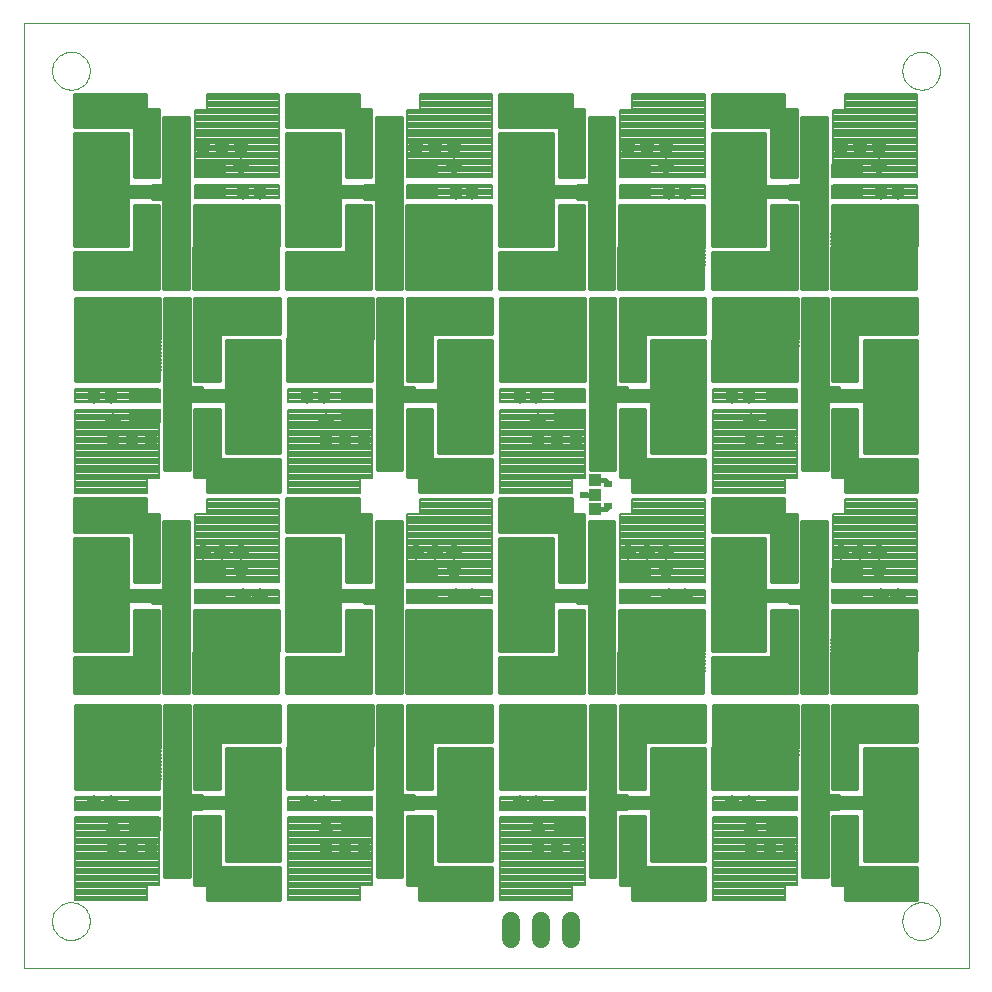
<source format=gbl>
G75*
G70*
%OFA0B0*%
%FSLAX24Y24*%
%IPPOS*%
%LPD*%
%AMOC8*
5,1,8,0,0,1.08239X$1,22.5*
%
%ADD10C,0.0000*%
%ADD11R,0.1063X0.0512*%
%ADD12C,0.0118*%
%ADD13C,0.0079*%
%ADD14R,0.0866X0.0512*%
%ADD15C,0.0515*%
%ADD16R,0.0276X0.0236*%
%ADD17C,0.0600*%
%ADD18C,0.0160*%
%ADD19R,0.0396X0.0396*%
D10*
X001723Y000125D02*
X001723Y031621D01*
X033219Y031621D01*
X033219Y000125D01*
X001723Y000125D01*
X002668Y001700D02*
X002670Y001750D01*
X002676Y001800D01*
X002686Y001849D01*
X002700Y001897D01*
X002717Y001944D01*
X002738Y001989D01*
X002763Y002033D01*
X002791Y002074D01*
X002823Y002113D01*
X002857Y002150D01*
X002894Y002184D01*
X002934Y002214D01*
X002976Y002241D01*
X003020Y002265D01*
X003066Y002286D01*
X003113Y002302D01*
X003161Y002315D01*
X003211Y002324D01*
X003260Y002329D01*
X003311Y002330D01*
X003361Y002327D01*
X003410Y002320D01*
X003459Y002309D01*
X003507Y002294D01*
X003553Y002276D01*
X003598Y002254D01*
X003641Y002228D01*
X003682Y002199D01*
X003721Y002167D01*
X003757Y002132D01*
X003789Y002094D01*
X003819Y002054D01*
X003846Y002011D01*
X003869Y001967D01*
X003888Y001921D01*
X003904Y001873D01*
X003916Y001824D01*
X003924Y001775D01*
X003928Y001725D01*
X003928Y001675D01*
X003924Y001625D01*
X003916Y001576D01*
X003904Y001527D01*
X003888Y001479D01*
X003869Y001433D01*
X003846Y001389D01*
X003819Y001346D01*
X003789Y001306D01*
X003757Y001268D01*
X003721Y001233D01*
X003682Y001201D01*
X003641Y001172D01*
X003598Y001146D01*
X003553Y001124D01*
X003507Y001106D01*
X003459Y001091D01*
X003410Y001080D01*
X003361Y001073D01*
X003311Y001070D01*
X003260Y001071D01*
X003211Y001076D01*
X003161Y001085D01*
X003113Y001098D01*
X003066Y001114D01*
X003020Y001135D01*
X002976Y001159D01*
X002934Y001186D01*
X002894Y001216D01*
X002857Y001250D01*
X002823Y001287D01*
X002791Y001326D01*
X002763Y001367D01*
X002738Y001411D01*
X002717Y001456D01*
X002700Y001503D01*
X002686Y001551D01*
X002676Y001600D01*
X002670Y001650D01*
X002668Y001700D01*
X031014Y001700D02*
X031016Y001750D01*
X031022Y001800D01*
X031032Y001849D01*
X031046Y001897D01*
X031063Y001944D01*
X031084Y001989D01*
X031109Y002033D01*
X031137Y002074D01*
X031169Y002113D01*
X031203Y002150D01*
X031240Y002184D01*
X031280Y002214D01*
X031322Y002241D01*
X031366Y002265D01*
X031412Y002286D01*
X031459Y002302D01*
X031507Y002315D01*
X031557Y002324D01*
X031606Y002329D01*
X031657Y002330D01*
X031707Y002327D01*
X031756Y002320D01*
X031805Y002309D01*
X031853Y002294D01*
X031899Y002276D01*
X031944Y002254D01*
X031987Y002228D01*
X032028Y002199D01*
X032067Y002167D01*
X032103Y002132D01*
X032135Y002094D01*
X032165Y002054D01*
X032192Y002011D01*
X032215Y001967D01*
X032234Y001921D01*
X032250Y001873D01*
X032262Y001824D01*
X032270Y001775D01*
X032274Y001725D01*
X032274Y001675D01*
X032270Y001625D01*
X032262Y001576D01*
X032250Y001527D01*
X032234Y001479D01*
X032215Y001433D01*
X032192Y001389D01*
X032165Y001346D01*
X032135Y001306D01*
X032103Y001268D01*
X032067Y001233D01*
X032028Y001201D01*
X031987Y001172D01*
X031944Y001146D01*
X031899Y001124D01*
X031853Y001106D01*
X031805Y001091D01*
X031756Y001080D01*
X031707Y001073D01*
X031657Y001070D01*
X031606Y001071D01*
X031557Y001076D01*
X031507Y001085D01*
X031459Y001098D01*
X031412Y001114D01*
X031366Y001135D01*
X031322Y001159D01*
X031280Y001186D01*
X031240Y001216D01*
X031203Y001250D01*
X031169Y001287D01*
X031137Y001326D01*
X031109Y001367D01*
X031084Y001411D01*
X031063Y001456D01*
X031046Y001503D01*
X031032Y001551D01*
X031022Y001600D01*
X031016Y001650D01*
X031014Y001700D01*
X031014Y030046D02*
X031016Y030096D01*
X031022Y030146D01*
X031032Y030195D01*
X031046Y030243D01*
X031063Y030290D01*
X031084Y030335D01*
X031109Y030379D01*
X031137Y030420D01*
X031169Y030459D01*
X031203Y030496D01*
X031240Y030530D01*
X031280Y030560D01*
X031322Y030587D01*
X031366Y030611D01*
X031412Y030632D01*
X031459Y030648D01*
X031507Y030661D01*
X031557Y030670D01*
X031606Y030675D01*
X031657Y030676D01*
X031707Y030673D01*
X031756Y030666D01*
X031805Y030655D01*
X031853Y030640D01*
X031899Y030622D01*
X031944Y030600D01*
X031987Y030574D01*
X032028Y030545D01*
X032067Y030513D01*
X032103Y030478D01*
X032135Y030440D01*
X032165Y030400D01*
X032192Y030357D01*
X032215Y030313D01*
X032234Y030267D01*
X032250Y030219D01*
X032262Y030170D01*
X032270Y030121D01*
X032274Y030071D01*
X032274Y030021D01*
X032270Y029971D01*
X032262Y029922D01*
X032250Y029873D01*
X032234Y029825D01*
X032215Y029779D01*
X032192Y029735D01*
X032165Y029692D01*
X032135Y029652D01*
X032103Y029614D01*
X032067Y029579D01*
X032028Y029547D01*
X031987Y029518D01*
X031944Y029492D01*
X031899Y029470D01*
X031853Y029452D01*
X031805Y029437D01*
X031756Y029426D01*
X031707Y029419D01*
X031657Y029416D01*
X031606Y029417D01*
X031557Y029422D01*
X031507Y029431D01*
X031459Y029444D01*
X031412Y029460D01*
X031366Y029481D01*
X031322Y029505D01*
X031280Y029532D01*
X031240Y029562D01*
X031203Y029596D01*
X031169Y029633D01*
X031137Y029672D01*
X031109Y029713D01*
X031084Y029757D01*
X031063Y029802D01*
X031046Y029849D01*
X031032Y029897D01*
X031022Y029946D01*
X031016Y029996D01*
X031014Y030046D01*
X002668Y030046D02*
X002670Y030096D01*
X002676Y030146D01*
X002686Y030195D01*
X002700Y030243D01*
X002717Y030290D01*
X002738Y030335D01*
X002763Y030379D01*
X002791Y030420D01*
X002823Y030459D01*
X002857Y030496D01*
X002894Y030530D01*
X002934Y030560D01*
X002976Y030587D01*
X003020Y030611D01*
X003066Y030632D01*
X003113Y030648D01*
X003161Y030661D01*
X003211Y030670D01*
X003260Y030675D01*
X003311Y030676D01*
X003361Y030673D01*
X003410Y030666D01*
X003459Y030655D01*
X003507Y030640D01*
X003553Y030622D01*
X003598Y030600D01*
X003641Y030574D01*
X003682Y030545D01*
X003721Y030513D01*
X003757Y030478D01*
X003789Y030440D01*
X003819Y030400D01*
X003846Y030357D01*
X003869Y030313D01*
X003888Y030267D01*
X003904Y030219D01*
X003916Y030170D01*
X003924Y030121D01*
X003928Y030071D01*
X003928Y030021D01*
X003924Y029971D01*
X003916Y029922D01*
X003904Y029873D01*
X003888Y029825D01*
X003869Y029779D01*
X003846Y029735D01*
X003819Y029692D01*
X003789Y029652D01*
X003757Y029614D01*
X003721Y029579D01*
X003682Y029547D01*
X003641Y029518D01*
X003598Y029492D01*
X003553Y029470D01*
X003507Y029452D01*
X003459Y029437D01*
X003410Y029426D01*
X003361Y029419D01*
X003311Y029416D01*
X003260Y029417D01*
X003211Y029422D01*
X003161Y029431D01*
X003113Y029444D01*
X003066Y029460D01*
X003020Y029481D01*
X002976Y029505D01*
X002934Y029532D01*
X002894Y029562D01*
X002857Y029596D01*
X002823Y029633D01*
X002791Y029672D01*
X002763Y029713D01*
X002738Y029757D01*
X002717Y029802D01*
X002700Y029849D01*
X002686Y029897D01*
X002676Y029946D01*
X002670Y029996D01*
X002668Y030046D01*
D11*
X005759Y026011D03*
X007924Y026011D03*
X007924Y025312D03*
X007924Y026710D03*
X012845Y026011D03*
X015011Y026011D03*
X015011Y025312D03*
X015011Y026710D03*
X019932Y026011D03*
X022097Y026011D03*
X022097Y025312D03*
X022097Y026710D03*
X027018Y026011D03*
X029184Y026011D03*
X029184Y025312D03*
X029184Y026710D03*
X027018Y019919D03*
X027018Y019220D03*
X027018Y018521D03*
X029184Y019220D03*
X029184Y013226D03*
X029184Y012527D03*
X029184Y011828D03*
X027018Y012527D03*
X022097Y012527D03*
X022097Y013226D03*
X022097Y011828D03*
X019932Y012527D03*
X015011Y012527D03*
X015011Y013226D03*
X015011Y011828D03*
X012845Y012527D03*
X007924Y012527D03*
X007924Y013226D03*
X007924Y011828D03*
X005759Y012527D03*
X005759Y018521D03*
X005759Y019220D03*
X005759Y019919D03*
X007924Y019220D03*
X012845Y019220D03*
X012845Y019919D03*
X012845Y018521D03*
X015011Y019220D03*
X019932Y019220D03*
X019932Y019919D03*
X019932Y018521D03*
X022097Y019220D03*
X019932Y006336D03*
X019932Y005637D03*
X019932Y004938D03*
X022097Y005637D03*
X027018Y005637D03*
X027018Y004938D03*
X027018Y006336D03*
X029184Y005637D03*
X015011Y005637D03*
X012845Y005637D03*
X012845Y004938D03*
X012845Y006336D03*
X007924Y005637D03*
X005759Y005637D03*
X005759Y004938D03*
X005759Y006336D03*
D12*
X006252Y006306D02*
X003457Y006306D01*
X003458Y006422D02*
X006253Y006422D01*
X006254Y006539D02*
X003458Y006539D01*
X003459Y006655D02*
X006255Y006655D01*
X006255Y006772D02*
X003460Y006772D01*
X003461Y006889D02*
X006256Y006889D01*
X006257Y007005D02*
X003462Y007005D01*
X003463Y007122D02*
X006258Y007122D01*
X006259Y007238D02*
X003463Y007238D01*
X003464Y007355D02*
X006260Y007355D01*
X006260Y007472D02*
X003465Y007472D01*
X003466Y007588D02*
X006261Y007588D01*
X006262Y007705D02*
X003467Y007705D01*
X003468Y007821D02*
X006263Y007821D01*
X006264Y007938D02*
X003468Y007938D01*
X003469Y008055D02*
X006265Y008055D01*
X006265Y008171D02*
X003470Y008171D01*
X003471Y008288D02*
X006266Y008288D01*
X006267Y008405D02*
X003472Y008405D01*
X003473Y008521D02*
X006268Y008521D01*
X006269Y008638D02*
X003473Y008638D01*
X003474Y008754D02*
X006270Y008754D01*
X006270Y008865D02*
X006251Y006119D01*
X003455Y006119D01*
X003475Y008865D01*
X006270Y008865D01*
X006448Y008865D02*
X007264Y008865D01*
X007264Y003167D01*
X006448Y003167D01*
X006448Y008865D01*
X006448Y008754D02*
X007264Y008754D01*
X007264Y008638D02*
X006448Y008638D01*
X006448Y008521D02*
X007264Y008521D01*
X007264Y008405D02*
X006448Y008405D01*
X006448Y008288D02*
X007264Y008288D01*
X007264Y008171D02*
X006448Y008171D01*
X006448Y008055D02*
X007264Y008055D01*
X007264Y007938D02*
X006448Y007938D01*
X006448Y007821D02*
X007264Y007821D01*
X007264Y007705D02*
X006448Y007705D01*
X006448Y007588D02*
X007264Y007588D01*
X007264Y007472D02*
X006448Y007472D01*
X006448Y007355D02*
X007264Y007355D01*
X007264Y007238D02*
X006448Y007238D01*
X006448Y007122D02*
X007264Y007122D01*
X007264Y007005D02*
X006448Y007005D01*
X006448Y006889D02*
X007264Y006889D01*
X007264Y006772D02*
X006448Y006772D01*
X006448Y006655D02*
X007264Y006655D01*
X007264Y006539D02*
X006448Y006539D01*
X006448Y006422D02*
X007264Y006422D01*
X007264Y006306D02*
X006448Y006306D01*
X006448Y006189D02*
X007264Y006189D01*
X007264Y006072D02*
X006448Y006072D01*
X006448Y005956D02*
X007264Y005956D01*
X007264Y005839D02*
X006448Y005839D01*
X006526Y005839D02*
X007658Y005839D01*
X007658Y005873D02*
X007658Y005450D01*
X006526Y005450D01*
X006526Y005873D01*
X007658Y005873D01*
X007658Y005723D02*
X006526Y005723D01*
X006448Y005723D02*
X007264Y005723D01*
X007264Y005606D02*
X006448Y005606D01*
X006526Y005606D02*
X007658Y005606D01*
X007658Y005489D02*
X006526Y005489D01*
X006448Y005489D02*
X007264Y005489D01*
X007264Y005373D02*
X006448Y005373D01*
X006448Y005256D02*
X007264Y005256D01*
X007264Y005139D02*
X006448Y005139D01*
X006448Y005023D02*
X007264Y005023D01*
X007264Y004906D02*
X006448Y004906D01*
X006448Y004790D02*
X007264Y004790D01*
X007264Y004673D02*
X006448Y004673D01*
X006448Y004556D02*
X007264Y004556D01*
X007264Y004440D02*
X006448Y004440D01*
X006448Y004323D02*
X007264Y004323D01*
X007264Y004207D02*
X006448Y004207D01*
X006448Y004090D02*
X007264Y004090D01*
X007264Y003973D02*
X006448Y003973D01*
X006448Y003857D02*
X007264Y003857D01*
X007264Y003740D02*
X006448Y003740D01*
X006448Y003624D02*
X007264Y003624D01*
X007264Y003507D02*
X006448Y003507D01*
X006448Y003390D02*
X007264Y003390D01*
X007264Y003274D02*
X006448Y003274D01*
X007451Y003274D02*
X010257Y003274D01*
X010257Y003390D02*
X007451Y003390D01*
X007451Y003507D02*
X008259Y003507D01*
X008259Y003481D02*
X008259Y005155D01*
X007451Y005155D01*
X007451Y002920D01*
X007865Y002920D01*
X007865Y002409D01*
X010257Y002409D01*
X010257Y003481D01*
X008259Y003481D01*
X008259Y003624D02*
X007451Y003624D01*
X007451Y003740D02*
X008259Y003740D01*
X008259Y003857D02*
X007451Y003857D01*
X007451Y003973D02*
X008259Y003973D01*
X008259Y004090D02*
X007451Y004090D01*
X007451Y004207D02*
X008259Y004207D01*
X008259Y004323D02*
X007451Y004323D01*
X007451Y004440D02*
X008259Y004440D01*
X008259Y004556D02*
X007451Y004556D01*
X007451Y004673D02*
X008259Y004673D01*
X008259Y004790D02*
X007451Y004790D01*
X007451Y004906D02*
X008259Y004906D01*
X008259Y005023D02*
X007451Y005023D01*
X007451Y005139D02*
X008259Y005139D01*
X008495Y005139D02*
X010257Y005139D01*
X010257Y005023D02*
X008495Y005023D01*
X008495Y004906D02*
X010257Y004906D01*
X010257Y004790D02*
X008495Y004790D01*
X008495Y004673D02*
X010257Y004673D01*
X010257Y004556D02*
X008495Y004556D01*
X008495Y004440D02*
X010257Y004440D01*
X010257Y004323D02*
X008495Y004323D01*
X008495Y004207D02*
X010257Y004207D01*
X010257Y004090D02*
X008495Y004090D01*
X008495Y003973D02*
X010257Y003973D01*
X010257Y003857D02*
X008495Y003857D01*
X008495Y003740D02*
X010257Y003740D01*
X010257Y003718D02*
X008495Y003718D01*
X008495Y007448D01*
X010257Y007448D01*
X010257Y003718D01*
X010257Y003157D02*
X007451Y003157D01*
X007451Y003040D02*
X010257Y003040D01*
X010257Y002924D02*
X007451Y002924D01*
X007865Y002807D02*
X010257Y002807D01*
X010257Y002691D02*
X007865Y002691D01*
X007865Y002574D02*
X010257Y002574D01*
X010257Y002457D02*
X007865Y002457D01*
X008495Y005256D02*
X010257Y005256D01*
X010257Y005373D02*
X008495Y005373D01*
X008495Y005489D02*
X010257Y005489D01*
X010257Y005606D02*
X008495Y005606D01*
X008495Y005723D02*
X010257Y005723D01*
X010257Y005839D02*
X008495Y005839D01*
X008495Y005956D02*
X010257Y005956D01*
X010257Y006072D02*
X008495Y006072D01*
X008495Y006189D02*
X010257Y006189D01*
X010257Y006306D02*
X008495Y006306D01*
X008495Y006422D02*
X010257Y006422D01*
X010257Y006539D02*
X008495Y006539D01*
X008495Y006655D02*
X010257Y006655D01*
X010257Y006772D02*
X008495Y006772D01*
X008495Y006889D02*
X010257Y006889D01*
X010257Y007005D02*
X008495Y007005D01*
X008495Y007122D02*
X010257Y007122D01*
X010257Y007238D02*
X008495Y007238D01*
X008495Y007355D02*
X010257Y007355D01*
X010551Y007355D02*
X013346Y007355D01*
X013345Y007238D02*
X010550Y007238D01*
X010549Y007122D02*
X013344Y007122D01*
X013344Y007005D02*
X010548Y007005D01*
X010548Y006889D02*
X013343Y006889D01*
X013342Y006772D02*
X010547Y006772D01*
X010546Y006655D02*
X013341Y006655D01*
X013340Y006539D02*
X010545Y006539D01*
X010544Y006422D02*
X013339Y006422D01*
X013339Y006306D02*
X010543Y006306D01*
X010543Y006189D02*
X013338Y006189D01*
X013337Y006119D02*
X010542Y006119D01*
X010562Y008865D01*
X013357Y008865D01*
X013337Y006119D01*
X013534Y006072D02*
X014351Y006072D01*
X014351Y005956D02*
X013534Y005956D01*
X013613Y005873D02*
X014745Y005873D01*
X014745Y005450D01*
X013613Y005450D01*
X013613Y005873D01*
X013613Y005839D02*
X014745Y005839D01*
X014745Y005723D02*
X013613Y005723D01*
X013534Y005723D02*
X014351Y005723D01*
X014351Y005839D02*
X013534Y005839D01*
X013534Y005606D02*
X014351Y005606D01*
X014351Y005489D02*
X013534Y005489D01*
X013613Y005489D02*
X014745Y005489D01*
X014745Y005606D02*
X013613Y005606D01*
X013534Y005373D02*
X014351Y005373D01*
X014351Y005256D02*
X013534Y005256D01*
X013534Y005139D02*
X014351Y005139D01*
X014351Y005023D02*
X013534Y005023D01*
X013534Y004906D02*
X014351Y004906D01*
X014351Y004790D02*
X013534Y004790D01*
X013534Y004673D02*
X014351Y004673D01*
X014351Y004556D02*
X013534Y004556D01*
X013534Y004440D02*
X014351Y004440D01*
X014351Y004323D02*
X013534Y004323D01*
X013534Y004207D02*
X014351Y004207D01*
X014351Y004090D02*
X013534Y004090D01*
X013534Y003973D02*
X014351Y003973D01*
X014351Y003857D02*
X013534Y003857D01*
X013534Y003740D02*
X014351Y003740D01*
X014351Y003624D02*
X013534Y003624D01*
X013534Y003507D02*
X014351Y003507D01*
X014351Y003390D02*
X013534Y003390D01*
X013534Y003274D02*
X014351Y003274D01*
X014351Y003167D02*
X013534Y003167D01*
X013534Y008865D01*
X014351Y008865D01*
X014351Y003167D01*
X014538Y003157D02*
X017343Y003157D01*
X017343Y003040D02*
X014538Y003040D01*
X014538Y002924D02*
X017343Y002924D01*
X017343Y002807D02*
X014951Y002807D01*
X014951Y002920D02*
X014538Y002920D01*
X014538Y005155D01*
X015345Y005155D01*
X015345Y003481D01*
X017343Y003481D01*
X017343Y002409D01*
X014951Y002409D01*
X014951Y002920D01*
X014951Y002691D02*
X017343Y002691D01*
X017343Y002574D02*
X014951Y002574D01*
X014951Y002457D02*
X017343Y002457D01*
X017343Y003274D02*
X014538Y003274D01*
X014538Y003390D02*
X017343Y003390D01*
X017343Y003718D02*
X015581Y003718D01*
X015581Y007448D01*
X017343Y007448D01*
X017343Y003718D01*
X017343Y003740D02*
X015581Y003740D01*
X015581Y003857D02*
X017343Y003857D01*
X017343Y003973D02*
X015581Y003973D01*
X015581Y004090D02*
X017343Y004090D01*
X017343Y004207D02*
X015581Y004207D01*
X015581Y004323D02*
X017343Y004323D01*
X017343Y004440D02*
X015581Y004440D01*
X015581Y004556D02*
X017343Y004556D01*
X017343Y004673D02*
X015581Y004673D01*
X015581Y004790D02*
X017343Y004790D01*
X017343Y004906D02*
X015581Y004906D01*
X015581Y005023D02*
X017343Y005023D01*
X017343Y005139D02*
X015581Y005139D01*
X015581Y005256D02*
X017343Y005256D01*
X017343Y005373D02*
X015581Y005373D01*
X015581Y005489D02*
X017343Y005489D01*
X017343Y005606D02*
X015581Y005606D01*
X015581Y005723D02*
X017343Y005723D01*
X017343Y005839D02*
X015581Y005839D01*
X015581Y005956D02*
X017343Y005956D01*
X017343Y006072D02*
X015581Y006072D01*
X015581Y006189D02*
X017343Y006189D01*
X017343Y006306D02*
X015581Y006306D01*
X015581Y006422D02*
X017343Y006422D01*
X017343Y006539D02*
X015581Y006539D01*
X015581Y006655D02*
X017343Y006655D01*
X017343Y006772D02*
X015581Y006772D01*
X015581Y006889D02*
X017343Y006889D01*
X017343Y007005D02*
X015581Y007005D01*
X015581Y007122D02*
X017343Y007122D01*
X017343Y007238D02*
X015581Y007238D01*
X015581Y007355D02*
X017343Y007355D01*
X017637Y007355D02*
X020433Y007355D01*
X020432Y007238D02*
X017637Y007238D01*
X017636Y007122D02*
X020431Y007122D01*
X020430Y007005D02*
X017635Y007005D01*
X017634Y006889D02*
X020429Y006889D01*
X020429Y006772D02*
X017633Y006772D01*
X017632Y006655D02*
X020428Y006655D01*
X020427Y006539D02*
X017632Y006539D01*
X017631Y006422D02*
X020426Y006422D01*
X020425Y006306D02*
X017630Y006306D01*
X017629Y006189D02*
X020424Y006189D01*
X020424Y006119D02*
X017629Y006119D01*
X017648Y008865D01*
X020444Y008865D01*
X020424Y006119D01*
X020621Y006072D02*
X021438Y006072D01*
X021438Y005956D02*
X020621Y005956D01*
X020700Y005873D02*
X021831Y005873D01*
X021831Y005450D01*
X020700Y005450D01*
X020700Y005873D01*
X020700Y005839D02*
X021831Y005839D01*
X021831Y005723D02*
X020700Y005723D01*
X020621Y005723D02*
X021438Y005723D01*
X021438Y005839D02*
X020621Y005839D01*
X020621Y005606D02*
X021438Y005606D01*
X021438Y005489D02*
X020621Y005489D01*
X020700Y005489D02*
X021831Y005489D01*
X021831Y005606D02*
X020700Y005606D01*
X020621Y005373D02*
X021438Y005373D01*
X021438Y005256D02*
X020621Y005256D01*
X020621Y005139D02*
X021438Y005139D01*
X021438Y005023D02*
X020621Y005023D01*
X020621Y004906D02*
X021438Y004906D01*
X021438Y004790D02*
X020621Y004790D01*
X020621Y004673D02*
X021438Y004673D01*
X021438Y004556D02*
X020621Y004556D01*
X020621Y004440D02*
X021438Y004440D01*
X021438Y004323D02*
X020621Y004323D01*
X020621Y004207D02*
X021438Y004207D01*
X021438Y004090D02*
X020621Y004090D01*
X020621Y003973D02*
X021438Y003973D01*
X021438Y003857D02*
X020621Y003857D01*
X020621Y003740D02*
X021438Y003740D01*
X021438Y003624D02*
X020621Y003624D01*
X020621Y003507D02*
X021438Y003507D01*
X021438Y003390D02*
X020621Y003390D01*
X020621Y003274D02*
X021438Y003274D01*
X021438Y003167D02*
X020621Y003167D01*
X020621Y008865D01*
X021438Y008865D01*
X021438Y003167D01*
X021625Y003157D02*
X024430Y003157D01*
X024430Y003040D02*
X021625Y003040D01*
X021625Y002924D02*
X024430Y002924D01*
X024430Y002807D02*
X022038Y002807D01*
X022038Y002920D02*
X022038Y002409D01*
X024430Y002409D01*
X024430Y003481D01*
X022432Y003481D01*
X022432Y005155D01*
X021625Y005155D01*
X021625Y002920D01*
X022038Y002920D01*
X022038Y002691D02*
X024430Y002691D01*
X024430Y002574D02*
X022038Y002574D01*
X022038Y002457D02*
X024430Y002457D01*
X024430Y003274D02*
X021625Y003274D01*
X021625Y003390D02*
X024430Y003390D01*
X024430Y003718D02*
X022668Y003718D01*
X022668Y007448D01*
X024430Y007448D01*
X024430Y003718D01*
X024430Y003740D02*
X022668Y003740D01*
X022668Y003857D02*
X024430Y003857D01*
X024430Y003973D02*
X022668Y003973D01*
X022668Y004090D02*
X024430Y004090D01*
X024430Y004207D02*
X022668Y004207D01*
X022668Y004323D02*
X024430Y004323D01*
X024430Y004440D02*
X022668Y004440D01*
X022668Y004556D02*
X024430Y004556D01*
X024430Y004673D02*
X022668Y004673D01*
X022668Y004790D02*
X024430Y004790D01*
X024430Y004906D02*
X022668Y004906D01*
X022668Y005023D02*
X024430Y005023D01*
X024430Y005139D02*
X022668Y005139D01*
X022668Y005256D02*
X024430Y005256D01*
X024430Y005373D02*
X022668Y005373D01*
X022668Y005489D02*
X024430Y005489D01*
X024430Y005606D02*
X022668Y005606D01*
X022668Y005723D02*
X024430Y005723D01*
X024430Y005839D02*
X022668Y005839D01*
X022668Y005956D02*
X024430Y005956D01*
X024430Y006072D02*
X022668Y006072D01*
X022668Y006189D02*
X024430Y006189D01*
X024430Y006306D02*
X022668Y006306D01*
X022668Y006422D02*
X024430Y006422D01*
X024430Y006539D02*
X022668Y006539D01*
X022668Y006655D02*
X024430Y006655D01*
X024430Y006772D02*
X022668Y006772D01*
X022668Y006889D02*
X024430Y006889D01*
X024430Y007005D02*
X022668Y007005D01*
X022668Y007122D02*
X024430Y007122D01*
X024430Y007238D02*
X022668Y007238D01*
X022668Y007355D02*
X024430Y007355D01*
X024724Y007355D02*
X027519Y007355D01*
X027519Y007238D02*
X024723Y007238D01*
X024722Y007122D02*
X027518Y007122D01*
X027517Y007005D02*
X024722Y007005D01*
X024721Y006889D02*
X027516Y006889D01*
X027515Y006772D02*
X024720Y006772D01*
X024719Y006655D02*
X027514Y006655D01*
X027514Y006539D02*
X024718Y006539D01*
X024717Y006422D02*
X027513Y006422D01*
X027512Y006306D02*
X024717Y006306D01*
X024716Y006189D02*
X027511Y006189D01*
X027511Y006119D02*
X024715Y006119D01*
X024735Y008865D01*
X027530Y008865D01*
X027511Y006119D01*
X027707Y006072D02*
X028524Y006072D01*
X028524Y005956D02*
X027707Y005956D01*
X027786Y005873D02*
X028918Y005873D01*
X028918Y005450D01*
X027786Y005450D01*
X027786Y005873D01*
X027786Y005839D02*
X028918Y005839D01*
X028918Y005723D02*
X027786Y005723D01*
X027707Y005723D02*
X028524Y005723D01*
X028524Y005839D02*
X027707Y005839D01*
X027707Y005606D02*
X028524Y005606D01*
X028524Y005489D02*
X027707Y005489D01*
X027786Y005489D02*
X028918Y005489D01*
X028918Y005606D02*
X027786Y005606D01*
X027707Y005373D02*
X028524Y005373D01*
X028524Y005256D02*
X027707Y005256D01*
X027707Y005139D02*
X028524Y005139D01*
X028524Y005023D02*
X027707Y005023D01*
X027707Y004906D02*
X028524Y004906D01*
X028524Y004790D02*
X027707Y004790D01*
X027707Y004673D02*
X028524Y004673D01*
X028524Y004556D02*
X027707Y004556D01*
X027707Y004440D02*
X028524Y004440D01*
X028524Y004323D02*
X027707Y004323D01*
X027707Y004207D02*
X028524Y004207D01*
X028524Y004090D02*
X027707Y004090D01*
X027707Y003973D02*
X028524Y003973D01*
X028524Y003857D02*
X027707Y003857D01*
X027707Y003740D02*
X028524Y003740D01*
X028524Y003624D02*
X027707Y003624D01*
X027707Y003507D02*
X028524Y003507D01*
X028524Y003390D02*
X027707Y003390D01*
X027707Y003274D02*
X028524Y003274D01*
X028524Y003167D02*
X027707Y003167D01*
X027707Y008865D01*
X028524Y008865D01*
X028524Y003167D01*
X028711Y003157D02*
X031516Y003157D01*
X031516Y003040D02*
X028711Y003040D01*
X028711Y002924D02*
X031516Y002924D01*
X031516Y002807D02*
X029125Y002807D01*
X029125Y002920D02*
X028711Y002920D01*
X028711Y005155D01*
X029518Y005155D01*
X029518Y003481D01*
X031516Y003481D01*
X031516Y002409D01*
X029125Y002409D01*
X029125Y002920D01*
X029125Y002691D02*
X031516Y002691D01*
X031516Y002574D02*
X029125Y002574D01*
X029125Y002457D02*
X031516Y002457D01*
X031516Y003274D02*
X028711Y003274D01*
X028711Y003390D02*
X031516Y003390D01*
X031516Y003718D02*
X029755Y003718D01*
X029755Y007448D01*
X031516Y007448D01*
X031516Y003718D01*
X031516Y003740D02*
X029755Y003740D01*
X029755Y003857D02*
X031516Y003857D01*
X031516Y003973D02*
X029755Y003973D01*
X029755Y004090D02*
X031516Y004090D01*
X031516Y004207D02*
X029755Y004207D01*
X029755Y004323D02*
X031516Y004323D01*
X031516Y004440D02*
X029755Y004440D01*
X029755Y004556D02*
X031516Y004556D01*
X031516Y004673D02*
X029755Y004673D01*
X029755Y004790D02*
X031516Y004790D01*
X031516Y004906D02*
X029755Y004906D01*
X029755Y005023D02*
X031516Y005023D01*
X031516Y005139D02*
X029755Y005139D01*
X029755Y005256D02*
X031516Y005256D01*
X031516Y005373D02*
X029755Y005373D01*
X029755Y005489D02*
X031516Y005489D01*
X031516Y005606D02*
X029755Y005606D01*
X029755Y005723D02*
X031516Y005723D01*
X031516Y005839D02*
X029755Y005839D01*
X029755Y005956D02*
X031516Y005956D01*
X031516Y006072D02*
X029755Y006072D01*
X029755Y006189D02*
X031516Y006189D01*
X031516Y006306D02*
X029755Y006306D01*
X029755Y006422D02*
X031516Y006422D01*
X031516Y006539D02*
X029755Y006539D01*
X029755Y006655D02*
X031516Y006655D01*
X031516Y006772D02*
X029755Y006772D01*
X029755Y006889D02*
X031516Y006889D01*
X031516Y007005D02*
X029755Y007005D01*
X029755Y007122D02*
X031516Y007122D01*
X031516Y007238D02*
X029755Y007238D01*
X029755Y007355D02*
X031516Y007355D01*
X031516Y007684D02*
X029518Y007684D01*
X029518Y006119D01*
X028711Y006119D01*
X028711Y008865D01*
X031516Y008865D01*
X031516Y007684D01*
X031516Y007705D02*
X028711Y007705D01*
X028711Y007821D02*
X031516Y007821D01*
X031516Y007938D02*
X028711Y007938D01*
X028711Y008055D02*
X031516Y008055D01*
X031516Y008171D02*
X028711Y008171D01*
X028711Y008288D02*
X031516Y008288D01*
X031516Y008405D02*
X028711Y008405D01*
X028711Y008521D02*
X031516Y008521D01*
X031516Y008638D02*
X028711Y008638D01*
X028711Y008754D02*
X031516Y008754D01*
X031467Y009298D02*
X028672Y009298D01*
X028692Y012044D01*
X031487Y012044D01*
X031467Y009298D01*
X031467Y009337D02*
X028672Y009337D01*
X028673Y009454D02*
X031468Y009454D01*
X031469Y009571D02*
X028674Y009571D01*
X028675Y009687D02*
X031470Y009687D01*
X031471Y009804D02*
X028676Y009804D01*
X028676Y009920D02*
X031472Y009920D01*
X031473Y010037D02*
X028677Y010037D01*
X028678Y010154D02*
X031473Y010154D01*
X031474Y010270D02*
X028679Y010270D01*
X028680Y010387D02*
X031475Y010387D01*
X031476Y010504D02*
X028681Y010504D01*
X028681Y010620D02*
X031477Y010620D01*
X031478Y010737D02*
X028682Y010737D01*
X028683Y010853D02*
X031478Y010853D01*
X031479Y010970D02*
X028684Y010970D01*
X028685Y011087D02*
X031480Y011087D01*
X031481Y011203D02*
X028686Y011203D01*
X028686Y011320D02*
X031482Y011320D01*
X031483Y011436D02*
X028687Y011436D01*
X028688Y011553D02*
X031483Y011553D01*
X031484Y011670D02*
X028689Y011670D01*
X028690Y011786D02*
X031485Y011786D01*
X031486Y011903D02*
X028691Y011903D01*
X028691Y012019D02*
X031487Y012019D01*
X028495Y012019D02*
X027678Y012019D01*
X027678Y011903D02*
X028495Y011903D01*
X028495Y011786D02*
X027678Y011786D01*
X027678Y011670D02*
X028495Y011670D01*
X028495Y011553D02*
X027678Y011553D01*
X027678Y011436D02*
X028495Y011436D01*
X028495Y011320D02*
X027678Y011320D01*
X027678Y011203D02*
X028495Y011203D01*
X028495Y011087D02*
X027678Y011087D01*
X027678Y010970D02*
X028495Y010970D01*
X028495Y010853D02*
X027678Y010853D01*
X027678Y010737D02*
X028495Y010737D01*
X028495Y010620D02*
X027678Y010620D01*
X027678Y010504D02*
X028495Y010504D01*
X028495Y010387D02*
X027678Y010387D01*
X027678Y010270D02*
X028495Y010270D01*
X028495Y010154D02*
X027678Y010154D01*
X027678Y010037D02*
X028495Y010037D01*
X028495Y009920D02*
X027678Y009920D01*
X027678Y009804D02*
X028495Y009804D01*
X028495Y009687D02*
X027678Y009687D01*
X027678Y009571D02*
X028495Y009571D01*
X028495Y009454D02*
X027678Y009454D01*
X027678Y009337D02*
X028495Y009337D01*
X028495Y009298D02*
X027678Y009298D01*
X027678Y014997D01*
X028495Y014997D01*
X028495Y009298D01*
X028524Y008754D02*
X027707Y008754D01*
X027707Y008638D02*
X028524Y008638D01*
X028524Y008521D02*
X027707Y008521D01*
X027707Y008405D02*
X028524Y008405D01*
X028524Y008288D02*
X027707Y008288D01*
X027707Y008171D02*
X028524Y008171D01*
X028524Y008055D02*
X027707Y008055D01*
X027707Y007938D02*
X028524Y007938D01*
X028524Y007821D02*
X027707Y007821D01*
X027707Y007705D02*
X028524Y007705D01*
X028524Y007588D02*
X027707Y007588D01*
X027707Y007472D02*
X028524Y007472D01*
X028524Y007355D02*
X027707Y007355D01*
X027707Y007238D02*
X028524Y007238D01*
X028524Y007122D02*
X027707Y007122D01*
X027707Y007005D02*
X028524Y007005D01*
X028524Y006889D02*
X027707Y006889D01*
X027707Y006772D02*
X028524Y006772D01*
X028524Y006655D02*
X027707Y006655D01*
X027707Y006539D02*
X028524Y006539D01*
X028524Y006422D02*
X027707Y006422D01*
X027707Y006306D02*
X028524Y006306D01*
X028524Y006189D02*
X027707Y006189D01*
X028711Y006189D02*
X029518Y006189D01*
X029518Y006306D02*
X028711Y006306D01*
X028711Y006422D02*
X029518Y006422D01*
X029518Y006539D02*
X028711Y006539D01*
X028711Y006655D02*
X029518Y006655D01*
X029518Y006772D02*
X028711Y006772D01*
X028711Y006889D02*
X029518Y006889D01*
X029518Y007005D02*
X028711Y007005D01*
X028711Y007122D02*
X029518Y007122D01*
X029518Y007238D02*
X028711Y007238D01*
X028711Y007355D02*
X029518Y007355D01*
X029518Y007472D02*
X028711Y007472D01*
X028711Y007588D02*
X029518Y007588D01*
X027521Y007588D02*
X024726Y007588D01*
X024725Y007472D02*
X027520Y007472D01*
X027522Y007705D02*
X024727Y007705D01*
X024727Y007821D02*
X027523Y007821D01*
X027524Y007938D02*
X024728Y007938D01*
X024729Y008055D02*
X027524Y008055D01*
X027525Y008171D02*
X024730Y008171D01*
X024731Y008288D02*
X027526Y008288D01*
X027527Y008405D02*
X024732Y008405D01*
X024732Y008521D02*
X027528Y008521D01*
X027529Y008638D02*
X024733Y008638D01*
X024734Y008754D02*
X027529Y008754D01*
X027491Y009298D02*
X024686Y009298D01*
X024686Y010480D01*
X026684Y010480D01*
X026684Y012044D01*
X027491Y012044D01*
X027491Y009298D01*
X027491Y009337D02*
X024686Y009337D01*
X024686Y009454D02*
X027491Y009454D01*
X027491Y009571D02*
X024686Y009571D01*
X024686Y009687D02*
X027491Y009687D01*
X027491Y009804D02*
X024686Y009804D01*
X024686Y009920D02*
X027491Y009920D01*
X027491Y010037D02*
X024686Y010037D01*
X024686Y010154D02*
X027491Y010154D01*
X027491Y010270D02*
X024686Y010270D01*
X024686Y010387D02*
X027491Y010387D01*
X027491Y010504D02*
X026684Y010504D01*
X026684Y010620D02*
X027491Y010620D01*
X027491Y010737D02*
X026684Y010737D01*
X026684Y010853D02*
X027491Y010853D01*
X027491Y010970D02*
X026684Y010970D01*
X026684Y011087D02*
X027491Y011087D01*
X027491Y011203D02*
X026684Y011203D01*
X026684Y011320D02*
X027491Y011320D01*
X027491Y011436D02*
X026684Y011436D01*
X026684Y011553D02*
X027491Y011553D01*
X027491Y011670D02*
X026684Y011670D01*
X026684Y011786D02*
X027491Y011786D01*
X027491Y011903D02*
X026684Y011903D01*
X026684Y012019D02*
X027491Y012019D01*
X027678Y012136D02*
X028495Y012136D01*
X028495Y012253D02*
X027678Y012253D01*
X027678Y012369D02*
X028495Y012369D01*
X028416Y012369D02*
X027284Y012369D01*
X027284Y012291D02*
X027284Y012714D01*
X028416Y012714D01*
X028416Y012291D01*
X027284Y012291D01*
X027284Y012486D02*
X028416Y012486D01*
X028495Y012486D02*
X027678Y012486D01*
X027678Y012603D02*
X028495Y012603D01*
X028416Y012603D02*
X027284Y012603D01*
X027678Y012719D02*
X028495Y012719D01*
X028495Y012836D02*
X027678Y012836D01*
X027678Y012952D02*
X028495Y012952D01*
X028495Y013069D02*
X027678Y013069D01*
X027678Y013186D02*
X028495Y013186D01*
X028495Y013302D02*
X027678Y013302D01*
X027678Y013419D02*
X028495Y013419D01*
X028495Y013535D02*
X027678Y013535D01*
X027678Y013652D02*
X028495Y013652D01*
X028495Y013769D02*
X027678Y013769D01*
X027678Y013885D02*
X028495Y013885D01*
X028495Y014002D02*
X027678Y014002D01*
X027678Y014118D02*
X028495Y014118D01*
X028495Y014235D02*
X027678Y014235D01*
X027678Y014352D02*
X028495Y014352D01*
X028495Y014468D02*
X027678Y014468D01*
X027678Y014585D02*
X028495Y014585D01*
X028495Y014702D02*
X027678Y014702D01*
X027678Y014818D02*
X028495Y014818D01*
X028495Y014935D02*
X027678Y014935D01*
X027491Y014935D02*
X024686Y014935D01*
X024686Y015051D02*
X027491Y015051D01*
X027491Y015168D02*
X024686Y015168D01*
X024686Y015285D02*
X027077Y015285D01*
X027077Y015243D02*
X027077Y015755D01*
X024686Y015755D01*
X024686Y014682D01*
X026684Y014682D01*
X026684Y013009D01*
X027491Y013009D01*
X027491Y015243D01*
X027077Y015243D01*
X027077Y015401D02*
X024686Y015401D01*
X024686Y015518D02*
X027077Y015518D01*
X027077Y015634D02*
X024686Y015634D01*
X024686Y015751D02*
X027077Y015751D01*
X027491Y014818D02*
X024686Y014818D01*
X024686Y014702D02*
X027491Y014702D01*
X027491Y014585D02*
X026684Y014585D01*
X026684Y014468D02*
X027491Y014468D01*
X027491Y014352D02*
X026684Y014352D01*
X026684Y014235D02*
X027491Y014235D01*
X027491Y014118D02*
X026684Y014118D01*
X026684Y014002D02*
X027491Y014002D01*
X027491Y013885D02*
X026684Y013885D01*
X026684Y013769D02*
X027491Y013769D01*
X027491Y013652D02*
X026684Y013652D01*
X026684Y013535D02*
X027491Y013535D01*
X027491Y013419D02*
X026684Y013419D01*
X026684Y013302D02*
X027491Y013302D01*
X027491Y013186D02*
X026684Y013186D01*
X026684Y013069D02*
X027491Y013069D01*
X026448Y013069D02*
X024686Y013069D01*
X024686Y013186D02*
X026448Y013186D01*
X026448Y013302D02*
X024686Y013302D01*
X024686Y013419D02*
X026448Y013419D01*
X026448Y013535D02*
X024686Y013535D01*
X024686Y013652D02*
X026448Y013652D01*
X026448Y013769D02*
X024686Y013769D01*
X024686Y013885D02*
X026448Y013885D01*
X026448Y014002D02*
X024686Y014002D01*
X024686Y014118D02*
X026448Y014118D01*
X026448Y014235D02*
X024686Y014235D01*
X024686Y014352D02*
X026448Y014352D01*
X026448Y014446D02*
X024686Y014446D01*
X024686Y010716D01*
X026448Y010716D01*
X026448Y014446D01*
X026448Y012952D02*
X024686Y012952D01*
X024686Y012836D02*
X026448Y012836D01*
X026448Y012719D02*
X024686Y012719D01*
X024686Y012603D02*
X026448Y012603D01*
X026448Y012486D02*
X024686Y012486D01*
X024686Y012369D02*
X026448Y012369D01*
X026448Y012253D02*
X024686Y012253D01*
X024686Y012136D02*
X026448Y012136D01*
X026448Y012019D02*
X024686Y012019D01*
X024686Y011903D02*
X026448Y011903D01*
X026448Y011786D02*
X024686Y011786D01*
X024686Y011670D02*
X026448Y011670D01*
X026448Y011553D02*
X024686Y011553D01*
X024686Y011436D02*
X026448Y011436D01*
X026448Y011320D02*
X024686Y011320D01*
X024686Y011203D02*
X026448Y011203D01*
X026448Y011087D02*
X024686Y011087D01*
X024686Y010970D02*
X026448Y010970D01*
X026448Y010853D02*
X024686Y010853D01*
X024686Y010737D02*
X026448Y010737D01*
X024391Y010737D02*
X021596Y010737D01*
X021596Y010853D02*
X024392Y010853D01*
X024393Y010970D02*
X021597Y010970D01*
X021598Y011087D02*
X024393Y011087D01*
X024394Y011203D02*
X021599Y011203D01*
X021600Y011320D02*
X024395Y011320D01*
X024396Y011436D02*
X021601Y011436D01*
X021601Y011553D02*
X024397Y011553D01*
X024398Y011670D02*
X021602Y011670D01*
X021603Y011786D02*
X024398Y011786D01*
X024399Y011903D02*
X021604Y011903D01*
X021605Y012019D02*
X024400Y012019D01*
X024400Y012044D02*
X021605Y012044D01*
X021585Y009298D01*
X024381Y009298D01*
X024400Y012044D01*
X024390Y010620D02*
X021595Y010620D01*
X021594Y010504D02*
X024389Y010504D01*
X024388Y010387D02*
X021593Y010387D01*
X021592Y010270D02*
X024388Y010270D01*
X024387Y010154D02*
X021591Y010154D01*
X021591Y010037D02*
X024386Y010037D01*
X024385Y009920D02*
X021590Y009920D01*
X021589Y009804D02*
X024384Y009804D01*
X024383Y009687D02*
X021588Y009687D01*
X021587Y009571D02*
X024383Y009571D01*
X024382Y009454D02*
X021586Y009454D01*
X021586Y009337D02*
X024381Y009337D01*
X024430Y008865D02*
X024430Y007684D01*
X022432Y007684D01*
X022432Y006119D01*
X021625Y006119D01*
X021625Y008865D01*
X024430Y008865D01*
X024430Y008754D02*
X021625Y008754D01*
X021625Y008638D02*
X024430Y008638D01*
X024430Y008521D02*
X021625Y008521D01*
X021625Y008405D02*
X024430Y008405D01*
X024430Y008288D02*
X021625Y008288D01*
X021625Y008171D02*
X024430Y008171D01*
X024430Y008055D02*
X021625Y008055D01*
X021625Y007938D02*
X024430Y007938D01*
X024430Y007821D02*
X021625Y007821D01*
X021625Y007705D02*
X024430Y007705D01*
X022432Y007588D02*
X021625Y007588D01*
X021625Y007472D02*
X022432Y007472D01*
X022432Y007355D02*
X021625Y007355D01*
X021625Y007238D02*
X022432Y007238D01*
X022432Y007122D02*
X021625Y007122D01*
X021625Y007005D02*
X022432Y007005D01*
X022432Y006889D02*
X021625Y006889D01*
X021625Y006772D02*
X022432Y006772D01*
X022432Y006655D02*
X021625Y006655D01*
X021625Y006539D02*
X022432Y006539D01*
X022432Y006422D02*
X021625Y006422D01*
X021625Y006306D02*
X022432Y006306D01*
X022432Y006189D02*
X021625Y006189D01*
X021438Y006189D02*
X020621Y006189D01*
X020621Y006306D02*
X021438Y006306D01*
X021438Y006422D02*
X020621Y006422D01*
X020621Y006539D02*
X021438Y006539D01*
X021438Y006655D02*
X020621Y006655D01*
X020621Y006772D02*
X021438Y006772D01*
X021438Y006889D02*
X020621Y006889D01*
X020621Y007005D02*
X021438Y007005D01*
X021438Y007122D02*
X020621Y007122D01*
X020621Y007238D02*
X021438Y007238D01*
X021438Y007355D02*
X020621Y007355D01*
X020621Y007472D02*
X021438Y007472D01*
X021438Y007588D02*
X020621Y007588D01*
X020621Y007705D02*
X021438Y007705D01*
X021438Y007821D02*
X020621Y007821D01*
X020621Y007938D02*
X021438Y007938D01*
X021438Y008055D02*
X020621Y008055D01*
X020621Y008171D02*
X021438Y008171D01*
X021438Y008288D02*
X020621Y008288D01*
X020621Y008405D02*
X021438Y008405D01*
X021438Y008521D02*
X020621Y008521D01*
X020621Y008638D02*
X021438Y008638D01*
X021438Y008754D02*
X020621Y008754D01*
X020443Y008754D02*
X017648Y008754D01*
X017647Y008638D02*
X020442Y008638D01*
X020441Y008521D02*
X017646Y008521D01*
X017645Y008405D02*
X020440Y008405D01*
X020439Y008288D02*
X017644Y008288D01*
X017643Y008171D02*
X020439Y008171D01*
X020438Y008055D02*
X017643Y008055D01*
X017642Y007938D02*
X020437Y007938D01*
X020436Y007821D02*
X017641Y007821D01*
X017640Y007705D02*
X020435Y007705D01*
X020434Y007588D02*
X017639Y007588D01*
X017638Y007472D02*
X020434Y007472D01*
X020404Y009298D02*
X017599Y009298D01*
X017599Y010480D01*
X019597Y010480D01*
X019597Y012044D01*
X020404Y012044D01*
X020404Y009298D01*
X020404Y009337D02*
X017599Y009337D01*
X017599Y009454D02*
X020404Y009454D01*
X020404Y009571D02*
X017599Y009571D01*
X017599Y009687D02*
X020404Y009687D01*
X020404Y009804D02*
X017599Y009804D01*
X017599Y009920D02*
X020404Y009920D01*
X020404Y010037D02*
X017599Y010037D01*
X017599Y010154D02*
X020404Y010154D01*
X020404Y010270D02*
X017599Y010270D01*
X017599Y010387D02*
X020404Y010387D01*
X020404Y010504D02*
X019597Y010504D01*
X019597Y010620D02*
X020404Y010620D01*
X020404Y010737D02*
X019597Y010737D01*
X019597Y010853D02*
X020404Y010853D01*
X020404Y010970D02*
X019597Y010970D01*
X019597Y011087D02*
X020404Y011087D01*
X020404Y011203D02*
X019597Y011203D01*
X019597Y011320D02*
X020404Y011320D01*
X020404Y011436D02*
X019597Y011436D01*
X019597Y011553D02*
X020404Y011553D01*
X020404Y011670D02*
X019597Y011670D01*
X019597Y011786D02*
X020404Y011786D01*
X020404Y011903D02*
X019597Y011903D01*
X019597Y012019D02*
X020404Y012019D01*
X020591Y012019D02*
X021408Y012019D01*
X021408Y011903D02*
X020591Y011903D01*
X020591Y011786D02*
X021408Y011786D01*
X021408Y011670D02*
X020591Y011670D01*
X020591Y011553D02*
X021408Y011553D01*
X021408Y011436D02*
X020591Y011436D01*
X020591Y011320D02*
X021408Y011320D01*
X021408Y011203D02*
X020591Y011203D01*
X020591Y011087D02*
X021408Y011087D01*
X021408Y010970D02*
X020591Y010970D01*
X020591Y010853D02*
X021408Y010853D01*
X021408Y010737D02*
X020591Y010737D01*
X020591Y010620D02*
X021408Y010620D01*
X021408Y010504D02*
X020591Y010504D01*
X020591Y010387D02*
X021408Y010387D01*
X021408Y010270D02*
X020591Y010270D01*
X020591Y010154D02*
X021408Y010154D01*
X021408Y010037D02*
X020591Y010037D01*
X020591Y009920D02*
X021408Y009920D01*
X021408Y009804D02*
X020591Y009804D01*
X020591Y009687D02*
X021408Y009687D01*
X021408Y009571D02*
X020591Y009571D01*
X020591Y009454D02*
X021408Y009454D01*
X021408Y009337D02*
X020591Y009337D01*
X020591Y009298D02*
X020591Y014997D01*
X021408Y014997D01*
X021408Y009298D01*
X020591Y009298D01*
X019361Y010716D02*
X017599Y010716D01*
X017599Y014446D01*
X019361Y014446D01*
X019361Y010716D01*
X019361Y010737D02*
X017599Y010737D01*
X017599Y010853D02*
X019361Y010853D01*
X019361Y010970D02*
X017599Y010970D01*
X017599Y011087D02*
X019361Y011087D01*
X019361Y011203D02*
X017599Y011203D01*
X017599Y011320D02*
X019361Y011320D01*
X019361Y011436D02*
X017599Y011436D01*
X017599Y011553D02*
X019361Y011553D01*
X019361Y011670D02*
X017599Y011670D01*
X017599Y011786D02*
X019361Y011786D01*
X019361Y011903D02*
X017599Y011903D01*
X017599Y012019D02*
X019361Y012019D01*
X019361Y012136D02*
X017599Y012136D01*
X017599Y012253D02*
X019361Y012253D01*
X019361Y012369D02*
X017599Y012369D01*
X017599Y012486D02*
X019361Y012486D01*
X019361Y012603D02*
X017599Y012603D01*
X017599Y012719D02*
X019361Y012719D01*
X019361Y012836D02*
X017599Y012836D01*
X017599Y012952D02*
X019361Y012952D01*
X019361Y013069D02*
X017599Y013069D01*
X017599Y013186D02*
X019361Y013186D01*
X019361Y013302D02*
X017599Y013302D01*
X017599Y013419D02*
X019361Y013419D01*
X019361Y013535D02*
X017599Y013535D01*
X017599Y013652D02*
X019361Y013652D01*
X019361Y013769D02*
X017599Y013769D01*
X017599Y013885D02*
X019361Y013885D01*
X019361Y014002D02*
X017599Y014002D01*
X017599Y014118D02*
X019361Y014118D01*
X019361Y014235D02*
X017599Y014235D01*
X017599Y014352D02*
X019361Y014352D01*
X019597Y014352D02*
X020404Y014352D01*
X020404Y014468D02*
X019597Y014468D01*
X019597Y014585D02*
X020404Y014585D01*
X020404Y014702D02*
X017599Y014702D01*
X017599Y014682D02*
X019597Y014682D01*
X019597Y013009D01*
X020404Y013009D01*
X020404Y015243D01*
X019991Y015243D01*
X019991Y015755D01*
X017599Y015755D01*
X017599Y014682D01*
X017599Y014818D02*
X020404Y014818D01*
X020404Y014935D02*
X017599Y014935D01*
X017599Y015051D02*
X020404Y015051D01*
X020404Y015168D02*
X017599Y015168D01*
X017599Y015285D02*
X019991Y015285D01*
X019991Y015401D02*
X017599Y015401D01*
X017599Y015518D02*
X019991Y015518D01*
X019991Y015634D02*
X017599Y015634D01*
X017599Y015751D02*
X019991Y015751D01*
X020591Y014935D02*
X021408Y014935D01*
X021408Y014818D02*
X020591Y014818D01*
X020591Y014702D02*
X021408Y014702D01*
X021408Y014585D02*
X020591Y014585D01*
X020591Y014468D02*
X021408Y014468D01*
X021408Y014352D02*
X020591Y014352D01*
X020591Y014235D02*
X021408Y014235D01*
X021408Y014118D02*
X020591Y014118D01*
X020591Y014002D02*
X021408Y014002D01*
X021408Y013885D02*
X020591Y013885D01*
X020591Y013769D02*
X021408Y013769D01*
X021408Y013652D02*
X020591Y013652D01*
X020591Y013535D02*
X021408Y013535D01*
X021408Y013419D02*
X020591Y013419D01*
X020591Y013302D02*
X021408Y013302D01*
X021408Y013186D02*
X020591Y013186D01*
X020591Y013069D02*
X021408Y013069D01*
X021408Y012952D02*
X020591Y012952D01*
X020591Y012836D02*
X021408Y012836D01*
X021408Y012719D02*
X020591Y012719D01*
X020591Y012603D02*
X021408Y012603D01*
X021329Y012603D02*
X020198Y012603D01*
X020198Y012714D02*
X020198Y012291D01*
X021329Y012291D01*
X021329Y012714D01*
X020198Y012714D01*
X020198Y012486D02*
X021329Y012486D01*
X021408Y012486D02*
X020591Y012486D01*
X020591Y012369D02*
X021408Y012369D01*
X021329Y012369D02*
X020198Y012369D01*
X020591Y012253D02*
X021408Y012253D01*
X021408Y012136D02*
X020591Y012136D01*
X020404Y013069D02*
X019597Y013069D01*
X019597Y013186D02*
X020404Y013186D01*
X020404Y013302D02*
X019597Y013302D01*
X019597Y013419D02*
X020404Y013419D01*
X020404Y013535D02*
X019597Y013535D01*
X019597Y013652D02*
X020404Y013652D01*
X020404Y013769D02*
X019597Y013769D01*
X019597Y013885D02*
X020404Y013885D01*
X020404Y014002D02*
X019597Y014002D01*
X019597Y014118D02*
X020404Y014118D01*
X020404Y014235D02*
X019597Y014235D01*
X017343Y015991D02*
X017343Y017064D01*
X015345Y017064D01*
X015345Y018737D01*
X014538Y018737D01*
X014538Y016503D01*
X014951Y016503D01*
X014951Y015991D01*
X017343Y015991D01*
X017343Y016101D02*
X014951Y016101D01*
X014951Y016217D02*
X017343Y016217D01*
X017343Y016334D02*
X014951Y016334D01*
X014951Y016451D02*
X017343Y016451D01*
X017343Y016567D02*
X014538Y016567D01*
X014538Y016684D02*
X017343Y016684D01*
X017343Y016800D02*
X014538Y016800D01*
X014538Y016917D02*
X017343Y016917D01*
X017343Y017034D02*
X014538Y017034D01*
X014538Y017150D02*
X015345Y017150D01*
X015345Y017267D02*
X014538Y017267D01*
X014538Y017384D02*
X015345Y017384D01*
X015345Y017500D02*
X014538Y017500D01*
X014538Y017617D02*
X015345Y017617D01*
X015345Y017733D02*
X014538Y017733D01*
X014538Y017850D02*
X015345Y017850D01*
X015345Y017967D02*
X014538Y017967D01*
X014538Y018083D02*
X015345Y018083D01*
X015345Y018200D02*
X014538Y018200D01*
X014538Y018316D02*
X015345Y018316D01*
X015345Y018433D02*
X014538Y018433D01*
X014538Y018550D02*
X015345Y018550D01*
X015345Y018666D02*
X014538Y018666D01*
X014351Y018666D02*
X013534Y018666D01*
X013534Y018550D02*
X014351Y018550D01*
X014351Y018433D02*
X013534Y018433D01*
X013534Y018316D02*
X014351Y018316D01*
X014351Y018200D02*
X013534Y018200D01*
X013534Y018083D02*
X014351Y018083D01*
X014351Y017967D02*
X013534Y017967D01*
X013534Y017850D02*
X014351Y017850D01*
X014351Y017733D02*
X013534Y017733D01*
X013534Y017617D02*
X014351Y017617D01*
X014351Y017500D02*
X013534Y017500D01*
X013534Y017384D02*
X014351Y017384D01*
X014351Y017267D02*
X013534Y017267D01*
X013534Y017150D02*
X014351Y017150D01*
X014351Y017034D02*
X013534Y017034D01*
X013534Y016917D02*
X014351Y016917D01*
X014351Y016800D02*
X013534Y016800D01*
X013534Y016749D02*
X014351Y016749D01*
X014351Y022448D01*
X013534Y022448D01*
X013534Y016749D01*
X012904Y015755D02*
X010512Y015755D01*
X010512Y014682D01*
X012511Y014682D01*
X012511Y013009D01*
X013318Y013009D01*
X013318Y015243D01*
X012904Y015243D01*
X012904Y015755D01*
X012904Y015751D02*
X010512Y015751D01*
X010512Y015634D02*
X012904Y015634D01*
X012904Y015518D02*
X010512Y015518D01*
X010512Y015401D02*
X012904Y015401D01*
X012904Y015285D02*
X010512Y015285D01*
X010512Y015168D02*
X013318Y015168D01*
X013318Y015051D02*
X010512Y015051D01*
X010512Y014935D02*
X013318Y014935D01*
X013318Y014818D02*
X010512Y014818D01*
X010512Y014702D02*
X013318Y014702D01*
X013318Y014585D02*
X012511Y014585D01*
X012511Y014468D02*
X013318Y014468D01*
X013318Y014352D02*
X012511Y014352D01*
X012511Y014235D02*
X013318Y014235D01*
X013318Y014118D02*
X012511Y014118D01*
X012511Y014002D02*
X013318Y014002D01*
X013318Y013885D02*
X012511Y013885D01*
X012511Y013769D02*
X013318Y013769D01*
X013318Y013652D02*
X012511Y013652D01*
X012511Y013535D02*
X013318Y013535D01*
X013318Y013419D02*
X012511Y013419D01*
X012511Y013302D02*
X013318Y013302D01*
X013318Y013186D02*
X012511Y013186D01*
X012511Y013069D02*
X013318Y013069D01*
X013505Y013069D02*
X014322Y013069D01*
X014322Y013186D02*
X013505Y013186D01*
X013505Y013302D02*
X014322Y013302D01*
X014322Y013419D02*
X013505Y013419D01*
X013505Y013535D02*
X014322Y013535D01*
X014322Y013652D02*
X013505Y013652D01*
X013505Y013769D02*
X014322Y013769D01*
X014322Y013885D02*
X013505Y013885D01*
X013505Y014002D02*
X014322Y014002D01*
X014322Y014118D02*
X013505Y014118D01*
X013505Y014235D02*
X014322Y014235D01*
X014322Y014352D02*
X013505Y014352D01*
X013505Y014468D02*
X014322Y014468D01*
X014322Y014585D02*
X013505Y014585D01*
X013505Y014702D02*
X014322Y014702D01*
X014322Y014818D02*
X013505Y014818D01*
X013505Y014935D02*
X014322Y014935D01*
X014322Y014997D02*
X013505Y014997D01*
X013505Y009298D01*
X014322Y009298D01*
X014322Y014997D01*
X012274Y014446D02*
X010512Y014446D01*
X010512Y010716D01*
X012274Y010716D01*
X012274Y014446D01*
X012274Y014352D02*
X010512Y014352D01*
X010512Y014235D02*
X012274Y014235D01*
X012274Y014118D02*
X010512Y014118D01*
X010512Y014002D02*
X012274Y014002D01*
X012274Y013885D02*
X010512Y013885D01*
X010512Y013769D02*
X012274Y013769D01*
X012274Y013652D02*
X010512Y013652D01*
X010512Y013535D02*
X012274Y013535D01*
X012274Y013419D02*
X010512Y013419D01*
X010512Y013302D02*
X012274Y013302D01*
X012274Y013186D02*
X010512Y013186D01*
X010512Y013069D02*
X012274Y013069D01*
X012274Y012952D02*
X010512Y012952D01*
X010512Y012836D02*
X012274Y012836D01*
X012274Y012719D02*
X010512Y012719D01*
X010512Y012603D02*
X012274Y012603D01*
X012274Y012486D02*
X010512Y012486D01*
X010512Y012369D02*
X012274Y012369D01*
X012274Y012253D02*
X010512Y012253D01*
X010512Y012136D02*
X012274Y012136D01*
X012274Y012019D02*
X010512Y012019D01*
X010512Y011903D02*
X012274Y011903D01*
X012274Y011786D02*
X010512Y011786D01*
X010512Y011670D02*
X012274Y011670D01*
X012274Y011553D02*
X010512Y011553D01*
X010512Y011436D02*
X012274Y011436D01*
X012274Y011320D02*
X010512Y011320D01*
X010512Y011203D02*
X012274Y011203D01*
X012274Y011087D02*
X010512Y011087D01*
X010512Y010970D02*
X012274Y010970D01*
X012274Y010853D02*
X010512Y010853D01*
X010512Y010737D02*
X012274Y010737D01*
X012511Y010737D02*
X013318Y010737D01*
X013318Y010853D02*
X012511Y010853D01*
X012511Y010970D02*
X013318Y010970D01*
X013318Y011087D02*
X012511Y011087D01*
X012511Y011203D02*
X013318Y011203D01*
X013318Y011320D02*
X012511Y011320D01*
X012511Y011436D02*
X013318Y011436D01*
X013318Y011553D02*
X012511Y011553D01*
X012511Y011670D02*
X013318Y011670D01*
X013318Y011786D02*
X012511Y011786D01*
X012511Y011903D02*
X013318Y011903D01*
X013318Y012019D02*
X012511Y012019D01*
X012511Y012044D02*
X013318Y012044D01*
X013318Y009298D01*
X010512Y009298D01*
X010512Y010480D01*
X012511Y010480D01*
X012511Y012044D01*
X013111Y012291D02*
X013111Y012714D01*
X014243Y012714D01*
X014243Y012291D01*
X013111Y012291D01*
X013111Y012369D02*
X014243Y012369D01*
X014322Y012369D02*
X013505Y012369D01*
X013505Y012253D02*
X014322Y012253D01*
X014322Y012136D02*
X013505Y012136D01*
X013505Y012019D02*
X014322Y012019D01*
X014322Y011903D02*
X013505Y011903D01*
X013505Y011786D02*
X014322Y011786D01*
X014322Y011670D02*
X013505Y011670D01*
X013505Y011553D02*
X014322Y011553D01*
X014322Y011436D02*
X013505Y011436D01*
X013505Y011320D02*
X014322Y011320D01*
X014322Y011203D02*
X013505Y011203D01*
X013505Y011087D02*
X014322Y011087D01*
X014322Y010970D02*
X013505Y010970D01*
X013505Y010853D02*
X014322Y010853D01*
X014322Y010737D02*
X013505Y010737D01*
X013505Y010620D02*
X014322Y010620D01*
X014322Y010504D02*
X013505Y010504D01*
X013505Y010387D02*
X014322Y010387D01*
X014322Y010270D02*
X013505Y010270D01*
X013505Y010154D02*
X014322Y010154D01*
X014322Y010037D02*
X013505Y010037D01*
X013505Y009920D02*
X014322Y009920D01*
X014322Y009804D02*
X013505Y009804D01*
X013505Y009687D02*
X014322Y009687D01*
X014322Y009571D02*
X013505Y009571D01*
X013505Y009454D02*
X014322Y009454D01*
X014322Y009337D02*
X013505Y009337D01*
X013318Y009337D02*
X010512Y009337D01*
X010512Y009454D02*
X013318Y009454D01*
X013318Y009571D02*
X010512Y009571D01*
X010512Y009687D02*
X013318Y009687D01*
X013318Y009804D02*
X010512Y009804D01*
X010512Y009920D02*
X013318Y009920D01*
X013318Y010037D02*
X010512Y010037D01*
X010512Y010154D02*
X013318Y010154D01*
X013318Y010270D02*
X010512Y010270D01*
X010512Y010387D02*
X013318Y010387D01*
X013318Y010504D02*
X012511Y010504D01*
X012511Y010620D02*
X013318Y010620D01*
X014508Y010620D02*
X017303Y010620D01*
X017303Y010504D02*
X014507Y010504D01*
X014507Y010387D02*
X017302Y010387D01*
X017301Y010270D02*
X014506Y010270D01*
X014505Y010154D02*
X017300Y010154D01*
X017299Y010037D02*
X014504Y010037D01*
X014503Y009920D02*
X017298Y009920D01*
X017298Y009804D02*
X014502Y009804D01*
X014502Y009687D02*
X017297Y009687D01*
X017296Y009571D02*
X014501Y009571D01*
X014500Y009454D02*
X017295Y009454D01*
X017294Y009337D02*
X014499Y009337D01*
X014499Y009298D02*
X014518Y012044D01*
X017314Y012044D01*
X017294Y009298D01*
X014499Y009298D01*
X014538Y008865D02*
X017343Y008865D01*
X017343Y007684D01*
X015345Y007684D01*
X015345Y006119D01*
X014538Y006119D01*
X014538Y008865D01*
X014538Y008754D02*
X017343Y008754D01*
X017343Y008638D02*
X014538Y008638D01*
X014538Y008521D02*
X017343Y008521D01*
X017343Y008405D02*
X014538Y008405D01*
X014538Y008288D02*
X017343Y008288D01*
X017343Y008171D02*
X014538Y008171D01*
X014538Y008055D02*
X017343Y008055D01*
X017343Y007938D02*
X014538Y007938D01*
X014538Y007821D02*
X017343Y007821D01*
X017343Y007705D02*
X014538Y007705D01*
X014538Y007588D02*
X015345Y007588D01*
X015345Y007472D02*
X014538Y007472D01*
X014538Y007355D02*
X015345Y007355D01*
X015345Y007238D02*
X014538Y007238D01*
X014538Y007122D02*
X015345Y007122D01*
X015345Y007005D02*
X014538Y007005D01*
X014538Y006889D02*
X015345Y006889D01*
X015345Y006772D02*
X014538Y006772D01*
X014538Y006655D02*
X015345Y006655D01*
X015345Y006539D02*
X014538Y006539D01*
X014538Y006422D02*
X015345Y006422D01*
X015345Y006306D02*
X014538Y006306D01*
X014538Y006189D02*
X015345Y006189D01*
X014351Y006189D02*
X013534Y006189D01*
X013534Y006306D02*
X014351Y006306D01*
X014351Y006422D02*
X013534Y006422D01*
X013534Y006539D02*
X014351Y006539D01*
X014351Y006655D02*
X013534Y006655D01*
X013534Y006772D02*
X014351Y006772D01*
X014351Y006889D02*
X013534Y006889D01*
X013534Y007005D02*
X014351Y007005D01*
X014351Y007122D02*
X013534Y007122D01*
X013534Y007238D02*
X014351Y007238D01*
X014351Y007355D02*
X013534Y007355D01*
X013534Y007472D02*
X014351Y007472D01*
X014351Y007588D02*
X013534Y007588D01*
X013534Y007705D02*
X014351Y007705D01*
X014351Y007821D02*
X013534Y007821D01*
X013534Y007938D02*
X014351Y007938D01*
X014351Y008055D02*
X013534Y008055D01*
X013534Y008171D02*
X014351Y008171D01*
X014351Y008288D02*
X013534Y008288D01*
X013534Y008405D02*
X014351Y008405D01*
X014351Y008521D02*
X013534Y008521D01*
X013534Y008638D02*
X014351Y008638D01*
X014351Y008754D02*
X013534Y008754D01*
X013356Y008754D02*
X010561Y008754D01*
X010560Y008638D02*
X013355Y008638D01*
X013355Y008521D02*
X010559Y008521D01*
X010558Y008405D02*
X013354Y008405D01*
X013353Y008288D02*
X010558Y008288D01*
X010557Y008171D02*
X013352Y008171D01*
X013351Y008055D02*
X010556Y008055D01*
X010555Y007938D02*
X013350Y007938D01*
X013349Y007821D02*
X010554Y007821D01*
X010553Y007705D02*
X013349Y007705D01*
X013348Y007588D02*
X010553Y007588D01*
X010552Y007472D02*
X013347Y007472D01*
X014538Y005139D02*
X015345Y005139D01*
X015345Y005023D02*
X014538Y005023D01*
X014538Y004906D02*
X015345Y004906D01*
X015345Y004790D02*
X014538Y004790D01*
X014538Y004673D02*
X015345Y004673D01*
X015345Y004556D02*
X014538Y004556D01*
X014538Y004440D02*
X015345Y004440D01*
X015345Y004323D02*
X014538Y004323D01*
X014538Y004207D02*
X015345Y004207D01*
X015345Y004090D02*
X014538Y004090D01*
X014538Y003973D02*
X015345Y003973D01*
X015345Y003857D02*
X014538Y003857D01*
X014538Y003740D02*
X015345Y003740D01*
X015345Y003624D02*
X014538Y003624D01*
X014538Y003507D02*
X015345Y003507D01*
X010257Y007684D02*
X008259Y007684D01*
X008259Y006119D01*
X007451Y006119D01*
X007451Y008865D01*
X010257Y008865D01*
X010257Y007684D01*
X010257Y007705D02*
X007451Y007705D01*
X007451Y007821D02*
X010257Y007821D01*
X010257Y007938D02*
X007451Y007938D01*
X007451Y008055D02*
X010257Y008055D01*
X010257Y008171D02*
X007451Y008171D01*
X007451Y008288D02*
X010257Y008288D01*
X010257Y008405D02*
X007451Y008405D01*
X007451Y008521D02*
X010257Y008521D01*
X010257Y008638D02*
X007451Y008638D01*
X007451Y008754D02*
X010257Y008754D01*
X010207Y009298D02*
X007412Y009298D01*
X007432Y012044D01*
X010227Y012044D01*
X010207Y009298D01*
X010208Y009337D02*
X007412Y009337D01*
X007413Y009454D02*
X010208Y009454D01*
X010209Y009571D02*
X007414Y009571D01*
X007415Y009687D02*
X010210Y009687D01*
X010211Y009804D02*
X007416Y009804D01*
X007417Y009920D02*
X010212Y009920D01*
X010213Y010037D02*
X007417Y010037D01*
X007418Y010154D02*
X010214Y010154D01*
X010214Y010270D02*
X007419Y010270D01*
X007420Y010387D02*
X010215Y010387D01*
X010216Y010504D02*
X007421Y010504D01*
X007422Y010620D02*
X010217Y010620D01*
X010218Y010737D02*
X007422Y010737D01*
X007423Y010853D02*
X010219Y010853D01*
X010219Y010970D02*
X007424Y010970D01*
X007425Y011087D02*
X010220Y011087D01*
X010221Y011203D02*
X007426Y011203D01*
X007427Y011320D02*
X010222Y011320D01*
X010223Y011436D02*
X007427Y011436D01*
X007428Y011553D02*
X010224Y011553D01*
X010224Y011670D02*
X007429Y011670D01*
X007430Y011786D02*
X010225Y011786D01*
X010226Y011903D02*
X007431Y011903D01*
X007432Y012019D02*
X010227Y012019D01*
X013111Y012486D02*
X014243Y012486D01*
X014322Y012486D02*
X013505Y012486D01*
X013505Y012603D02*
X014322Y012603D01*
X014243Y012603D02*
X013111Y012603D01*
X013505Y012719D02*
X014322Y012719D01*
X014322Y012836D02*
X013505Y012836D01*
X013505Y012952D02*
X014322Y012952D01*
X014518Y012019D02*
X017313Y012019D01*
X017313Y011903D02*
X014517Y011903D01*
X014517Y011786D02*
X017312Y011786D01*
X017311Y011670D02*
X014516Y011670D01*
X014515Y011553D02*
X017310Y011553D01*
X017309Y011436D02*
X014514Y011436D01*
X014513Y011320D02*
X017308Y011320D01*
X017308Y011203D02*
X014512Y011203D01*
X014512Y011087D02*
X017307Y011087D01*
X017306Y010970D02*
X014511Y010970D01*
X014510Y010853D02*
X017305Y010853D01*
X017304Y010737D02*
X014509Y010737D01*
X010257Y015991D02*
X010257Y017064D01*
X008259Y017064D01*
X008259Y018737D01*
X007451Y018737D01*
X007451Y016503D01*
X007865Y016503D01*
X007865Y015991D01*
X010257Y015991D01*
X010257Y016101D02*
X007865Y016101D01*
X007865Y016217D02*
X010257Y016217D01*
X010257Y016334D02*
X007865Y016334D01*
X007865Y016451D02*
X010257Y016451D01*
X010257Y016567D02*
X007451Y016567D01*
X007451Y016684D02*
X010257Y016684D01*
X010257Y016800D02*
X007451Y016800D01*
X007451Y016917D02*
X010257Y016917D01*
X010257Y017034D02*
X007451Y017034D01*
X007451Y017150D02*
X008259Y017150D01*
X008259Y017267D02*
X007451Y017267D01*
X007451Y017384D02*
X008259Y017384D01*
X008259Y017500D02*
X007451Y017500D01*
X007451Y017617D02*
X008259Y017617D01*
X008259Y017733D02*
X007451Y017733D01*
X007451Y017850D02*
X008259Y017850D01*
X008259Y017967D02*
X007451Y017967D01*
X007451Y018083D02*
X008259Y018083D01*
X008259Y018200D02*
X007451Y018200D01*
X007451Y018316D02*
X008259Y018316D01*
X008259Y018433D02*
X007451Y018433D01*
X007451Y018550D02*
X008259Y018550D01*
X008259Y018666D02*
X007451Y018666D01*
X007264Y018666D02*
X006448Y018666D01*
X006448Y018550D02*
X007264Y018550D01*
X007264Y018433D02*
X006448Y018433D01*
X006448Y018316D02*
X007264Y018316D01*
X007264Y018200D02*
X006448Y018200D01*
X006448Y018083D02*
X007264Y018083D01*
X007264Y017967D02*
X006448Y017967D01*
X006448Y017850D02*
X007264Y017850D01*
X007264Y017733D02*
X006448Y017733D01*
X006448Y017617D02*
X007264Y017617D01*
X007264Y017500D02*
X006448Y017500D01*
X006448Y017384D02*
X007264Y017384D01*
X007264Y017267D02*
X006448Y017267D01*
X006448Y017150D02*
X007264Y017150D01*
X007264Y017034D02*
X006448Y017034D01*
X006448Y016917D02*
X007264Y016917D01*
X007264Y016800D02*
X006448Y016800D01*
X006448Y016749D02*
X007264Y016749D01*
X007264Y022448D01*
X006448Y022448D01*
X006448Y016749D01*
X005818Y015755D02*
X003426Y015755D01*
X003426Y014682D01*
X005424Y014682D01*
X005424Y013009D01*
X006231Y013009D01*
X006231Y015243D01*
X005818Y015243D01*
X005818Y015755D01*
X005818Y015751D02*
X003426Y015751D01*
X003426Y015634D02*
X005818Y015634D01*
X005818Y015518D02*
X003426Y015518D01*
X003426Y015401D02*
X005818Y015401D01*
X005818Y015285D02*
X003426Y015285D01*
X003426Y015168D02*
X006231Y015168D01*
X006231Y015051D02*
X003426Y015051D01*
X003426Y014935D02*
X006231Y014935D01*
X006231Y014818D02*
X003426Y014818D01*
X003426Y014702D02*
X006231Y014702D01*
X006231Y014585D02*
X005424Y014585D01*
X005424Y014468D02*
X006231Y014468D01*
X006231Y014352D02*
X005424Y014352D01*
X005424Y014235D02*
X006231Y014235D01*
X006231Y014118D02*
X005424Y014118D01*
X005424Y014002D02*
X006231Y014002D01*
X006231Y013885D02*
X005424Y013885D01*
X005424Y013769D02*
X006231Y013769D01*
X006231Y013652D02*
X005424Y013652D01*
X005424Y013535D02*
X006231Y013535D01*
X006231Y013419D02*
X005424Y013419D01*
X005424Y013302D02*
X006231Y013302D01*
X006231Y013186D02*
X005424Y013186D01*
X005424Y013069D02*
X006231Y013069D01*
X006418Y013069D02*
X007235Y013069D01*
X007235Y013186D02*
X006418Y013186D01*
X006418Y013302D02*
X007235Y013302D01*
X007235Y013419D02*
X006418Y013419D01*
X006418Y013535D02*
X007235Y013535D01*
X007235Y013652D02*
X006418Y013652D01*
X006418Y013769D02*
X007235Y013769D01*
X007235Y013885D02*
X006418Y013885D01*
X006418Y014002D02*
X007235Y014002D01*
X007235Y014118D02*
X006418Y014118D01*
X006418Y014235D02*
X007235Y014235D01*
X007235Y014352D02*
X006418Y014352D01*
X006418Y014468D02*
X007235Y014468D01*
X007235Y014585D02*
X006418Y014585D01*
X006418Y014702D02*
X007235Y014702D01*
X007235Y014818D02*
X006418Y014818D01*
X006418Y014935D02*
X007235Y014935D01*
X007235Y014997D02*
X006418Y014997D01*
X006418Y009298D01*
X007235Y009298D01*
X007235Y014997D01*
X005188Y014446D02*
X003426Y014446D01*
X003426Y010716D01*
X005188Y010716D01*
X005188Y014446D01*
X005188Y014352D02*
X003426Y014352D01*
X003426Y014235D02*
X005188Y014235D01*
X005188Y014118D02*
X003426Y014118D01*
X003426Y014002D02*
X005188Y014002D01*
X005188Y013885D02*
X003426Y013885D01*
X003426Y013769D02*
X005188Y013769D01*
X005188Y013652D02*
X003426Y013652D01*
X003426Y013535D02*
X005188Y013535D01*
X005188Y013419D02*
X003426Y013419D01*
X003426Y013302D02*
X005188Y013302D01*
X005188Y013186D02*
X003426Y013186D01*
X003426Y013069D02*
X005188Y013069D01*
X005188Y012952D02*
X003426Y012952D01*
X003426Y012836D02*
X005188Y012836D01*
X005188Y012719D02*
X003426Y012719D01*
X003426Y012603D02*
X005188Y012603D01*
X005188Y012486D02*
X003426Y012486D01*
X003426Y012369D02*
X005188Y012369D01*
X005188Y012253D02*
X003426Y012253D01*
X003426Y012136D02*
X005188Y012136D01*
X005188Y012019D02*
X003426Y012019D01*
X003426Y011903D02*
X005188Y011903D01*
X005188Y011786D02*
X003426Y011786D01*
X003426Y011670D02*
X005188Y011670D01*
X005188Y011553D02*
X003426Y011553D01*
X003426Y011436D02*
X005188Y011436D01*
X005188Y011320D02*
X003426Y011320D01*
X003426Y011203D02*
X005188Y011203D01*
X005188Y011087D02*
X003426Y011087D01*
X003426Y010970D02*
X005188Y010970D01*
X005188Y010853D02*
X003426Y010853D01*
X003426Y010737D02*
X005188Y010737D01*
X005424Y010737D02*
X006231Y010737D01*
X006231Y010853D02*
X005424Y010853D01*
X005424Y010970D02*
X006231Y010970D01*
X006231Y011087D02*
X005424Y011087D01*
X005424Y011203D02*
X006231Y011203D01*
X006231Y011320D02*
X005424Y011320D01*
X005424Y011436D02*
X006231Y011436D01*
X006231Y011553D02*
X005424Y011553D01*
X005424Y011670D02*
X006231Y011670D01*
X006231Y011786D02*
X005424Y011786D01*
X005424Y011903D02*
X006231Y011903D01*
X006231Y012019D02*
X005424Y012019D01*
X005424Y012044D02*
X006231Y012044D01*
X006231Y009298D01*
X003426Y009298D01*
X003426Y010480D01*
X005424Y010480D01*
X005424Y012044D01*
X006024Y012291D02*
X006024Y012714D01*
X007156Y012714D01*
X007156Y012291D01*
X006024Y012291D01*
X006024Y012369D02*
X007156Y012369D01*
X007235Y012369D02*
X006418Y012369D01*
X006418Y012253D02*
X007235Y012253D01*
X007235Y012136D02*
X006418Y012136D01*
X006418Y012019D02*
X007235Y012019D01*
X007235Y011903D02*
X006418Y011903D01*
X006418Y011786D02*
X007235Y011786D01*
X007235Y011670D02*
X006418Y011670D01*
X006418Y011553D02*
X007235Y011553D01*
X007235Y011436D02*
X006418Y011436D01*
X006418Y011320D02*
X007235Y011320D01*
X007235Y011203D02*
X006418Y011203D01*
X006418Y011087D02*
X007235Y011087D01*
X007235Y010970D02*
X006418Y010970D01*
X006418Y010853D02*
X007235Y010853D01*
X007235Y010737D02*
X006418Y010737D01*
X006418Y010620D02*
X007235Y010620D01*
X007235Y010504D02*
X006418Y010504D01*
X006418Y010387D02*
X007235Y010387D01*
X007235Y010270D02*
X006418Y010270D01*
X006418Y010154D02*
X007235Y010154D01*
X007235Y010037D02*
X006418Y010037D01*
X006418Y009920D02*
X007235Y009920D01*
X007235Y009804D02*
X006418Y009804D01*
X006418Y009687D02*
X007235Y009687D01*
X007235Y009571D02*
X006418Y009571D01*
X006418Y009454D02*
X007235Y009454D01*
X007235Y009337D02*
X006418Y009337D01*
X006231Y009337D02*
X003426Y009337D01*
X003426Y009454D02*
X006231Y009454D01*
X006231Y009571D02*
X003426Y009571D01*
X003426Y009687D02*
X006231Y009687D01*
X006231Y009804D02*
X003426Y009804D01*
X003426Y009920D02*
X006231Y009920D01*
X006231Y010037D02*
X003426Y010037D01*
X003426Y010154D02*
X006231Y010154D01*
X006231Y010270D02*
X003426Y010270D01*
X003426Y010387D02*
X006231Y010387D01*
X006231Y010504D02*
X005424Y010504D01*
X005424Y010620D02*
X006231Y010620D01*
X006418Y012486D02*
X007235Y012486D01*
X007156Y012486D02*
X006024Y012486D01*
X006024Y012603D02*
X007156Y012603D01*
X007235Y012603D02*
X006418Y012603D01*
X006418Y012719D02*
X007235Y012719D01*
X007235Y012836D02*
X006418Y012836D01*
X006418Y012952D02*
X007235Y012952D01*
X008495Y017300D02*
X010257Y017300D01*
X010257Y021031D01*
X008495Y021031D01*
X008495Y017300D01*
X008495Y017384D02*
X010257Y017384D01*
X010257Y017500D02*
X008495Y017500D01*
X008495Y017617D02*
X010257Y017617D01*
X010257Y017733D02*
X008495Y017733D01*
X008495Y017850D02*
X010257Y017850D01*
X010257Y017967D02*
X008495Y017967D01*
X008495Y018083D02*
X010257Y018083D01*
X010257Y018200D02*
X008495Y018200D01*
X008495Y018316D02*
X010257Y018316D01*
X010257Y018433D02*
X008495Y018433D01*
X008495Y018550D02*
X010257Y018550D01*
X010257Y018666D02*
X008495Y018666D01*
X008495Y018783D02*
X010257Y018783D01*
X010257Y018899D02*
X008495Y018899D01*
X008495Y019016D02*
X010257Y019016D01*
X010257Y019133D02*
X008495Y019133D01*
X008495Y019249D02*
X010257Y019249D01*
X010257Y019366D02*
X008495Y019366D01*
X008495Y019483D02*
X010257Y019483D01*
X010257Y019599D02*
X008495Y019599D01*
X008495Y019716D02*
X010257Y019716D01*
X010257Y019832D02*
X008495Y019832D01*
X008495Y019949D02*
X010257Y019949D01*
X010257Y020066D02*
X008495Y020066D01*
X008495Y020182D02*
X010257Y020182D01*
X010257Y020299D02*
X008495Y020299D01*
X008495Y020415D02*
X010257Y020415D01*
X010257Y020532D02*
X008495Y020532D01*
X008495Y020649D02*
X010257Y020649D01*
X010257Y020765D02*
X008495Y020765D01*
X008495Y020882D02*
X010257Y020882D01*
X010257Y020998D02*
X008495Y020998D01*
X008259Y020998D02*
X007451Y020998D01*
X007451Y020882D02*
X008259Y020882D01*
X008259Y020765D02*
X007451Y020765D01*
X007451Y020649D02*
X008259Y020649D01*
X008259Y020532D02*
X007451Y020532D01*
X007451Y020415D02*
X008259Y020415D01*
X008259Y020299D02*
X007451Y020299D01*
X007451Y020182D02*
X008259Y020182D01*
X008259Y020066D02*
X007451Y020066D01*
X007451Y019949D02*
X008259Y019949D01*
X008259Y019832D02*
X007451Y019832D01*
X007451Y019716D02*
X008259Y019716D01*
X008259Y019702D02*
X007451Y019702D01*
X007451Y022448D01*
X010257Y022448D01*
X010257Y021267D01*
X008259Y021267D01*
X008259Y019702D01*
X007658Y019456D02*
X007658Y019033D01*
X006526Y019033D01*
X006526Y019456D01*
X007658Y019456D01*
X007658Y019366D02*
X006526Y019366D01*
X006448Y019366D02*
X007264Y019366D01*
X007264Y019483D02*
X006448Y019483D01*
X006448Y019599D02*
X007264Y019599D01*
X007264Y019716D02*
X006448Y019716D01*
X006448Y019832D02*
X007264Y019832D01*
X007264Y019949D02*
X006448Y019949D01*
X006448Y020066D02*
X007264Y020066D01*
X007264Y020182D02*
X006448Y020182D01*
X006448Y020299D02*
X007264Y020299D01*
X007264Y020415D02*
X006448Y020415D01*
X006448Y020532D02*
X007264Y020532D01*
X007264Y020649D02*
X006448Y020649D01*
X006448Y020765D02*
X007264Y020765D01*
X007264Y020882D02*
X006448Y020882D01*
X006448Y020998D02*
X007264Y020998D01*
X007264Y021115D02*
X006448Y021115D01*
X006448Y021232D02*
X007264Y021232D01*
X007264Y021348D02*
X006448Y021348D01*
X006448Y021465D02*
X007264Y021465D01*
X007264Y021582D02*
X006448Y021582D01*
X006448Y021698D02*
X007264Y021698D01*
X007264Y021815D02*
X006448Y021815D01*
X006448Y021931D02*
X007264Y021931D01*
X007264Y022048D02*
X006448Y022048D01*
X006448Y022165D02*
X007264Y022165D01*
X007264Y022281D02*
X006448Y022281D01*
X006448Y022398D02*
X007264Y022398D01*
X007451Y022398D02*
X010257Y022398D01*
X010257Y022281D02*
X007451Y022281D01*
X007451Y022165D02*
X010257Y022165D01*
X010257Y022048D02*
X007451Y022048D01*
X007451Y021931D02*
X010257Y021931D01*
X010257Y021815D02*
X007451Y021815D01*
X007451Y021698D02*
X010257Y021698D01*
X010257Y021582D02*
X007451Y021582D01*
X007451Y021465D02*
X010257Y021465D01*
X010257Y021348D02*
X007451Y021348D01*
X007451Y021232D02*
X008259Y021232D01*
X008259Y021115D02*
X007451Y021115D01*
X006261Y021115D02*
X003466Y021115D01*
X003465Y020998D02*
X006260Y020998D01*
X006259Y020882D02*
X003464Y020882D01*
X003463Y020765D02*
X006258Y020765D01*
X006257Y020649D02*
X003462Y020649D01*
X003461Y020532D02*
X006257Y020532D01*
X006256Y020415D02*
X003461Y020415D01*
X003460Y020299D02*
X006255Y020299D01*
X006254Y020182D02*
X003459Y020182D01*
X003458Y020066D02*
X006253Y020066D01*
X006252Y019949D02*
X003457Y019949D01*
X003456Y019832D02*
X006252Y019832D01*
X006251Y019716D02*
X003456Y019716D01*
X003455Y019702D02*
X006251Y019702D01*
X006270Y022448D01*
X003475Y022448D01*
X003455Y019702D01*
X003466Y021232D02*
X006262Y021232D01*
X006262Y021348D02*
X003467Y021348D01*
X003468Y021465D02*
X006263Y021465D01*
X006264Y021582D02*
X003469Y021582D01*
X003470Y021698D02*
X006265Y021698D01*
X006266Y021815D02*
X003471Y021815D01*
X003471Y021931D02*
X006267Y021931D01*
X006268Y022048D02*
X003472Y022048D01*
X003473Y022165D02*
X006268Y022165D01*
X006269Y022281D02*
X003474Y022281D01*
X003475Y022398D02*
X006270Y022398D01*
X006231Y022783D02*
X003426Y022783D01*
X003426Y023964D01*
X005424Y023964D01*
X005424Y025529D01*
X006231Y025529D01*
X006231Y022783D01*
X006231Y022864D02*
X003426Y022864D01*
X003426Y022981D02*
X006231Y022981D01*
X006231Y023097D02*
X003426Y023097D01*
X003426Y023214D02*
X006231Y023214D01*
X006231Y023331D02*
X003426Y023331D01*
X003426Y023447D02*
X006231Y023447D01*
X006231Y023564D02*
X003426Y023564D01*
X003426Y023681D02*
X006231Y023681D01*
X006231Y023797D02*
X003426Y023797D01*
X003426Y023914D02*
X006231Y023914D01*
X006231Y024030D02*
X005424Y024030D01*
X005424Y024147D02*
X006231Y024147D01*
X006231Y024264D02*
X005424Y024264D01*
X005424Y024380D02*
X006231Y024380D01*
X006231Y024497D02*
X005424Y024497D01*
X005424Y024613D02*
X006231Y024613D01*
X006231Y024730D02*
X005424Y024730D01*
X005424Y024847D02*
X006231Y024847D01*
X006231Y024963D02*
X005424Y024963D01*
X005424Y025080D02*
X006231Y025080D01*
X006231Y025196D02*
X005424Y025196D01*
X005424Y025313D02*
X006231Y025313D01*
X006231Y025430D02*
X005424Y025430D01*
X005188Y025430D02*
X003426Y025430D01*
X003426Y025546D02*
X005188Y025546D01*
X005188Y025663D02*
X003426Y025663D01*
X003426Y025780D02*
X005188Y025780D01*
X005188Y025896D02*
X003426Y025896D01*
X003426Y026013D02*
X005188Y026013D01*
X005188Y026129D02*
X003426Y026129D01*
X003426Y026246D02*
X005188Y026246D01*
X005188Y026363D02*
X003426Y026363D01*
X003426Y026479D02*
X005188Y026479D01*
X005188Y026596D02*
X003426Y026596D01*
X003426Y026712D02*
X005188Y026712D01*
X005188Y026829D02*
X003426Y026829D01*
X003426Y026946D02*
X005188Y026946D01*
X005188Y027062D02*
X003426Y027062D01*
X003426Y027179D02*
X005188Y027179D01*
X005188Y027295D02*
X003426Y027295D01*
X003426Y027412D02*
X005188Y027412D01*
X005188Y027529D02*
X003426Y027529D01*
X003426Y027645D02*
X005188Y027645D01*
X005188Y027762D02*
X003426Y027762D01*
X003426Y027878D02*
X005188Y027878D01*
X005188Y027930D02*
X003426Y027930D01*
X003426Y024200D01*
X005188Y024200D01*
X005188Y027930D01*
X005424Y027878D02*
X006231Y027878D01*
X006231Y027762D02*
X005424Y027762D01*
X005424Y027645D02*
X006231Y027645D01*
X006231Y027529D02*
X005424Y027529D01*
X005424Y027412D02*
X006231Y027412D01*
X006231Y027295D02*
X005424Y027295D01*
X005424Y027179D02*
X006231Y027179D01*
X006231Y027062D02*
X005424Y027062D01*
X005424Y026946D02*
X006231Y026946D01*
X006231Y026829D02*
X005424Y026829D01*
X005424Y026712D02*
X006231Y026712D01*
X006231Y026596D02*
X005424Y026596D01*
X005424Y026493D02*
X006231Y026493D01*
X006231Y028728D01*
X005818Y028728D01*
X005818Y029239D01*
X003426Y029239D01*
X003426Y028167D01*
X005424Y028167D01*
X005424Y026493D01*
X006024Y026198D02*
X006024Y025775D01*
X007156Y025775D01*
X007156Y026198D01*
X006024Y026198D01*
X006024Y026129D02*
X007156Y026129D01*
X007235Y026129D02*
X006418Y026129D01*
X006418Y026013D02*
X007235Y026013D01*
X007156Y026013D02*
X006024Y026013D01*
X006024Y025896D02*
X007156Y025896D01*
X007235Y025896D02*
X006418Y025896D01*
X006418Y025780D02*
X007235Y025780D01*
X007156Y025780D02*
X006024Y025780D01*
X006418Y025663D02*
X007235Y025663D01*
X007235Y025546D02*
X006418Y025546D01*
X006418Y025430D02*
X007235Y025430D01*
X007235Y025313D02*
X006418Y025313D01*
X006418Y025196D02*
X007235Y025196D01*
X007235Y025080D02*
X006418Y025080D01*
X006418Y024963D02*
X007235Y024963D01*
X007235Y024847D02*
X006418Y024847D01*
X006418Y024730D02*
X007235Y024730D01*
X007235Y024613D02*
X006418Y024613D01*
X006418Y024497D02*
X007235Y024497D01*
X007235Y024380D02*
X006418Y024380D01*
X006418Y024264D02*
X007235Y024264D01*
X007235Y024147D02*
X006418Y024147D01*
X006418Y024030D02*
X007235Y024030D01*
X007235Y023914D02*
X006418Y023914D01*
X006418Y023797D02*
X007235Y023797D01*
X007235Y023681D02*
X006418Y023681D01*
X006418Y023564D02*
X007235Y023564D01*
X007235Y023447D02*
X006418Y023447D01*
X006418Y023331D02*
X007235Y023331D01*
X007235Y023214D02*
X006418Y023214D01*
X006418Y023097D02*
X007235Y023097D01*
X007235Y022981D02*
X006418Y022981D01*
X006418Y022864D02*
X007235Y022864D01*
X007235Y022783D02*
X006418Y022783D01*
X006418Y028481D01*
X007235Y028481D01*
X007235Y022783D01*
X007412Y022783D02*
X007432Y025529D01*
X010227Y025529D01*
X010207Y022783D01*
X007412Y022783D01*
X007413Y022864D02*
X010208Y022864D01*
X010209Y022981D02*
X007414Y022981D01*
X007414Y023097D02*
X010210Y023097D01*
X010210Y023214D02*
X007415Y023214D01*
X007416Y023331D02*
X010211Y023331D01*
X010212Y023447D02*
X007417Y023447D01*
X007418Y023564D02*
X010213Y023564D01*
X010214Y023681D02*
X007419Y023681D01*
X007419Y023797D02*
X010215Y023797D01*
X010215Y023914D02*
X007420Y023914D01*
X007421Y024030D02*
X010216Y024030D01*
X010217Y024147D02*
X007422Y024147D01*
X007423Y024264D02*
X010218Y024264D01*
X010219Y024380D02*
X007424Y024380D01*
X007424Y024497D02*
X010220Y024497D01*
X010220Y024613D02*
X007425Y024613D01*
X007426Y024730D02*
X010221Y024730D01*
X010222Y024847D02*
X007427Y024847D01*
X007428Y024963D02*
X010223Y024963D01*
X010224Y025080D02*
X007429Y025080D01*
X007429Y025196D02*
X010225Y025196D01*
X010226Y025313D02*
X007430Y025313D01*
X007431Y025430D02*
X010226Y025430D01*
X010512Y025430D02*
X012274Y025430D01*
X012274Y025546D02*
X010512Y025546D01*
X010512Y025663D02*
X012274Y025663D01*
X012274Y025780D02*
X010512Y025780D01*
X010512Y025896D02*
X012274Y025896D01*
X012274Y026013D02*
X010512Y026013D01*
X010512Y026129D02*
X012274Y026129D01*
X012274Y026246D02*
X010512Y026246D01*
X010512Y026363D02*
X012274Y026363D01*
X012274Y026479D02*
X010512Y026479D01*
X010512Y026596D02*
X012274Y026596D01*
X012274Y026712D02*
X010512Y026712D01*
X010512Y026829D02*
X012274Y026829D01*
X012274Y026946D02*
X010512Y026946D01*
X010512Y027062D02*
X012274Y027062D01*
X012274Y027179D02*
X010512Y027179D01*
X010512Y027295D02*
X012274Y027295D01*
X012274Y027412D02*
X010512Y027412D01*
X010512Y027529D02*
X012274Y027529D01*
X012274Y027645D02*
X010512Y027645D01*
X010512Y027762D02*
X012274Y027762D01*
X012274Y027878D02*
X010512Y027878D01*
X010512Y027930D02*
X012274Y027930D01*
X012274Y024200D01*
X010512Y024200D01*
X010512Y027930D01*
X010512Y028167D02*
X012511Y028167D01*
X012511Y026493D01*
X013318Y026493D01*
X013318Y028728D01*
X012904Y028728D01*
X012904Y029239D01*
X010512Y029239D01*
X010512Y028167D01*
X010512Y028228D02*
X013318Y028228D01*
X013318Y028112D02*
X012511Y028112D01*
X012511Y027995D02*
X013318Y027995D01*
X013318Y027878D02*
X012511Y027878D01*
X012511Y027762D02*
X013318Y027762D01*
X013318Y027645D02*
X012511Y027645D01*
X012511Y027529D02*
X013318Y027529D01*
X013318Y027412D02*
X012511Y027412D01*
X012511Y027295D02*
X013318Y027295D01*
X013318Y027179D02*
X012511Y027179D01*
X012511Y027062D02*
X013318Y027062D01*
X013318Y026946D02*
X012511Y026946D01*
X012511Y026829D02*
X013318Y026829D01*
X013318Y026712D02*
X012511Y026712D01*
X012511Y026596D02*
X013318Y026596D01*
X013505Y026596D02*
X014322Y026596D01*
X014322Y026712D02*
X013505Y026712D01*
X013505Y026829D02*
X014322Y026829D01*
X014322Y026946D02*
X013505Y026946D01*
X013505Y027062D02*
X014322Y027062D01*
X014322Y027179D02*
X013505Y027179D01*
X013505Y027295D02*
X014322Y027295D01*
X014322Y027412D02*
X013505Y027412D01*
X013505Y027529D02*
X014322Y027529D01*
X014322Y027645D02*
X013505Y027645D01*
X013505Y027762D02*
X014322Y027762D01*
X014322Y027878D02*
X013505Y027878D01*
X013505Y027995D02*
X014322Y027995D01*
X014322Y028112D02*
X013505Y028112D01*
X013505Y028228D02*
X014322Y028228D01*
X014322Y028345D02*
X013505Y028345D01*
X013505Y028462D02*
X014322Y028462D01*
X014322Y028481D02*
X013505Y028481D01*
X013505Y022783D01*
X014322Y022783D01*
X014322Y028481D01*
X013318Y028462D02*
X010512Y028462D01*
X010512Y028578D02*
X013318Y028578D01*
X013318Y028695D02*
X010512Y028695D01*
X010512Y028811D02*
X012904Y028811D01*
X012904Y028928D02*
X010512Y028928D01*
X010512Y029045D02*
X012904Y029045D01*
X012904Y029161D02*
X010512Y029161D01*
X010512Y028345D02*
X013318Y028345D01*
X013505Y026479D02*
X014322Y026479D01*
X014322Y026363D02*
X013505Y026363D01*
X013505Y026246D02*
X014322Y026246D01*
X014243Y026198D02*
X013111Y026198D01*
X013111Y025775D01*
X014243Y025775D01*
X014243Y026198D01*
X014243Y026129D02*
X013111Y026129D01*
X013111Y026013D02*
X014243Y026013D01*
X014322Y026013D02*
X013505Y026013D01*
X013505Y026129D02*
X014322Y026129D01*
X014322Y025896D02*
X013505Y025896D01*
X013505Y025780D02*
X014322Y025780D01*
X014243Y025780D02*
X013111Y025780D01*
X013111Y025896D02*
X014243Y025896D01*
X014322Y025663D02*
X013505Y025663D01*
X013505Y025546D02*
X014322Y025546D01*
X014322Y025430D02*
X013505Y025430D01*
X013505Y025313D02*
X014322Y025313D01*
X014322Y025196D02*
X013505Y025196D01*
X013505Y025080D02*
X014322Y025080D01*
X014322Y024963D02*
X013505Y024963D01*
X013505Y024847D02*
X014322Y024847D01*
X014322Y024730D02*
X013505Y024730D01*
X013505Y024613D02*
X014322Y024613D01*
X014322Y024497D02*
X013505Y024497D01*
X013505Y024380D02*
X014322Y024380D01*
X014322Y024264D02*
X013505Y024264D01*
X013505Y024147D02*
X014322Y024147D01*
X014322Y024030D02*
X013505Y024030D01*
X013505Y023914D02*
X014322Y023914D01*
X014322Y023797D02*
X013505Y023797D01*
X013505Y023681D02*
X014322Y023681D01*
X014322Y023564D02*
X013505Y023564D01*
X013505Y023447D02*
X014322Y023447D01*
X014322Y023331D02*
X013505Y023331D01*
X013505Y023214D02*
X014322Y023214D01*
X014322Y023097D02*
X013505Y023097D01*
X013505Y022981D02*
X014322Y022981D01*
X014322Y022864D02*
X013505Y022864D01*
X013318Y022864D02*
X010512Y022864D01*
X010512Y022783D02*
X010512Y023964D01*
X012511Y023964D01*
X012511Y025529D01*
X013318Y025529D01*
X013318Y022783D01*
X010512Y022783D01*
X010512Y022981D02*
X013318Y022981D01*
X013318Y023097D02*
X010512Y023097D01*
X010512Y023214D02*
X013318Y023214D01*
X013318Y023331D02*
X010512Y023331D01*
X010512Y023447D02*
X013318Y023447D01*
X013318Y023564D02*
X010512Y023564D01*
X010512Y023681D02*
X013318Y023681D01*
X013318Y023797D02*
X010512Y023797D01*
X010512Y023914D02*
X013318Y023914D01*
X013318Y024030D02*
X012511Y024030D01*
X012511Y024147D02*
X013318Y024147D01*
X013318Y024264D02*
X012511Y024264D01*
X012511Y024380D02*
X013318Y024380D01*
X013318Y024497D02*
X012511Y024497D01*
X012511Y024613D02*
X013318Y024613D01*
X013318Y024730D02*
X012511Y024730D01*
X012511Y024847D02*
X013318Y024847D01*
X013318Y024963D02*
X012511Y024963D01*
X012511Y025080D02*
X013318Y025080D01*
X013318Y025196D02*
X012511Y025196D01*
X012511Y025313D02*
X013318Y025313D01*
X013318Y025430D02*
X012511Y025430D01*
X012274Y025313D02*
X010512Y025313D01*
X010512Y025196D02*
X012274Y025196D01*
X012274Y025080D02*
X010512Y025080D01*
X010512Y024963D02*
X012274Y024963D01*
X012274Y024847D02*
X010512Y024847D01*
X010512Y024730D02*
X012274Y024730D01*
X012274Y024613D02*
X010512Y024613D01*
X010512Y024497D02*
X012274Y024497D01*
X012274Y024380D02*
X010512Y024380D01*
X010512Y024264D02*
X012274Y024264D01*
X013357Y022448D02*
X010562Y022448D01*
X010542Y019702D01*
X013337Y019702D01*
X013357Y022448D01*
X013357Y022398D02*
X010561Y022398D01*
X010561Y022281D02*
X013356Y022281D01*
X013355Y022165D02*
X010560Y022165D01*
X010559Y022048D02*
X013354Y022048D01*
X013353Y021931D02*
X010558Y021931D01*
X010557Y021815D02*
X013352Y021815D01*
X013352Y021698D02*
X010556Y021698D01*
X010555Y021582D02*
X013351Y021582D01*
X013350Y021465D02*
X010555Y021465D01*
X010554Y021348D02*
X013349Y021348D01*
X013348Y021232D02*
X010553Y021232D01*
X010552Y021115D02*
X013347Y021115D01*
X013347Y020998D02*
X010551Y020998D01*
X010550Y020882D02*
X013346Y020882D01*
X013345Y020765D02*
X010550Y020765D01*
X010549Y020649D02*
X013344Y020649D01*
X013343Y020532D02*
X010548Y020532D01*
X010547Y020415D02*
X013342Y020415D01*
X013342Y020299D02*
X010546Y020299D01*
X010545Y020182D02*
X013341Y020182D01*
X013340Y020066D02*
X010545Y020066D01*
X010544Y019949D02*
X013339Y019949D01*
X013338Y019832D02*
X010543Y019832D01*
X010542Y019716D02*
X013337Y019716D01*
X013534Y019716D02*
X014351Y019716D01*
X014351Y019832D02*
X013534Y019832D01*
X013534Y019949D02*
X014351Y019949D01*
X014351Y020066D02*
X013534Y020066D01*
X013534Y020182D02*
X014351Y020182D01*
X014351Y020299D02*
X013534Y020299D01*
X013534Y020415D02*
X014351Y020415D01*
X014351Y020532D02*
X013534Y020532D01*
X013534Y020649D02*
X014351Y020649D01*
X014351Y020765D02*
X013534Y020765D01*
X013534Y020882D02*
X014351Y020882D01*
X014351Y020998D02*
X013534Y020998D01*
X013534Y021115D02*
X014351Y021115D01*
X014351Y021232D02*
X013534Y021232D01*
X013534Y021348D02*
X014351Y021348D01*
X014351Y021465D02*
X013534Y021465D01*
X013534Y021582D02*
X014351Y021582D01*
X014351Y021698D02*
X013534Y021698D01*
X013534Y021815D02*
X014351Y021815D01*
X014351Y021931D02*
X013534Y021931D01*
X013534Y022048D02*
X014351Y022048D01*
X014351Y022165D02*
X013534Y022165D01*
X013534Y022281D02*
X014351Y022281D01*
X014351Y022398D02*
X013534Y022398D01*
X014538Y022398D02*
X017343Y022398D01*
X017343Y022448D02*
X017343Y021267D01*
X015345Y021267D01*
X015345Y019702D01*
X014538Y019702D01*
X014538Y022448D01*
X017343Y022448D01*
X017343Y022281D02*
X014538Y022281D01*
X014538Y022165D02*
X017343Y022165D01*
X017343Y022048D02*
X014538Y022048D01*
X014538Y021931D02*
X017343Y021931D01*
X017343Y021815D02*
X014538Y021815D01*
X014538Y021698D02*
X017343Y021698D01*
X017343Y021582D02*
X014538Y021582D01*
X014538Y021465D02*
X017343Y021465D01*
X017343Y021348D02*
X014538Y021348D01*
X014538Y021232D02*
X015345Y021232D01*
X015345Y021115D02*
X014538Y021115D01*
X014538Y020998D02*
X015345Y020998D01*
X015345Y020882D02*
X014538Y020882D01*
X014538Y020765D02*
X015345Y020765D01*
X015345Y020649D02*
X014538Y020649D01*
X014538Y020532D02*
X015345Y020532D01*
X015345Y020415D02*
X014538Y020415D01*
X014538Y020299D02*
X015345Y020299D01*
X015345Y020182D02*
X014538Y020182D01*
X014538Y020066D02*
X015345Y020066D01*
X015345Y019949D02*
X014538Y019949D01*
X014538Y019832D02*
X015345Y019832D01*
X015345Y019716D02*
X014538Y019716D01*
X014351Y019599D02*
X013534Y019599D01*
X013534Y019483D02*
X014351Y019483D01*
X014351Y019366D02*
X013534Y019366D01*
X013613Y019366D02*
X014745Y019366D01*
X014745Y019456D02*
X014745Y019033D01*
X013613Y019033D01*
X013613Y019456D01*
X014745Y019456D01*
X014745Y019249D02*
X013613Y019249D01*
X013534Y019249D02*
X014351Y019249D01*
X014351Y019133D02*
X013534Y019133D01*
X013613Y019133D02*
X014745Y019133D01*
X014351Y019016D02*
X013534Y019016D01*
X013534Y018899D02*
X014351Y018899D01*
X014351Y018783D02*
X013534Y018783D01*
X015581Y018783D02*
X017343Y018783D01*
X017343Y018899D02*
X015581Y018899D01*
X015581Y019016D02*
X017343Y019016D01*
X017343Y019133D02*
X015581Y019133D01*
X015581Y019249D02*
X017343Y019249D01*
X017343Y019366D02*
X015581Y019366D01*
X015581Y019483D02*
X017343Y019483D01*
X017343Y019599D02*
X015581Y019599D01*
X015581Y019716D02*
X017343Y019716D01*
X017343Y019832D02*
X015581Y019832D01*
X015581Y019949D02*
X017343Y019949D01*
X017343Y020066D02*
X015581Y020066D01*
X015581Y020182D02*
X017343Y020182D01*
X017343Y020299D02*
X015581Y020299D01*
X015581Y020415D02*
X017343Y020415D01*
X017343Y020532D02*
X015581Y020532D01*
X015581Y020649D02*
X017343Y020649D01*
X017343Y020765D02*
X015581Y020765D01*
X015581Y020882D02*
X017343Y020882D01*
X017343Y020998D02*
X015581Y020998D01*
X015581Y021031D02*
X017343Y021031D01*
X017343Y017300D01*
X015581Y017300D01*
X015581Y021031D01*
X014499Y022783D02*
X014518Y025529D01*
X017314Y025529D01*
X017294Y022783D01*
X014499Y022783D01*
X014499Y022864D02*
X017295Y022864D01*
X017295Y022981D02*
X014500Y022981D01*
X014501Y023097D02*
X017296Y023097D01*
X017297Y023214D02*
X014502Y023214D01*
X014503Y023331D02*
X017298Y023331D01*
X017299Y023447D02*
X014503Y023447D01*
X014504Y023564D02*
X017300Y023564D01*
X017300Y023681D02*
X014505Y023681D01*
X014506Y023797D02*
X017301Y023797D01*
X017302Y023914D02*
X014507Y023914D01*
X014508Y024030D02*
X017303Y024030D01*
X017304Y024147D02*
X014508Y024147D01*
X014509Y024264D02*
X017305Y024264D01*
X017305Y024380D02*
X014510Y024380D01*
X014511Y024497D02*
X017306Y024497D01*
X017307Y024613D02*
X014512Y024613D01*
X014513Y024730D02*
X017308Y024730D01*
X017309Y024847D02*
X014514Y024847D01*
X014514Y024963D02*
X017310Y024963D01*
X017310Y025080D02*
X014515Y025080D01*
X014516Y025196D02*
X017311Y025196D01*
X017312Y025313D02*
X014517Y025313D01*
X014518Y025430D02*
X017313Y025430D01*
X017599Y025430D02*
X019361Y025430D01*
X019361Y025546D02*
X017599Y025546D01*
X017599Y025663D02*
X019361Y025663D01*
X019361Y025780D02*
X017599Y025780D01*
X017599Y025896D02*
X019361Y025896D01*
X019361Y026013D02*
X017599Y026013D01*
X017599Y026129D02*
X019361Y026129D01*
X019361Y026246D02*
X017599Y026246D01*
X017599Y026363D02*
X019361Y026363D01*
X019361Y026479D02*
X017599Y026479D01*
X017599Y026596D02*
X019361Y026596D01*
X019361Y026712D02*
X017599Y026712D01*
X017599Y026829D02*
X019361Y026829D01*
X019361Y026946D02*
X017599Y026946D01*
X017599Y027062D02*
X019361Y027062D01*
X019361Y027179D02*
X017599Y027179D01*
X017599Y027295D02*
X019361Y027295D01*
X019361Y027412D02*
X017599Y027412D01*
X017599Y027529D02*
X019361Y027529D01*
X019361Y027645D02*
X017599Y027645D01*
X017599Y027762D02*
X019361Y027762D01*
X019361Y027878D02*
X017599Y027878D01*
X017599Y027930D02*
X019361Y027930D01*
X019361Y024200D01*
X017599Y024200D01*
X017599Y027930D01*
X017599Y028167D02*
X019597Y028167D01*
X019597Y026493D01*
X020404Y026493D01*
X020404Y028728D01*
X019991Y028728D01*
X019991Y029239D01*
X017599Y029239D01*
X017599Y028167D01*
X017599Y028228D02*
X020404Y028228D01*
X020404Y028112D02*
X019597Y028112D01*
X019597Y027995D02*
X020404Y027995D01*
X020404Y027878D02*
X019597Y027878D01*
X019597Y027762D02*
X020404Y027762D01*
X020404Y027645D02*
X019597Y027645D01*
X019597Y027529D02*
X020404Y027529D01*
X020404Y027412D02*
X019597Y027412D01*
X019597Y027295D02*
X020404Y027295D01*
X020404Y027179D02*
X019597Y027179D01*
X019597Y027062D02*
X020404Y027062D01*
X020404Y026946D02*
X019597Y026946D01*
X019597Y026829D02*
X020404Y026829D01*
X020404Y026712D02*
X019597Y026712D01*
X019597Y026596D02*
X020404Y026596D01*
X020591Y026596D02*
X021408Y026596D01*
X021408Y026712D02*
X020591Y026712D01*
X020591Y026829D02*
X021408Y026829D01*
X021408Y026946D02*
X020591Y026946D01*
X020591Y027062D02*
X021408Y027062D01*
X021408Y027179D02*
X020591Y027179D01*
X020591Y027295D02*
X021408Y027295D01*
X021408Y027412D02*
X020591Y027412D01*
X020591Y027529D02*
X021408Y027529D01*
X021408Y027645D02*
X020591Y027645D01*
X020591Y027762D02*
X021408Y027762D01*
X021408Y027878D02*
X020591Y027878D01*
X020591Y027995D02*
X021408Y027995D01*
X021408Y028112D02*
X020591Y028112D01*
X020591Y028228D02*
X021408Y028228D01*
X021408Y028345D02*
X020591Y028345D01*
X020591Y028462D02*
X021408Y028462D01*
X021408Y028481D02*
X020591Y028481D01*
X020591Y022783D01*
X021408Y022783D01*
X021408Y028481D01*
X020404Y028462D02*
X017599Y028462D01*
X017599Y028578D02*
X020404Y028578D01*
X020404Y028695D02*
X017599Y028695D01*
X017599Y028811D02*
X019991Y028811D01*
X019991Y028928D02*
X017599Y028928D01*
X017599Y029045D02*
X019991Y029045D01*
X019991Y029161D02*
X017599Y029161D01*
X017599Y028345D02*
X020404Y028345D01*
X020591Y026479D02*
X021408Y026479D01*
X021408Y026363D02*
X020591Y026363D01*
X020591Y026246D02*
X021408Y026246D01*
X021329Y026198D02*
X020198Y026198D01*
X020198Y025775D01*
X021329Y025775D01*
X021329Y026198D01*
X021329Y026129D02*
X020198Y026129D01*
X020198Y026013D02*
X021329Y026013D01*
X021408Y026013D02*
X020591Y026013D01*
X020591Y026129D02*
X021408Y026129D01*
X021408Y025896D02*
X020591Y025896D01*
X020591Y025780D02*
X021408Y025780D01*
X021329Y025780D02*
X020198Y025780D01*
X020198Y025896D02*
X021329Y025896D01*
X021408Y025663D02*
X020591Y025663D01*
X020591Y025546D02*
X021408Y025546D01*
X021408Y025430D02*
X020591Y025430D01*
X020591Y025313D02*
X021408Y025313D01*
X021408Y025196D02*
X020591Y025196D01*
X020591Y025080D02*
X021408Y025080D01*
X021408Y024963D02*
X020591Y024963D01*
X020591Y024847D02*
X021408Y024847D01*
X021408Y024730D02*
X020591Y024730D01*
X020591Y024613D02*
X021408Y024613D01*
X021408Y024497D02*
X020591Y024497D01*
X020591Y024380D02*
X021408Y024380D01*
X021408Y024264D02*
X020591Y024264D01*
X020591Y024147D02*
X021408Y024147D01*
X021408Y024030D02*
X020591Y024030D01*
X020591Y023914D02*
X021408Y023914D01*
X021408Y023797D02*
X020591Y023797D01*
X020591Y023681D02*
X021408Y023681D01*
X021408Y023564D02*
X020591Y023564D01*
X020591Y023447D02*
X021408Y023447D01*
X021408Y023331D02*
X020591Y023331D01*
X020591Y023214D02*
X021408Y023214D01*
X021408Y023097D02*
X020591Y023097D01*
X020591Y022981D02*
X021408Y022981D01*
X021408Y022864D02*
X020591Y022864D01*
X020404Y022864D02*
X017599Y022864D01*
X017599Y022783D02*
X017599Y023964D01*
X019597Y023964D01*
X019597Y025529D01*
X020404Y025529D01*
X020404Y022783D01*
X017599Y022783D01*
X017599Y022981D02*
X020404Y022981D01*
X020404Y023097D02*
X017599Y023097D01*
X017599Y023214D02*
X020404Y023214D01*
X020404Y023331D02*
X017599Y023331D01*
X017599Y023447D02*
X020404Y023447D01*
X020404Y023564D02*
X017599Y023564D01*
X017599Y023681D02*
X020404Y023681D01*
X020404Y023797D02*
X017599Y023797D01*
X017599Y023914D02*
X020404Y023914D01*
X020404Y024030D02*
X019597Y024030D01*
X019597Y024147D02*
X020404Y024147D01*
X020404Y024264D02*
X019597Y024264D01*
X019597Y024380D02*
X020404Y024380D01*
X020404Y024497D02*
X019597Y024497D01*
X019597Y024613D02*
X020404Y024613D01*
X020404Y024730D02*
X019597Y024730D01*
X019597Y024847D02*
X020404Y024847D01*
X020404Y024963D02*
X019597Y024963D01*
X019597Y025080D02*
X020404Y025080D01*
X020404Y025196D02*
X019597Y025196D01*
X019597Y025313D02*
X020404Y025313D01*
X020404Y025430D02*
X019597Y025430D01*
X019361Y025313D02*
X017599Y025313D01*
X017599Y025196D02*
X019361Y025196D01*
X019361Y025080D02*
X017599Y025080D01*
X017599Y024963D02*
X019361Y024963D01*
X019361Y024847D02*
X017599Y024847D01*
X017599Y024730D02*
X019361Y024730D01*
X019361Y024613D02*
X017599Y024613D01*
X017599Y024497D02*
X019361Y024497D01*
X019361Y024380D02*
X017599Y024380D01*
X017599Y024264D02*
X019361Y024264D01*
X020444Y022448D02*
X017648Y022448D01*
X017629Y019702D01*
X020424Y019702D01*
X020444Y022448D01*
X020443Y022398D02*
X017648Y022398D01*
X017647Y022281D02*
X020442Y022281D01*
X020442Y022165D02*
X017646Y022165D01*
X017645Y022048D02*
X020441Y022048D01*
X020440Y021931D02*
X017645Y021931D01*
X017644Y021815D02*
X020439Y021815D01*
X020438Y021698D02*
X017643Y021698D01*
X017642Y021582D02*
X020437Y021582D01*
X020437Y021465D02*
X017641Y021465D01*
X017640Y021348D02*
X020436Y021348D01*
X020435Y021232D02*
X017640Y021232D01*
X017639Y021115D02*
X020434Y021115D01*
X020433Y020998D02*
X017638Y020998D01*
X017637Y020882D02*
X020432Y020882D01*
X020432Y020765D02*
X017636Y020765D01*
X017635Y020649D02*
X020431Y020649D01*
X020430Y020532D02*
X017635Y020532D01*
X017634Y020415D02*
X020429Y020415D01*
X020428Y020299D02*
X017633Y020299D01*
X017632Y020182D02*
X020427Y020182D01*
X020427Y020066D02*
X017631Y020066D01*
X017630Y019949D02*
X020426Y019949D01*
X020425Y019832D02*
X017630Y019832D01*
X017629Y019716D02*
X020424Y019716D01*
X020621Y019716D02*
X021438Y019716D01*
X021438Y019832D02*
X020621Y019832D01*
X020621Y019949D02*
X021438Y019949D01*
X021438Y020066D02*
X020621Y020066D01*
X020621Y020182D02*
X021438Y020182D01*
X021438Y020299D02*
X020621Y020299D01*
X020621Y020415D02*
X021438Y020415D01*
X021438Y020532D02*
X020621Y020532D01*
X020621Y020649D02*
X021438Y020649D01*
X021438Y020765D02*
X020621Y020765D01*
X020621Y020882D02*
X021438Y020882D01*
X021438Y020998D02*
X020621Y020998D01*
X020621Y021115D02*
X021438Y021115D01*
X021438Y021232D02*
X020621Y021232D01*
X020621Y021348D02*
X021438Y021348D01*
X021438Y021465D02*
X020621Y021465D01*
X020621Y021582D02*
X021438Y021582D01*
X021438Y021698D02*
X020621Y021698D01*
X020621Y021815D02*
X021438Y021815D01*
X021438Y021931D02*
X020621Y021931D01*
X020621Y022048D02*
X021438Y022048D01*
X021438Y022165D02*
X020621Y022165D01*
X020621Y022281D02*
X021438Y022281D01*
X021438Y022398D02*
X020621Y022398D01*
X020621Y022448D02*
X021438Y022448D01*
X021438Y016749D01*
X020621Y016749D01*
X020621Y022448D01*
X021625Y022448D02*
X024430Y022448D01*
X024430Y021267D01*
X022432Y021267D01*
X022432Y019702D01*
X021625Y019702D01*
X021625Y022448D01*
X021625Y022398D02*
X024430Y022398D01*
X024430Y022281D02*
X021625Y022281D01*
X021625Y022165D02*
X024430Y022165D01*
X024430Y022048D02*
X021625Y022048D01*
X021625Y021931D02*
X024430Y021931D01*
X024430Y021815D02*
X021625Y021815D01*
X021625Y021698D02*
X024430Y021698D01*
X024430Y021582D02*
X021625Y021582D01*
X021625Y021465D02*
X024430Y021465D01*
X024430Y021348D02*
X021625Y021348D01*
X021625Y021232D02*
X022432Y021232D01*
X022432Y021115D02*
X021625Y021115D01*
X021625Y020998D02*
X022432Y020998D01*
X022432Y020882D02*
X021625Y020882D01*
X021625Y020765D02*
X022432Y020765D01*
X022432Y020649D02*
X021625Y020649D01*
X021625Y020532D02*
X022432Y020532D01*
X022432Y020415D02*
X021625Y020415D01*
X021625Y020299D02*
X022432Y020299D01*
X022432Y020182D02*
X021625Y020182D01*
X021625Y020066D02*
X022432Y020066D01*
X022432Y019949D02*
X021625Y019949D01*
X021625Y019832D02*
X022432Y019832D01*
X022432Y019716D02*
X021625Y019716D01*
X021438Y019599D02*
X020621Y019599D01*
X020621Y019483D02*
X021438Y019483D01*
X021438Y019366D02*
X020621Y019366D01*
X020700Y019366D02*
X021831Y019366D01*
X021831Y019456D02*
X021831Y019033D01*
X020700Y019033D01*
X020700Y019456D01*
X021831Y019456D01*
X021831Y019249D02*
X020700Y019249D01*
X020621Y019249D02*
X021438Y019249D01*
X021438Y019133D02*
X020621Y019133D01*
X020700Y019133D02*
X021831Y019133D01*
X021438Y019016D02*
X020621Y019016D01*
X020621Y018899D02*
X021438Y018899D01*
X021438Y018783D02*
X020621Y018783D01*
X020621Y018666D02*
X021438Y018666D01*
X021438Y018550D02*
X020621Y018550D01*
X020621Y018433D02*
X021438Y018433D01*
X021438Y018316D02*
X020621Y018316D01*
X020621Y018200D02*
X021438Y018200D01*
X021438Y018083D02*
X020621Y018083D01*
X020621Y017967D02*
X021438Y017967D01*
X021438Y017850D02*
X020621Y017850D01*
X020621Y017733D02*
X021438Y017733D01*
X021438Y017617D02*
X020621Y017617D01*
X020621Y017500D02*
X021438Y017500D01*
X021438Y017384D02*
X020621Y017384D01*
X020621Y017267D02*
X021438Y017267D01*
X021438Y017150D02*
X020621Y017150D01*
X020621Y017034D02*
X021438Y017034D01*
X021438Y016917D02*
X020621Y016917D01*
X020621Y016800D02*
X021438Y016800D01*
X021625Y016800D02*
X024430Y016800D01*
X024430Y016684D02*
X021625Y016684D01*
X021625Y016567D02*
X024430Y016567D01*
X024430Y016451D02*
X022038Y016451D01*
X022038Y016503D02*
X022038Y015991D01*
X024430Y015991D01*
X024430Y017064D01*
X022432Y017064D01*
X022432Y018737D01*
X021625Y018737D01*
X021625Y016503D01*
X022038Y016503D01*
X022038Y016334D02*
X024430Y016334D01*
X024430Y016217D02*
X022038Y016217D01*
X022038Y016101D02*
X024430Y016101D01*
X024430Y016917D02*
X021625Y016917D01*
X021625Y017034D02*
X024430Y017034D01*
X024430Y017300D02*
X022668Y017300D01*
X022668Y021031D01*
X024430Y021031D01*
X024430Y017300D01*
X024430Y017384D02*
X022668Y017384D01*
X022668Y017500D02*
X024430Y017500D01*
X024430Y017617D02*
X022668Y017617D01*
X022668Y017733D02*
X024430Y017733D01*
X024430Y017850D02*
X022668Y017850D01*
X022668Y017967D02*
X024430Y017967D01*
X024430Y018083D02*
X022668Y018083D01*
X022668Y018200D02*
X024430Y018200D01*
X024430Y018316D02*
X022668Y018316D01*
X022668Y018433D02*
X024430Y018433D01*
X024430Y018550D02*
X022668Y018550D01*
X022668Y018666D02*
X024430Y018666D01*
X024430Y018783D02*
X022668Y018783D01*
X022668Y018899D02*
X024430Y018899D01*
X024430Y019016D02*
X022668Y019016D01*
X022668Y019133D02*
X024430Y019133D01*
X024430Y019249D02*
X022668Y019249D01*
X022668Y019366D02*
X024430Y019366D01*
X024430Y019483D02*
X022668Y019483D01*
X022668Y019599D02*
X024430Y019599D01*
X024430Y019716D02*
X022668Y019716D01*
X022668Y019832D02*
X024430Y019832D01*
X024430Y019949D02*
X022668Y019949D01*
X022668Y020066D02*
X024430Y020066D01*
X024430Y020182D02*
X022668Y020182D01*
X022668Y020299D02*
X024430Y020299D01*
X024430Y020415D02*
X022668Y020415D01*
X022668Y020532D02*
X024430Y020532D01*
X024430Y020649D02*
X022668Y020649D01*
X022668Y020765D02*
X024430Y020765D01*
X024430Y020882D02*
X022668Y020882D01*
X022668Y020998D02*
X024430Y020998D01*
X024725Y020998D02*
X027520Y020998D01*
X027519Y020882D02*
X024724Y020882D01*
X024723Y020765D02*
X027518Y020765D01*
X027517Y020649D02*
X024722Y020649D01*
X024721Y020532D02*
X027516Y020532D01*
X027516Y020415D02*
X024720Y020415D01*
X024720Y020299D02*
X027515Y020299D01*
X027514Y020182D02*
X024719Y020182D01*
X024718Y020066D02*
X027513Y020066D01*
X027512Y019949D02*
X024717Y019949D01*
X024716Y019832D02*
X027511Y019832D01*
X027511Y019716D02*
X024715Y019716D01*
X024715Y019702D02*
X027511Y019702D01*
X027530Y022448D01*
X024735Y022448D01*
X024715Y019702D01*
X024725Y021115D02*
X027521Y021115D01*
X027521Y021232D02*
X024726Y021232D01*
X024727Y021348D02*
X027522Y021348D01*
X027523Y021465D02*
X024728Y021465D01*
X024729Y021582D02*
X027524Y021582D01*
X027525Y021698D02*
X024730Y021698D01*
X024730Y021815D02*
X027526Y021815D01*
X027527Y021931D02*
X024731Y021931D01*
X024732Y022048D02*
X027527Y022048D01*
X027528Y022165D02*
X024733Y022165D01*
X024734Y022281D02*
X027529Y022281D01*
X027530Y022398D02*
X024735Y022398D01*
X024686Y022783D02*
X024686Y023964D01*
X026684Y023964D01*
X026684Y025529D01*
X027491Y025529D01*
X027491Y022783D01*
X024686Y022783D01*
X024686Y022864D02*
X027491Y022864D01*
X027491Y022981D02*
X024686Y022981D01*
X024686Y023097D02*
X027491Y023097D01*
X027491Y023214D02*
X024686Y023214D01*
X024686Y023331D02*
X027491Y023331D01*
X027491Y023447D02*
X024686Y023447D01*
X024686Y023564D02*
X027491Y023564D01*
X027491Y023681D02*
X024686Y023681D01*
X024686Y023797D02*
X027491Y023797D01*
X027491Y023914D02*
X024686Y023914D01*
X024686Y024200D02*
X024686Y027930D01*
X026448Y027930D01*
X026448Y024200D01*
X024686Y024200D01*
X024686Y024264D02*
X026448Y024264D01*
X026448Y024380D02*
X024686Y024380D01*
X024686Y024497D02*
X026448Y024497D01*
X026448Y024613D02*
X024686Y024613D01*
X024686Y024730D02*
X026448Y024730D01*
X026448Y024847D02*
X024686Y024847D01*
X024686Y024963D02*
X026448Y024963D01*
X026448Y025080D02*
X024686Y025080D01*
X024686Y025196D02*
X026448Y025196D01*
X026448Y025313D02*
X024686Y025313D01*
X024686Y025430D02*
X026448Y025430D01*
X026448Y025546D02*
X024686Y025546D01*
X024686Y025663D02*
X026448Y025663D01*
X026448Y025780D02*
X024686Y025780D01*
X024686Y025896D02*
X026448Y025896D01*
X026448Y026013D02*
X024686Y026013D01*
X024686Y026129D02*
X026448Y026129D01*
X026448Y026246D02*
X024686Y026246D01*
X024686Y026363D02*
X026448Y026363D01*
X026448Y026479D02*
X024686Y026479D01*
X024686Y026596D02*
X026448Y026596D01*
X026448Y026712D02*
X024686Y026712D01*
X024686Y026829D02*
X026448Y026829D01*
X026448Y026946D02*
X024686Y026946D01*
X024686Y027062D02*
X026448Y027062D01*
X026448Y027179D02*
X024686Y027179D01*
X024686Y027295D02*
X026448Y027295D01*
X026448Y027412D02*
X024686Y027412D01*
X024686Y027529D02*
X026448Y027529D01*
X026448Y027645D02*
X024686Y027645D01*
X024686Y027762D02*
X026448Y027762D01*
X026448Y027878D02*
X024686Y027878D01*
X024686Y028167D02*
X026684Y028167D01*
X026684Y026493D01*
X027491Y026493D01*
X027491Y028728D01*
X027077Y028728D01*
X027077Y029239D01*
X024686Y029239D01*
X024686Y028167D01*
X024686Y028228D02*
X027491Y028228D01*
X027491Y028112D02*
X026684Y028112D01*
X026684Y027995D02*
X027491Y027995D01*
X027491Y027878D02*
X026684Y027878D01*
X026684Y027762D02*
X027491Y027762D01*
X027491Y027645D02*
X026684Y027645D01*
X026684Y027529D02*
X027491Y027529D01*
X027491Y027412D02*
X026684Y027412D01*
X026684Y027295D02*
X027491Y027295D01*
X027491Y027179D02*
X026684Y027179D01*
X026684Y027062D02*
X027491Y027062D01*
X027491Y026946D02*
X026684Y026946D01*
X026684Y026829D02*
X027491Y026829D01*
X027491Y026712D02*
X026684Y026712D01*
X026684Y026596D02*
X027491Y026596D01*
X027678Y026596D02*
X028495Y026596D01*
X028495Y026712D02*
X027678Y026712D01*
X027678Y026829D02*
X028495Y026829D01*
X028495Y026946D02*
X027678Y026946D01*
X027678Y027062D02*
X028495Y027062D01*
X028495Y027179D02*
X027678Y027179D01*
X027678Y027295D02*
X028495Y027295D01*
X028495Y027412D02*
X027678Y027412D01*
X027678Y027529D02*
X028495Y027529D01*
X028495Y027645D02*
X027678Y027645D01*
X027678Y027762D02*
X028495Y027762D01*
X028495Y027878D02*
X027678Y027878D01*
X027678Y027995D02*
X028495Y027995D01*
X028495Y028112D02*
X027678Y028112D01*
X027678Y028228D02*
X028495Y028228D01*
X028495Y028345D02*
X027678Y028345D01*
X027678Y028462D02*
X028495Y028462D01*
X028495Y028481D02*
X027678Y028481D01*
X027678Y022783D01*
X028495Y022783D01*
X028495Y028481D01*
X027491Y028462D02*
X024686Y028462D01*
X024686Y028578D02*
X027491Y028578D01*
X027491Y028695D02*
X024686Y028695D01*
X024686Y028811D02*
X027077Y028811D01*
X027077Y028928D02*
X024686Y028928D01*
X024686Y029045D02*
X027077Y029045D01*
X027077Y029161D02*
X024686Y029161D01*
X024686Y028345D02*
X027491Y028345D01*
X027678Y026479D02*
X028495Y026479D01*
X028495Y026363D02*
X027678Y026363D01*
X027678Y026246D02*
X028495Y026246D01*
X028416Y026198D02*
X027284Y026198D01*
X027284Y025775D01*
X028416Y025775D01*
X028416Y026198D01*
X028416Y026129D02*
X027284Y026129D01*
X027284Y026013D02*
X028416Y026013D01*
X028495Y026013D02*
X027678Y026013D01*
X027678Y026129D02*
X028495Y026129D01*
X028495Y025896D02*
X027678Y025896D01*
X027678Y025780D02*
X028495Y025780D01*
X028416Y025780D02*
X027284Y025780D01*
X027284Y025896D02*
X028416Y025896D01*
X028495Y025663D02*
X027678Y025663D01*
X027678Y025546D02*
X028495Y025546D01*
X028495Y025430D02*
X027678Y025430D01*
X027678Y025313D02*
X028495Y025313D01*
X028495Y025196D02*
X027678Y025196D01*
X027678Y025080D02*
X028495Y025080D01*
X028495Y024963D02*
X027678Y024963D01*
X027678Y024847D02*
X028495Y024847D01*
X028495Y024730D02*
X027678Y024730D01*
X027678Y024613D02*
X028495Y024613D01*
X028495Y024497D02*
X027678Y024497D01*
X027678Y024380D02*
X028495Y024380D01*
X028495Y024264D02*
X027678Y024264D01*
X027678Y024147D02*
X028495Y024147D01*
X028495Y024030D02*
X027678Y024030D01*
X027678Y023914D02*
X028495Y023914D01*
X028495Y023797D02*
X027678Y023797D01*
X027678Y023681D02*
X028495Y023681D01*
X028495Y023564D02*
X027678Y023564D01*
X027678Y023447D02*
X028495Y023447D01*
X028495Y023331D02*
X027678Y023331D01*
X027678Y023214D02*
X028495Y023214D01*
X028495Y023097D02*
X027678Y023097D01*
X027678Y022981D02*
X028495Y022981D01*
X028495Y022864D02*
X027678Y022864D01*
X027707Y022448D02*
X028524Y022448D01*
X028524Y016749D01*
X027707Y016749D01*
X027707Y022448D01*
X027707Y022398D02*
X028524Y022398D01*
X028524Y022281D02*
X027707Y022281D01*
X027707Y022165D02*
X028524Y022165D01*
X028524Y022048D02*
X027707Y022048D01*
X027707Y021931D02*
X028524Y021931D01*
X028524Y021815D02*
X027707Y021815D01*
X027707Y021698D02*
X028524Y021698D01*
X028524Y021582D02*
X027707Y021582D01*
X027707Y021465D02*
X028524Y021465D01*
X028524Y021348D02*
X027707Y021348D01*
X027707Y021232D02*
X028524Y021232D01*
X028524Y021115D02*
X027707Y021115D01*
X027707Y020998D02*
X028524Y020998D01*
X028524Y020882D02*
X027707Y020882D01*
X027707Y020765D02*
X028524Y020765D01*
X028524Y020649D02*
X027707Y020649D01*
X027707Y020532D02*
X028524Y020532D01*
X028524Y020415D02*
X027707Y020415D01*
X027707Y020299D02*
X028524Y020299D01*
X028524Y020182D02*
X027707Y020182D01*
X027707Y020066D02*
X028524Y020066D01*
X028524Y019949D02*
X027707Y019949D01*
X027707Y019832D02*
X028524Y019832D01*
X028524Y019716D02*
X027707Y019716D01*
X027707Y019599D02*
X028524Y019599D01*
X028524Y019483D02*
X027707Y019483D01*
X027786Y019456D02*
X028918Y019456D01*
X028918Y019033D01*
X027786Y019033D01*
X027786Y019456D01*
X027786Y019366D02*
X028918Y019366D01*
X028918Y019249D02*
X027786Y019249D01*
X027707Y019249D02*
X028524Y019249D01*
X028524Y019133D02*
X027707Y019133D01*
X027786Y019133D02*
X028918Y019133D01*
X028524Y019016D02*
X027707Y019016D01*
X027707Y018899D02*
X028524Y018899D01*
X028524Y018783D02*
X027707Y018783D01*
X027707Y018666D02*
X028524Y018666D01*
X028524Y018550D02*
X027707Y018550D01*
X027707Y018433D02*
X028524Y018433D01*
X028524Y018316D02*
X027707Y018316D01*
X027707Y018200D02*
X028524Y018200D01*
X028524Y018083D02*
X027707Y018083D01*
X027707Y017967D02*
X028524Y017967D01*
X028524Y017850D02*
X027707Y017850D01*
X027707Y017733D02*
X028524Y017733D01*
X028524Y017617D02*
X027707Y017617D01*
X027707Y017500D02*
X028524Y017500D01*
X028524Y017384D02*
X027707Y017384D01*
X027707Y017267D02*
X028524Y017267D01*
X028524Y017150D02*
X027707Y017150D01*
X027707Y017034D02*
X028524Y017034D01*
X028524Y016917D02*
X027707Y016917D01*
X027707Y016800D02*
X028524Y016800D01*
X028711Y016800D02*
X031516Y016800D01*
X031516Y016684D02*
X028711Y016684D01*
X028711Y016567D02*
X031516Y016567D01*
X031516Y016451D02*
X029125Y016451D01*
X029125Y016503D02*
X029125Y015991D01*
X031516Y015991D01*
X031516Y017064D01*
X029518Y017064D01*
X029518Y018737D01*
X028711Y018737D01*
X028711Y016503D01*
X029125Y016503D01*
X029125Y016334D02*
X031516Y016334D01*
X031516Y016217D02*
X029125Y016217D01*
X029125Y016101D02*
X031516Y016101D01*
X031516Y016917D02*
X028711Y016917D01*
X028711Y017034D02*
X031516Y017034D01*
X031516Y017300D02*
X029755Y017300D01*
X029755Y021031D01*
X031516Y021031D01*
X031516Y017300D01*
X031516Y017384D02*
X029755Y017384D01*
X029755Y017500D02*
X031516Y017500D01*
X031516Y017617D02*
X029755Y017617D01*
X029755Y017733D02*
X031516Y017733D01*
X031516Y017850D02*
X029755Y017850D01*
X029755Y017967D02*
X031516Y017967D01*
X031516Y018083D02*
X029755Y018083D01*
X029755Y018200D02*
X031516Y018200D01*
X031516Y018316D02*
X029755Y018316D01*
X029755Y018433D02*
X031516Y018433D01*
X031516Y018550D02*
X029755Y018550D01*
X029755Y018666D02*
X031516Y018666D01*
X031516Y018783D02*
X029755Y018783D01*
X029755Y018899D02*
X031516Y018899D01*
X031516Y019016D02*
X029755Y019016D01*
X029755Y019133D02*
X031516Y019133D01*
X031516Y019249D02*
X029755Y019249D01*
X029755Y019366D02*
X031516Y019366D01*
X031516Y019483D02*
X029755Y019483D01*
X029755Y019599D02*
X031516Y019599D01*
X031516Y019716D02*
X029755Y019716D01*
X029755Y019832D02*
X031516Y019832D01*
X031516Y019949D02*
X029755Y019949D01*
X029755Y020066D02*
X031516Y020066D01*
X031516Y020182D02*
X029755Y020182D01*
X029755Y020299D02*
X031516Y020299D01*
X031516Y020415D02*
X029755Y020415D01*
X029755Y020532D02*
X031516Y020532D01*
X031516Y020649D02*
X029755Y020649D01*
X029755Y020765D02*
X031516Y020765D01*
X031516Y020882D02*
X029755Y020882D01*
X029755Y020998D02*
X031516Y020998D01*
X031516Y021267D02*
X029518Y021267D01*
X029518Y019702D01*
X028711Y019702D01*
X028711Y022448D01*
X031516Y022448D01*
X031516Y021267D01*
X031516Y021348D02*
X028711Y021348D01*
X028711Y021232D02*
X029518Y021232D01*
X029518Y021115D02*
X028711Y021115D01*
X028711Y020998D02*
X029518Y020998D01*
X029518Y020882D02*
X028711Y020882D01*
X028711Y020765D02*
X029518Y020765D01*
X029518Y020649D02*
X028711Y020649D01*
X028711Y020532D02*
X029518Y020532D01*
X029518Y020415D02*
X028711Y020415D01*
X028711Y020299D02*
X029518Y020299D01*
X029518Y020182D02*
X028711Y020182D01*
X028711Y020066D02*
X029518Y020066D01*
X029518Y019949D02*
X028711Y019949D01*
X028711Y019832D02*
X029518Y019832D01*
X029518Y019716D02*
X028711Y019716D01*
X028524Y019366D02*
X027707Y019366D01*
X028711Y018666D02*
X029518Y018666D01*
X029518Y018550D02*
X028711Y018550D01*
X028711Y018433D02*
X029518Y018433D01*
X029518Y018316D02*
X028711Y018316D01*
X028711Y018200D02*
X029518Y018200D01*
X029518Y018083D02*
X028711Y018083D01*
X028711Y017967D02*
X029518Y017967D01*
X029518Y017850D02*
X028711Y017850D01*
X028711Y017733D02*
X029518Y017733D01*
X029518Y017617D02*
X028711Y017617D01*
X028711Y017500D02*
X029518Y017500D01*
X029518Y017384D02*
X028711Y017384D01*
X028711Y017267D02*
X029518Y017267D01*
X029518Y017150D02*
X028711Y017150D01*
X028711Y021465D02*
X031516Y021465D01*
X031516Y021582D02*
X028711Y021582D01*
X028711Y021698D02*
X031516Y021698D01*
X031516Y021815D02*
X028711Y021815D01*
X028711Y021931D02*
X031516Y021931D01*
X031516Y022048D02*
X028711Y022048D01*
X028711Y022165D02*
X031516Y022165D01*
X031516Y022281D02*
X028711Y022281D01*
X028711Y022398D02*
X031516Y022398D01*
X031467Y022783D02*
X028672Y022783D01*
X028692Y025529D01*
X031487Y025529D01*
X031467Y022783D01*
X031468Y022864D02*
X028673Y022864D01*
X028673Y022981D02*
X031469Y022981D01*
X031469Y023097D02*
X028674Y023097D01*
X028675Y023214D02*
X031470Y023214D01*
X031471Y023331D02*
X028676Y023331D01*
X028677Y023447D02*
X031472Y023447D01*
X031473Y023564D02*
X028678Y023564D01*
X028678Y023681D02*
X031474Y023681D01*
X031474Y023797D02*
X028679Y023797D01*
X028680Y023914D02*
X031475Y023914D01*
X031476Y024030D02*
X028681Y024030D01*
X028682Y024147D02*
X031477Y024147D01*
X031478Y024264D02*
X028683Y024264D01*
X028683Y024380D02*
X031479Y024380D01*
X031480Y024497D02*
X028684Y024497D01*
X028685Y024613D02*
X031480Y024613D01*
X031481Y024730D02*
X028686Y024730D01*
X028687Y024847D02*
X031482Y024847D01*
X031483Y024963D02*
X028688Y024963D01*
X028688Y025080D02*
X031484Y025080D01*
X031485Y025196D02*
X028689Y025196D01*
X028690Y025313D02*
X031485Y025313D01*
X031486Y025430D02*
X028691Y025430D01*
X027491Y025430D02*
X026684Y025430D01*
X026684Y025313D02*
X027491Y025313D01*
X027491Y025196D02*
X026684Y025196D01*
X026684Y025080D02*
X027491Y025080D01*
X027491Y024963D02*
X026684Y024963D01*
X026684Y024847D02*
X027491Y024847D01*
X027491Y024730D02*
X026684Y024730D01*
X026684Y024613D02*
X027491Y024613D01*
X027491Y024497D02*
X026684Y024497D01*
X026684Y024380D02*
X027491Y024380D01*
X027491Y024264D02*
X026684Y024264D01*
X026684Y024147D02*
X027491Y024147D01*
X027491Y024030D02*
X026684Y024030D01*
X024390Y024030D02*
X021594Y024030D01*
X021593Y023914D02*
X024389Y023914D01*
X024388Y023797D02*
X021593Y023797D01*
X021592Y023681D02*
X024387Y023681D01*
X024386Y023564D02*
X021591Y023564D01*
X021590Y023447D02*
X024385Y023447D01*
X024385Y023331D02*
X021589Y023331D01*
X021588Y023214D02*
X024384Y023214D01*
X024383Y023097D02*
X021588Y023097D01*
X021587Y022981D02*
X024382Y022981D01*
X024381Y022864D02*
X021586Y022864D01*
X021585Y022783D02*
X021605Y025529D01*
X024400Y025529D01*
X024381Y022783D01*
X021585Y022783D01*
X021595Y024147D02*
X024390Y024147D01*
X024391Y024264D02*
X021596Y024264D01*
X021597Y024380D02*
X024392Y024380D01*
X024393Y024497D02*
X021598Y024497D01*
X021598Y024613D02*
X024394Y024613D01*
X024395Y024730D02*
X021599Y024730D01*
X021600Y024847D02*
X024395Y024847D01*
X024396Y024963D02*
X021601Y024963D01*
X021602Y025080D02*
X024397Y025080D01*
X024398Y025196D02*
X021603Y025196D01*
X021603Y025313D02*
X024399Y025313D01*
X024400Y025430D02*
X021604Y025430D01*
X021625Y018666D02*
X022432Y018666D01*
X022432Y018550D02*
X021625Y018550D01*
X021625Y018433D02*
X022432Y018433D01*
X022432Y018316D02*
X021625Y018316D01*
X021625Y018200D02*
X022432Y018200D01*
X022432Y018083D02*
X021625Y018083D01*
X021625Y017967D02*
X022432Y017967D01*
X022432Y017850D02*
X021625Y017850D01*
X021625Y017733D02*
X022432Y017733D01*
X022432Y017617D02*
X021625Y017617D01*
X021625Y017500D02*
X022432Y017500D01*
X022432Y017384D02*
X021625Y017384D01*
X021625Y017267D02*
X022432Y017267D01*
X022432Y017150D02*
X021625Y017150D01*
X017343Y017384D02*
X015581Y017384D01*
X015581Y017500D02*
X017343Y017500D01*
X017343Y017617D02*
X015581Y017617D01*
X015581Y017733D02*
X017343Y017733D01*
X017343Y017850D02*
X015581Y017850D01*
X015581Y017967D02*
X017343Y017967D01*
X017343Y018083D02*
X015581Y018083D01*
X015581Y018200D02*
X017343Y018200D01*
X017343Y018316D02*
X015581Y018316D01*
X015581Y018433D02*
X017343Y018433D01*
X017343Y018550D02*
X015581Y018550D01*
X015581Y018666D02*
X017343Y018666D01*
X007658Y019133D02*
X006526Y019133D01*
X006448Y019133D02*
X007264Y019133D01*
X007264Y019249D02*
X006448Y019249D01*
X006526Y019249D02*
X007658Y019249D01*
X007264Y019016D02*
X006448Y019016D01*
X006448Y018899D02*
X007264Y018899D01*
X007264Y018783D02*
X006448Y018783D01*
X005188Y024264D02*
X003426Y024264D01*
X003426Y024380D02*
X005188Y024380D01*
X005188Y024497D02*
X003426Y024497D01*
X003426Y024613D02*
X005188Y024613D01*
X005188Y024730D02*
X003426Y024730D01*
X003426Y024847D02*
X005188Y024847D01*
X005188Y024963D02*
X003426Y024963D01*
X003426Y025080D02*
X005188Y025080D01*
X005188Y025196D02*
X003426Y025196D01*
X003426Y025313D02*
X005188Y025313D01*
X006418Y026246D02*
X007235Y026246D01*
X007235Y026363D02*
X006418Y026363D01*
X006418Y026479D02*
X007235Y026479D01*
X007235Y026596D02*
X006418Y026596D01*
X006418Y026712D02*
X007235Y026712D01*
X007235Y026829D02*
X006418Y026829D01*
X006418Y026946D02*
X007235Y026946D01*
X007235Y027062D02*
X006418Y027062D01*
X006418Y027179D02*
X007235Y027179D01*
X007235Y027295D02*
X006418Y027295D01*
X006418Y027412D02*
X007235Y027412D01*
X007235Y027529D02*
X006418Y027529D01*
X006418Y027645D02*
X007235Y027645D01*
X007235Y027762D02*
X006418Y027762D01*
X006418Y027878D02*
X007235Y027878D01*
X007235Y027995D02*
X006418Y027995D01*
X006418Y028112D02*
X007235Y028112D01*
X007235Y028228D02*
X006418Y028228D01*
X006418Y028345D02*
X007235Y028345D01*
X007235Y028462D02*
X006418Y028462D01*
X006231Y028462D02*
X003426Y028462D01*
X003426Y028578D02*
X006231Y028578D01*
X006231Y028695D02*
X003426Y028695D01*
X003426Y028811D02*
X005818Y028811D01*
X005818Y028928D02*
X003426Y028928D01*
X003426Y029045D02*
X005818Y029045D01*
X005818Y029161D02*
X003426Y029161D01*
X003426Y028345D02*
X006231Y028345D01*
X006231Y028228D02*
X003426Y028228D01*
X005424Y028112D02*
X006231Y028112D01*
X006231Y027995D02*
X005424Y027995D01*
X007451Y007588D02*
X008259Y007588D01*
X008259Y007472D02*
X007451Y007472D01*
X007451Y007355D02*
X008259Y007355D01*
X008259Y007238D02*
X007451Y007238D01*
X007451Y007122D02*
X008259Y007122D01*
X008259Y007005D02*
X007451Y007005D01*
X007451Y006889D02*
X008259Y006889D01*
X008259Y006772D02*
X007451Y006772D01*
X007451Y006655D02*
X008259Y006655D01*
X008259Y006539D02*
X007451Y006539D01*
X007451Y006422D02*
X008259Y006422D01*
X008259Y006306D02*
X007451Y006306D01*
X007451Y006189D02*
X008259Y006189D01*
X006251Y006189D02*
X003456Y006189D01*
X021625Y005139D02*
X022432Y005139D01*
X022432Y005023D02*
X021625Y005023D01*
X021625Y004906D02*
X022432Y004906D01*
X022432Y004790D02*
X021625Y004790D01*
X021625Y004673D02*
X022432Y004673D01*
X022432Y004556D02*
X021625Y004556D01*
X021625Y004440D02*
X022432Y004440D01*
X022432Y004323D02*
X021625Y004323D01*
X021625Y004207D02*
X022432Y004207D01*
X022432Y004090D02*
X021625Y004090D01*
X021625Y003973D02*
X022432Y003973D01*
X022432Y003857D02*
X021625Y003857D01*
X021625Y003740D02*
X022432Y003740D01*
X022432Y003624D02*
X021625Y003624D01*
X021625Y003507D02*
X022432Y003507D01*
X028711Y003507D02*
X029518Y003507D01*
X029518Y003624D02*
X028711Y003624D01*
X028711Y003740D02*
X029518Y003740D01*
X029518Y003857D02*
X028711Y003857D01*
X028711Y003973D02*
X029518Y003973D01*
X029518Y004090D02*
X028711Y004090D01*
X028711Y004207D02*
X029518Y004207D01*
X029518Y004323D02*
X028711Y004323D01*
X028711Y004440D02*
X029518Y004440D01*
X029518Y004556D02*
X028711Y004556D01*
X028711Y004673D02*
X029518Y004673D01*
X029518Y004790D02*
X028711Y004790D01*
X028711Y004906D02*
X029518Y004906D01*
X029518Y005023D02*
X028711Y005023D01*
X028711Y005139D02*
X029518Y005139D01*
D13*
X027511Y005146D02*
X024696Y005146D01*
X024696Y005155D02*
X027511Y005155D01*
X027511Y002901D01*
X027097Y002901D01*
X027097Y002389D01*
X024696Y002389D01*
X024696Y005155D01*
X024696Y005069D02*
X027511Y005069D01*
X027511Y004991D02*
X024696Y004991D01*
X024696Y004914D02*
X027511Y004914D01*
X027511Y004837D02*
X024696Y004837D01*
X024696Y004760D02*
X027511Y004760D01*
X027511Y004682D02*
X024696Y004682D01*
X024696Y004605D02*
X027511Y004605D01*
X027511Y004528D02*
X024696Y004528D01*
X024696Y004451D02*
X027511Y004451D01*
X027511Y004373D02*
X024696Y004373D01*
X024696Y004296D02*
X027511Y004296D01*
X027511Y004219D02*
X024696Y004219D01*
X024696Y004142D02*
X027511Y004142D01*
X027511Y004064D02*
X024696Y004064D01*
X024696Y003987D02*
X027511Y003987D01*
X027511Y003910D02*
X024696Y003910D01*
X024696Y003833D02*
X027511Y003833D01*
X027511Y003755D02*
X024696Y003755D01*
X024696Y003678D02*
X027511Y003678D01*
X027511Y003601D02*
X024696Y003601D01*
X024696Y003524D02*
X027511Y003524D01*
X027511Y003447D02*
X024696Y003447D01*
X024696Y003369D02*
X027511Y003369D01*
X027511Y003292D02*
X024696Y003292D01*
X024696Y003215D02*
X027511Y003215D01*
X027511Y003138D02*
X024696Y003138D01*
X024696Y003060D02*
X027511Y003060D01*
X027511Y002983D02*
X024696Y002983D01*
X024696Y002906D02*
X027511Y002906D01*
X027097Y002829D02*
X024696Y002829D01*
X024696Y002751D02*
X027097Y002751D01*
X027097Y002674D02*
X024696Y002674D01*
X024696Y002597D02*
X027097Y002597D01*
X027097Y002520D02*
X024696Y002520D01*
X024696Y002442D02*
X027097Y002442D01*
X027511Y005420D02*
X024696Y005420D01*
X024696Y005854D01*
X027511Y005854D01*
X027511Y005420D01*
X027511Y005455D02*
X024696Y005455D01*
X024696Y005532D02*
X027511Y005532D01*
X027511Y005609D02*
X024696Y005609D01*
X024696Y005687D02*
X027511Y005687D01*
X027511Y005764D02*
X024696Y005764D01*
X024696Y005841D02*
X027511Y005841D01*
X028692Y012310D02*
X028692Y012743D01*
X031507Y012743D01*
X031507Y012310D01*
X028692Y012310D01*
X028692Y012329D02*
X031507Y012329D01*
X031507Y012406D02*
X028692Y012406D01*
X028692Y012484D02*
X031507Y012484D01*
X031507Y012561D02*
X028692Y012561D01*
X028692Y012638D02*
X031507Y012638D01*
X031507Y012715D02*
X028692Y012715D01*
X028692Y013009D02*
X028692Y015263D01*
X029105Y015263D01*
X029105Y015775D01*
X031507Y015775D01*
X031507Y013009D01*
X028692Y013009D01*
X028692Y013024D02*
X031507Y013024D01*
X031507Y013102D02*
X028692Y013102D01*
X028692Y013179D02*
X031507Y013179D01*
X031507Y013256D02*
X028692Y013256D01*
X028692Y013333D02*
X031507Y013333D01*
X031507Y013411D02*
X028692Y013411D01*
X028692Y013488D02*
X031507Y013488D01*
X031507Y013565D02*
X028692Y013565D01*
X028692Y013642D02*
X031507Y013642D01*
X031507Y013720D02*
X028692Y013720D01*
X028692Y013797D02*
X031507Y013797D01*
X031507Y013874D02*
X028692Y013874D01*
X028692Y013951D02*
X031507Y013951D01*
X031507Y014028D02*
X028692Y014028D01*
X028692Y014106D02*
X031507Y014106D01*
X031507Y014183D02*
X028692Y014183D01*
X028692Y014260D02*
X031507Y014260D01*
X031507Y014337D02*
X028692Y014337D01*
X028692Y014415D02*
X031507Y014415D01*
X031507Y014492D02*
X028692Y014492D01*
X028692Y014569D02*
X031507Y014569D01*
X031507Y014646D02*
X028692Y014646D01*
X028692Y014724D02*
X031507Y014724D01*
X031507Y014801D02*
X028692Y014801D01*
X028692Y014878D02*
X031507Y014878D01*
X031507Y014955D02*
X028692Y014955D01*
X028692Y015033D02*
X031507Y015033D01*
X031507Y015110D02*
X028692Y015110D01*
X028692Y015187D02*
X031507Y015187D01*
X031507Y015264D02*
X029105Y015264D01*
X029105Y015342D02*
X031507Y015342D01*
X031507Y015419D02*
X029105Y015419D01*
X029105Y015496D02*
X031507Y015496D01*
X031507Y015573D02*
X029105Y015573D01*
X029105Y015651D02*
X031507Y015651D01*
X031507Y015728D02*
X029105Y015728D01*
X027511Y016483D02*
X027097Y016483D01*
X027097Y015972D01*
X024696Y015972D01*
X024696Y018737D01*
X027511Y018737D01*
X027511Y016483D01*
X027511Y016500D02*
X024696Y016500D01*
X024696Y016423D02*
X027097Y016423D01*
X027097Y016346D02*
X024696Y016346D01*
X024696Y016268D02*
X027097Y016268D01*
X027097Y016191D02*
X024696Y016191D01*
X024696Y016114D02*
X027097Y016114D01*
X027097Y016037D02*
X024696Y016037D01*
X024420Y015775D02*
X022018Y015775D01*
X022018Y015263D01*
X021605Y015263D01*
X021605Y013009D01*
X024420Y013009D01*
X024420Y015775D01*
X024420Y015728D02*
X022018Y015728D01*
X022018Y015651D02*
X024420Y015651D01*
X024420Y015573D02*
X022018Y015573D01*
X022018Y015496D02*
X024420Y015496D01*
X024420Y015419D02*
X022018Y015419D01*
X022018Y015342D02*
X024420Y015342D01*
X024420Y015264D02*
X022018Y015264D01*
X021605Y015187D02*
X024420Y015187D01*
X024420Y015110D02*
X021605Y015110D01*
X021605Y015033D02*
X024420Y015033D01*
X024420Y014955D02*
X021605Y014955D01*
X021605Y014878D02*
X024420Y014878D01*
X024420Y014801D02*
X021605Y014801D01*
X021605Y014724D02*
X024420Y014724D01*
X024420Y014646D02*
X021605Y014646D01*
X021605Y014569D02*
X024420Y014569D01*
X024420Y014492D02*
X021605Y014492D01*
X021605Y014415D02*
X024420Y014415D01*
X024420Y014337D02*
X021605Y014337D01*
X021605Y014260D02*
X024420Y014260D01*
X024420Y014183D02*
X021605Y014183D01*
X021605Y014106D02*
X024420Y014106D01*
X024420Y014028D02*
X021605Y014028D01*
X021605Y013951D02*
X024420Y013951D01*
X024420Y013874D02*
X021605Y013874D01*
X021605Y013797D02*
X024420Y013797D01*
X024420Y013720D02*
X021605Y013720D01*
X021605Y013642D02*
X024420Y013642D01*
X024420Y013565D02*
X021605Y013565D01*
X021605Y013488D02*
X024420Y013488D01*
X024420Y013411D02*
X021605Y013411D01*
X021605Y013333D02*
X024420Y013333D01*
X024420Y013256D02*
X021605Y013256D01*
X021605Y013179D02*
X024420Y013179D01*
X024420Y013102D02*
X021605Y013102D01*
X021605Y013024D02*
X024420Y013024D01*
X024420Y012743D02*
X021605Y012743D01*
X021605Y012310D01*
X024420Y012310D01*
X024420Y012743D01*
X024420Y012715D02*
X021605Y012715D01*
X021605Y012638D02*
X024420Y012638D01*
X024420Y012561D02*
X021605Y012561D01*
X021605Y012484D02*
X024420Y012484D01*
X024420Y012406D02*
X021605Y012406D01*
X021605Y012329D02*
X024420Y012329D01*
X020011Y015972D02*
X017609Y015972D01*
X017609Y018737D01*
X020424Y018737D01*
X020424Y016483D01*
X020011Y016483D01*
X020011Y015972D01*
X020011Y016037D02*
X017609Y016037D01*
X017609Y016114D02*
X020011Y016114D01*
X020011Y016191D02*
X017609Y016191D01*
X017609Y016268D02*
X020011Y016268D01*
X020011Y016346D02*
X017609Y016346D01*
X017609Y016423D02*
X020011Y016423D01*
X020424Y016500D02*
X017609Y016500D01*
X017609Y016577D02*
X020424Y016577D01*
X020424Y016655D02*
X017609Y016655D01*
X017609Y016732D02*
X020424Y016732D01*
X020424Y016809D02*
X017609Y016809D01*
X017609Y016886D02*
X020424Y016886D01*
X020424Y016964D02*
X017609Y016964D01*
X017609Y017041D02*
X020424Y017041D01*
X020424Y017118D02*
X017609Y017118D01*
X017609Y017195D02*
X020424Y017195D01*
X020424Y017273D02*
X017609Y017273D01*
X017609Y017350D02*
X020424Y017350D01*
X020424Y017427D02*
X017609Y017427D01*
X017609Y017504D02*
X020424Y017504D01*
X020424Y017582D02*
X017609Y017582D01*
X017609Y017659D02*
X020424Y017659D01*
X020424Y017736D02*
X017609Y017736D01*
X017609Y017813D02*
X020424Y017813D01*
X020424Y017890D02*
X017609Y017890D01*
X017609Y017968D02*
X020424Y017968D01*
X020424Y018045D02*
X017609Y018045D01*
X017609Y018122D02*
X020424Y018122D01*
X020424Y018199D02*
X017609Y018199D01*
X017609Y018277D02*
X020424Y018277D01*
X020424Y018354D02*
X017609Y018354D01*
X017609Y018431D02*
X020424Y018431D01*
X020424Y018508D02*
X017609Y018508D01*
X017609Y018586D02*
X020424Y018586D01*
X020424Y018663D02*
X017609Y018663D01*
X017609Y019003D02*
X020424Y019003D01*
X020424Y019436D01*
X017609Y019436D01*
X017609Y019003D01*
X017609Y019049D02*
X020424Y019049D01*
X020424Y019126D02*
X017609Y019126D01*
X017609Y019204D02*
X020424Y019204D01*
X020424Y019281D02*
X017609Y019281D01*
X017609Y019358D02*
X020424Y019358D01*
X020424Y019435D02*
X017609Y019435D01*
X017333Y015775D02*
X014932Y015775D01*
X014932Y015263D01*
X014518Y015263D01*
X014518Y013009D01*
X017333Y013009D01*
X017333Y015775D01*
X017333Y015728D02*
X014932Y015728D01*
X014932Y015651D02*
X017333Y015651D01*
X017333Y015573D02*
X014932Y015573D01*
X014932Y015496D02*
X017333Y015496D01*
X017333Y015419D02*
X014932Y015419D01*
X014932Y015342D02*
X017333Y015342D01*
X017333Y015264D02*
X014932Y015264D01*
X014518Y015187D02*
X017333Y015187D01*
X017333Y015110D02*
X014518Y015110D01*
X014518Y015033D02*
X017333Y015033D01*
X017333Y014955D02*
X014518Y014955D01*
X014518Y014878D02*
X017333Y014878D01*
X017333Y014801D02*
X014518Y014801D01*
X014518Y014724D02*
X017333Y014724D01*
X017333Y014646D02*
X014518Y014646D01*
X014518Y014569D02*
X017333Y014569D01*
X017333Y014492D02*
X014518Y014492D01*
X014518Y014415D02*
X017333Y014415D01*
X017333Y014337D02*
X014518Y014337D01*
X014518Y014260D02*
X017333Y014260D01*
X017333Y014183D02*
X014518Y014183D01*
X014518Y014106D02*
X017333Y014106D01*
X017333Y014028D02*
X014518Y014028D01*
X014518Y013951D02*
X017333Y013951D01*
X017333Y013874D02*
X014518Y013874D01*
X014518Y013797D02*
X017333Y013797D01*
X017333Y013720D02*
X014518Y013720D01*
X014518Y013642D02*
X017333Y013642D01*
X017333Y013565D02*
X014518Y013565D01*
X014518Y013488D02*
X017333Y013488D01*
X017333Y013411D02*
X014518Y013411D01*
X014518Y013333D02*
X017333Y013333D01*
X017333Y013256D02*
X014518Y013256D01*
X014518Y013179D02*
X017333Y013179D01*
X017333Y013102D02*
X014518Y013102D01*
X014518Y013024D02*
X017333Y013024D01*
X017333Y012743D02*
X014518Y012743D01*
X014518Y012310D01*
X017333Y012310D01*
X017333Y012743D01*
X017333Y012715D02*
X014518Y012715D01*
X014518Y012638D02*
X017333Y012638D01*
X017333Y012561D02*
X014518Y012561D01*
X014518Y012484D02*
X017333Y012484D01*
X017333Y012406D02*
X014518Y012406D01*
X014518Y012329D02*
X017333Y012329D01*
X012924Y015972D02*
X012924Y016483D01*
X013337Y016483D01*
X013337Y018737D01*
X010522Y018737D01*
X010522Y015972D01*
X012924Y015972D01*
X012924Y016037D02*
X010522Y016037D01*
X010522Y016114D02*
X012924Y016114D01*
X012924Y016191D02*
X010522Y016191D01*
X010522Y016268D02*
X012924Y016268D01*
X012924Y016346D02*
X010522Y016346D01*
X010522Y016423D02*
X012924Y016423D01*
X013337Y016500D02*
X010522Y016500D01*
X010522Y016577D02*
X013337Y016577D01*
X013337Y016655D02*
X010522Y016655D01*
X010522Y016732D02*
X013337Y016732D01*
X013337Y016809D02*
X010522Y016809D01*
X010522Y016886D02*
X013337Y016886D01*
X013337Y016964D02*
X010522Y016964D01*
X010522Y017041D02*
X013337Y017041D01*
X013337Y017118D02*
X010522Y017118D01*
X010522Y017195D02*
X013337Y017195D01*
X013337Y017273D02*
X010522Y017273D01*
X010522Y017350D02*
X013337Y017350D01*
X013337Y017427D02*
X010522Y017427D01*
X010522Y017504D02*
X013337Y017504D01*
X013337Y017582D02*
X010522Y017582D01*
X010522Y017659D02*
X013337Y017659D01*
X013337Y017736D02*
X010522Y017736D01*
X010522Y017813D02*
X013337Y017813D01*
X013337Y017890D02*
X010522Y017890D01*
X010522Y017968D02*
X013337Y017968D01*
X013337Y018045D02*
X010522Y018045D01*
X010522Y018122D02*
X013337Y018122D01*
X013337Y018199D02*
X010522Y018199D01*
X010522Y018277D02*
X013337Y018277D01*
X013337Y018354D02*
X010522Y018354D01*
X010522Y018431D02*
X013337Y018431D01*
X013337Y018508D02*
X010522Y018508D01*
X010522Y018586D02*
X013337Y018586D01*
X013337Y018663D02*
X010522Y018663D01*
X010522Y019003D02*
X013337Y019003D01*
X013337Y019436D01*
X010522Y019436D01*
X010522Y019003D01*
X010522Y019049D02*
X013337Y019049D01*
X013337Y019126D02*
X010522Y019126D01*
X010522Y019204D02*
X013337Y019204D01*
X013337Y019281D02*
X010522Y019281D01*
X010522Y019358D02*
X013337Y019358D01*
X013337Y019435D02*
X010522Y019435D01*
X010247Y015775D02*
X007845Y015775D01*
X007845Y015263D01*
X007432Y015263D01*
X007432Y013009D01*
X010247Y013009D01*
X010247Y015775D01*
X010247Y015728D02*
X007845Y015728D01*
X007845Y015651D02*
X010247Y015651D01*
X010247Y015573D02*
X007845Y015573D01*
X007845Y015496D02*
X010247Y015496D01*
X010247Y015419D02*
X007845Y015419D01*
X007845Y015342D02*
X010247Y015342D01*
X010247Y015264D02*
X007845Y015264D01*
X007432Y015187D02*
X010247Y015187D01*
X010247Y015110D02*
X007432Y015110D01*
X007432Y015033D02*
X010247Y015033D01*
X010247Y014955D02*
X007432Y014955D01*
X007432Y014878D02*
X010247Y014878D01*
X010247Y014801D02*
X007432Y014801D01*
X007432Y014724D02*
X010247Y014724D01*
X010247Y014646D02*
X007432Y014646D01*
X007432Y014569D02*
X010247Y014569D01*
X010247Y014492D02*
X007432Y014492D01*
X007432Y014415D02*
X010247Y014415D01*
X010247Y014337D02*
X007432Y014337D01*
X007432Y014260D02*
X010247Y014260D01*
X010247Y014183D02*
X007432Y014183D01*
X007432Y014106D02*
X010247Y014106D01*
X010247Y014028D02*
X007432Y014028D01*
X007432Y013951D02*
X010247Y013951D01*
X010247Y013874D02*
X007432Y013874D01*
X007432Y013797D02*
X010247Y013797D01*
X010247Y013720D02*
X007432Y013720D01*
X007432Y013642D02*
X010247Y013642D01*
X010247Y013565D02*
X007432Y013565D01*
X007432Y013488D02*
X010247Y013488D01*
X010247Y013411D02*
X007432Y013411D01*
X007432Y013333D02*
X010247Y013333D01*
X010247Y013256D02*
X007432Y013256D01*
X007432Y013179D02*
X010247Y013179D01*
X010247Y013102D02*
X007432Y013102D01*
X007432Y013024D02*
X010247Y013024D01*
X010247Y012743D02*
X007432Y012743D01*
X007432Y012310D01*
X010247Y012310D01*
X010247Y012743D01*
X010247Y012715D02*
X007432Y012715D01*
X007432Y012638D02*
X010247Y012638D01*
X010247Y012561D02*
X007432Y012561D01*
X007432Y012484D02*
X010247Y012484D01*
X010247Y012406D02*
X007432Y012406D01*
X007432Y012329D02*
X010247Y012329D01*
X005837Y015972D02*
X005837Y016483D01*
X006251Y016483D01*
X006251Y018737D01*
X003436Y018737D01*
X003436Y015972D01*
X005837Y015972D01*
X005837Y016037D02*
X003436Y016037D01*
X003436Y016114D02*
X005837Y016114D01*
X005837Y016191D02*
X003436Y016191D01*
X003436Y016268D02*
X005837Y016268D01*
X005837Y016346D02*
X003436Y016346D01*
X003436Y016423D02*
X005837Y016423D01*
X006251Y016500D02*
X003436Y016500D01*
X003436Y016577D02*
X006251Y016577D01*
X006251Y016655D02*
X003436Y016655D01*
X003436Y016732D02*
X006251Y016732D01*
X006251Y016809D02*
X003436Y016809D01*
X003436Y016886D02*
X006251Y016886D01*
X006251Y016964D02*
X003436Y016964D01*
X003436Y017041D02*
X006251Y017041D01*
X006251Y017118D02*
X003436Y017118D01*
X003436Y017195D02*
X006251Y017195D01*
X006251Y017273D02*
X003436Y017273D01*
X003436Y017350D02*
X006251Y017350D01*
X006251Y017427D02*
X003436Y017427D01*
X003436Y017504D02*
X006251Y017504D01*
X006251Y017582D02*
X003436Y017582D01*
X003436Y017659D02*
X006251Y017659D01*
X006251Y017736D02*
X003436Y017736D01*
X003436Y017813D02*
X006251Y017813D01*
X006251Y017890D02*
X003436Y017890D01*
X003436Y017968D02*
X006251Y017968D01*
X006251Y018045D02*
X003436Y018045D01*
X003436Y018122D02*
X006251Y018122D01*
X006251Y018199D02*
X003436Y018199D01*
X003436Y018277D02*
X006251Y018277D01*
X006251Y018354D02*
X003436Y018354D01*
X003436Y018431D02*
X006251Y018431D01*
X006251Y018508D02*
X003436Y018508D01*
X003436Y018586D02*
X006251Y018586D01*
X006251Y018663D02*
X003436Y018663D01*
X003436Y019003D02*
X006251Y019003D01*
X006251Y019436D01*
X003436Y019436D01*
X003436Y019003D01*
X003436Y019049D02*
X006251Y019049D01*
X006251Y019126D02*
X003436Y019126D01*
X003436Y019204D02*
X006251Y019204D01*
X006251Y019281D02*
X003436Y019281D01*
X003436Y019358D02*
X006251Y019358D01*
X006251Y019435D02*
X003436Y019435D01*
X007432Y025794D02*
X007432Y026228D01*
X010247Y026228D01*
X010247Y025794D01*
X007432Y025794D01*
X007432Y025846D02*
X010247Y025846D01*
X010247Y025923D02*
X007432Y025923D01*
X007432Y026001D02*
X010247Y026001D01*
X010247Y026078D02*
X007432Y026078D01*
X007432Y026155D02*
X010247Y026155D01*
X010247Y026493D02*
X007432Y026493D01*
X007432Y028747D01*
X007845Y028747D01*
X007845Y029259D01*
X010247Y029259D01*
X010247Y026493D01*
X010247Y026541D02*
X007432Y026541D01*
X007432Y026619D02*
X010247Y026619D01*
X010247Y026696D02*
X007432Y026696D01*
X007432Y026773D02*
X010247Y026773D01*
X010247Y026850D02*
X007432Y026850D01*
X007432Y026928D02*
X010247Y026928D01*
X010247Y027005D02*
X007432Y027005D01*
X007432Y027082D02*
X010247Y027082D01*
X010247Y027159D02*
X007432Y027159D01*
X007432Y027237D02*
X010247Y027237D01*
X010247Y027314D02*
X007432Y027314D01*
X007432Y027391D02*
X010247Y027391D01*
X010247Y027468D02*
X007432Y027468D01*
X007432Y027546D02*
X010247Y027546D01*
X010247Y027623D02*
X007432Y027623D01*
X007432Y027700D02*
X010247Y027700D01*
X010247Y027777D02*
X007432Y027777D01*
X007432Y027855D02*
X010247Y027855D01*
X010247Y027932D02*
X007432Y027932D01*
X007432Y028009D02*
X010247Y028009D01*
X010247Y028086D02*
X007432Y028086D01*
X007432Y028163D02*
X010247Y028163D01*
X010247Y028241D02*
X007432Y028241D01*
X007432Y028318D02*
X010247Y028318D01*
X010247Y028395D02*
X007432Y028395D01*
X007432Y028472D02*
X010247Y028472D01*
X010247Y028550D02*
X007432Y028550D01*
X007432Y028627D02*
X010247Y028627D01*
X010247Y028704D02*
X007432Y028704D01*
X007845Y028781D02*
X010247Y028781D01*
X010247Y028859D02*
X007845Y028859D01*
X007845Y028936D02*
X010247Y028936D01*
X010247Y029013D02*
X007845Y029013D01*
X007845Y029090D02*
X010247Y029090D01*
X010247Y029168D02*
X007845Y029168D01*
X007845Y029245D02*
X010247Y029245D01*
X014518Y028747D02*
X014518Y026493D01*
X017333Y026493D01*
X017333Y029259D01*
X014932Y029259D01*
X014932Y028747D01*
X014518Y028747D01*
X014518Y028704D02*
X017333Y028704D01*
X017333Y028627D02*
X014518Y028627D01*
X014518Y028550D02*
X017333Y028550D01*
X017333Y028472D02*
X014518Y028472D01*
X014518Y028395D02*
X017333Y028395D01*
X017333Y028318D02*
X014518Y028318D01*
X014518Y028241D02*
X017333Y028241D01*
X017333Y028163D02*
X014518Y028163D01*
X014518Y028086D02*
X017333Y028086D01*
X017333Y028009D02*
X014518Y028009D01*
X014518Y027932D02*
X017333Y027932D01*
X017333Y027855D02*
X014518Y027855D01*
X014518Y027777D02*
X017333Y027777D01*
X017333Y027700D02*
X014518Y027700D01*
X014518Y027623D02*
X017333Y027623D01*
X017333Y027546D02*
X014518Y027546D01*
X014518Y027468D02*
X017333Y027468D01*
X017333Y027391D02*
X014518Y027391D01*
X014518Y027314D02*
X017333Y027314D01*
X017333Y027237D02*
X014518Y027237D01*
X014518Y027159D02*
X017333Y027159D01*
X017333Y027082D02*
X014518Y027082D01*
X014518Y027005D02*
X017333Y027005D01*
X017333Y026928D02*
X014518Y026928D01*
X014518Y026850D02*
X017333Y026850D01*
X017333Y026773D02*
X014518Y026773D01*
X014518Y026696D02*
X017333Y026696D01*
X017333Y026619D02*
X014518Y026619D01*
X014518Y026541D02*
X017333Y026541D01*
X017333Y026228D02*
X014518Y026228D01*
X014518Y025794D01*
X017333Y025794D01*
X017333Y026228D01*
X017333Y026155D02*
X014518Y026155D01*
X014518Y026078D02*
X017333Y026078D01*
X017333Y026001D02*
X014518Y026001D01*
X014518Y025923D02*
X017333Y025923D01*
X017333Y025846D02*
X014518Y025846D01*
X014932Y028781D02*
X017333Y028781D01*
X017333Y028859D02*
X014932Y028859D01*
X014932Y028936D02*
X017333Y028936D01*
X017333Y029013D02*
X014932Y029013D01*
X014932Y029090D02*
X017333Y029090D01*
X017333Y029168D02*
X014932Y029168D01*
X014932Y029245D02*
X017333Y029245D01*
X021605Y028747D02*
X021605Y026493D01*
X024420Y026493D01*
X024420Y029259D01*
X022018Y029259D01*
X022018Y028747D01*
X021605Y028747D01*
X021605Y028704D02*
X024420Y028704D01*
X024420Y028627D02*
X021605Y028627D01*
X021605Y028550D02*
X024420Y028550D01*
X024420Y028472D02*
X021605Y028472D01*
X021605Y028395D02*
X024420Y028395D01*
X024420Y028318D02*
X021605Y028318D01*
X021605Y028241D02*
X024420Y028241D01*
X024420Y028163D02*
X021605Y028163D01*
X021605Y028086D02*
X024420Y028086D01*
X024420Y028009D02*
X021605Y028009D01*
X021605Y027932D02*
X024420Y027932D01*
X024420Y027855D02*
X021605Y027855D01*
X021605Y027777D02*
X024420Y027777D01*
X024420Y027700D02*
X021605Y027700D01*
X021605Y027623D02*
X024420Y027623D01*
X024420Y027546D02*
X021605Y027546D01*
X021605Y027468D02*
X024420Y027468D01*
X024420Y027391D02*
X021605Y027391D01*
X021605Y027314D02*
X024420Y027314D01*
X024420Y027237D02*
X021605Y027237D01*
X021605Y027159D02*
X024420Y027159D01*
X024420Y027082D02*
X021605Y027082D01*
X021605Y027005D02*
X024420Y027005D01*
X024420Y026928D02*
X021605Y026928D01*
X021605Y026850D02*
X024420Y026850D01*
X024420Y026773D02*
X021605Y026773D01*
X021605Y026696D02*
X024420Y026696D01*
X024420Y026619D02*
X021605Y026619D01*
X021605Y026541D02*
X024420Y026541D01*
X024420Y026228D02*
X021605Y026228D01*
X021605Y025794D01*
X024420Y025794D01*
X024420Y026228D01*
X024420Y026155D02*
X021605Y026155D01*
X021605Y026078D02*
X024420Y026078D01*
X024420Y026001D02*
X021605Y026001D01*
X021605Y025923D02*
X024420Y025923D01*
X024420Y025846D02*
X021605Y025846D01*
X022018Y028781D02*
X024420Y028781D01*
X024420Y028859D02*
X022018Y028859D01*
X022018Y028936D02*
X024420Y028936D01*
X024420Y029013D02*
X022018Y029013D01*
X022018Y029090D02*
X024420Y029090D01*
X024420Y029168D02*
X022018Y029168D01*
X022018Y029245D02*
X024420Y029245D01*
X028692Y028747D02*
X028692Y026493D01*
X031507Y026493D01*
X031507Y029259D01*
X029105Y029259D01*
X029105Y028747D01*
X028692Y028747D01*
X028692Y028704D02*
X031507Y028704D01*
X031507Y028627D02*
X028692Y028627D01*
X028692Y028550D02*
X031507Y028550D01*
X031507Y028472D02*
X028692Y028472D01*
X028692Y028395D02*
X031507Y028395D01*
X031507Y028318D02*
X028692Y028318D01*
X028692Y028241D02*
X031507Y028241D01*
X031507Y028163D02*
X028692Y028163D01*
X028692Y028086D02*
X031507Y028086D01*
X031507Y028009D02*
X028692Y028009D01*
X028692Y027932D02*
X031507Y027932D01*
X031507Y027855D02*
X028692Y027855D01*
X028692Y027777D02*
X031507Y027777D01*
X031507Y027700D02*
X028692Y027700D01*
X028692Y027623D02*
X031507Y027623D01*
X031507Y027546D02*
X028692Y027546D01*
X028692Y027468D02*
X031507Y027468D01*
X031507Y027391D02*
X028692Y027391D01*
X028692Y027314D02*
X031507Y027314D01*
X031507Y027237D02*
X028692Y027237D01*
X028692Y027159D02*
X031507Y027159D01*
X031507Y027082D02*
X028692Y027082D01*
X028692Y027005D02*
X031507Y027005D01*
X031507Y026928D02*
X028692Y026928D01*
X028692Y026850D02*
X031507Y026850D01*
X031507Y026773D02*
X028692Y026773D01*
X028692Y026696D02*
X031507Y026696D01*
X031507Y026619D02*
X028692Y026619D01*
X028692Y026541D02*
X031507Y026541D01*
X031507Y026228D02*
X028692Y026228D01*
X028692Y025794D01*
X031507Y025794D01*
X031507Y026228D01*
X031507Y026155D02*
X028692Y026155D01*
X028692Y026078D02*
X031507Y026078D01*
X031507Y026001D02*
X028692Y026001D01*
X028692Y025923D02*
X031507Y025923D01*
X031507Y025846D02*
X028692Y025846D01*
X029105Y028781D02*
X031507Y028781D01*
X031507Y028859D02*
X029105Y028859D01*
X029105Y028936D02*
X031507Y028936D01*
X031507Y029013D02*
X029105Y029013D01*
X029105Y029090D02*
X031507Y029090D01*
X031507Y029168D02*
X029105Y029168D01*
X029105Y029245D02*
X031507Y029245D01*
X027511Y019436D02*
X024696Y019436D01*
X024696Y019003D01*
X027511Y019003D01*
X027511Y019436D01*
X027511Y019435D02*
X024696Y019435D01*
X024696Y019358D02*
X027511Y019358D01*
X027511Y019281D02*
X024696Y019281D01*
X024696Y019204D02*
X027511Y019204D01*
X027511Y019126D02*
X024696Y019126D01*
X024696Y019049D02*
X027511Y019049D01*
X027511Y018663D02*
X024696Y018663D01*
X024696Y018586D02*
X027511Y018586D01*
X027511Y018508D02*
X024696Y018508D01*
X024696Y018431D02*
X027511Y018431D01*
X027511Y018354D02*
X024696Y018354D01*
X024696Y018277D02*
X027511Y018277D01*
X027511Y018199D02*
X024696Y018199D01*
X024696Y018122D02*
X027511Y018122D01*
X027511Y018045D02*
X024696Y018045D01*
X024696Y017968D02*
X027511Y017968D01*
X027511Y017890D02*
X024696Y017890D01*
X024696Y017813D02*
X027511Y017813D01*
X027511Y017736D02*
X024696Y017736D01*
X024696Y017659D02*
X027511Y017659D01*
X027511Y017582D02*
X024696Y017582D01*
X024696Y017504D02*
X027511Y017504D01*
X027511Y017427D02*
X024696Y017427D01*
X024696Y017350D02*
X027511Y017350D01*
X027511Y017273D02*
X024696Y017273D01*
X024696Y017195D02*
X027511Y017195D01*
X027511Y017118D02*
X024696Y017118D01*
X024696Y017041D02*
X027511Y017041D01*
X027511Y016964D02*
X024696Y016964D01*
X024696Y016886D02*
X027511Y016886D01*
X027511Y016809D02*
X024696Y016809D01*
X024696Y016732D02*
X027511Y016732D01*
X027511Y016655D02*
X024696Y016655D01*
X024696Y016577D02*
X027511Y016577D01*
X020424Y005854D02*
X017609Y005854D01*
X017609Y005420D01*
X020424Y005420D01*
X020424Y005854D01*
X020424Y005841D02*
X017609Y005841D01*
X017609Y005764D02*
X020424Y005764D01*
X020424Y005687D02*
X017609Y005687D01*
X017609Y005609D02*
X020424Y005609D01*
X020424Y005532D02*
X017609Y005532D01*
X017609Y005455D02*
X020424Y005455D01*
X020424Y005155D02*
X020424Y002901D01*
X020011Y002901D01*
X020011Y002389D01*
X017609Y002389D01*
X017609Y005155D01*
X020424Y005155D01*
X020424Y005146D02*
X017609Y005146D01*
X017609Y005069D02*
X020424Y005069D01*
X020424Y004991D02*
X017609Y004991D01*
X017609Y004914D02*
X020424Y004914D01*
X020424Y004837D02*
X017609Y004837D01*
X017609Y004760D02*
X020424Y004760D01*
X020424Y004682D02*
X017609Y004682D01*
X017609Y004605D02*
X020424Y004605D01*
X020424Y004528D02*
X017609Y004528D01*
X017609Y004451D02*
X020424Y004451D01*
X020424Y004373D02*
X017609Y004373D01*
X017609Y004296D02*
X020424Y004296D01*
X020424Y004219D02*
X017609Y004219D01*
X017609Y004142D02*
X020424Y004142D01*
X020424Y004064D02*
X017609Y004064D01*
X017609Y003987D02*
X020424Y003987D01*
X020424Y003910D02*
X017609Y003910D01*
X017609Y003833D02*
X020424Y003833D01*
X020424Y003755D02*
X017609Y003755D01*
X017609Y003678D02*
X020424Y003678D01*
X020424Y003601D02*
X017609Y003601D01*
X017609Y003524D02*
X020424Y003524D01*
X020424Y003447D02*
X017609Y003447D01*
X017609Y003369D02*
X020424Y003369D01*
X020424Y003292D02*
X017609Y003292D01*
X017609Y003215D02*
X020424Y003215D01*
X020424Y003138D02*
X017609Y003138D01*
X017609Y003060D02*
X020424Y003060D01*
X020424Y002983D02*
X017609Y002983D01*
X017609Y002906D02*
X020424Y002906D01*
X020011Y002829D02*
X017609Y002829D01*
X017609Y002751D02*
X020011Y002751D01*
X020011Y002674D02*
X017609Y002674D01*
X017609Y002597D02*
X020011Y002597D01*
X020011Y002520D02*
X017609Y002520D01*
X017609Y002442D02*
X020011Y002442D01*
X013337Y002901D02*
X012924Y002901D01*
X012924Y002389D01*
X010522Y002389D01*
X010522Y005155D01*
X013337Y005155D01*
X013337Y002901D01*
X013337Y002906D02*
X010522Y002906D01*
X010522Y002983D02*
X013337Y002983D01*
X013337Y003060D02*
X010522Y003060D01*
X010522Y003138D02*
X013337Y003138D01*
X013337Y003215D02*
X010522Y003215D01*
X010522Y003292D02*
X013337Y003292D01*
X013337Y003369D02*
X010522Y003369D01*
X010522Y003447D02*
X013337Y003447D01*
X013337Y003524D02*
X010522Y003524D01*
X010522Y003601D02*
X013337Y003601D01*
X013337Y003678D02*
X010522Y003678D01*
X010522Y003755D02*
X013337Y003755D01*
X013337Y003833D02*
X010522Y003833D01*
X010522Y003910D02*
X013337Y003910D01*
X013337Y003987D02*
X010522Y003987D01*
X010522Y004064D02*
X013337Y004064D01*
X013337Y004142D02*
X010522Y004142D01*
X010522Y004219D02*
X013337Y004219D01*
X013337Y004296D02*
X010522Y004296D01*
X010522Y004373D02*
X013337Y004373D01*
X013337Y004451D02*
X010522Y004451D01*
X010522Y004528D02*
X013337Y004528D01*
X013337Y004605D02*
X010522Y004605D01*
X010522Y004682D02*
X013337Y004682D01*
X013337Y004760D02*
X010522Y004760D01*
X010522Y004837D02*
X013337Y004837D01*
X013337Y004914D02*
X010522Y004914D01*
X010522Y004991D02*
X013337Y004991D01*
X013337Y005069D02*
X010522Y005069D01*
X010522Y005146D02*
X013337Y005146D01*
X013337Y005420D02*
X010522Y005420D01*
X010522Y005854D01*
X013337Y005854D01*
X013337Y005420D01*
X013337Y005455D02*
X010522Y005455D01*
X010522Y005532D02*
X013337Y005532D01*
X013337Y005609D02*
X010522Y005609D01*
X010522Y005687D02*
X013337Y005687D01*
X013337Y005764D02*
X010522Y005764D01*
X010522Y005841D02*
X013337Y005841D01*
X012924Y002829D02*
X010522Y002829D01*
X010522Y002751D02*
X012924Y002751D01*
X012924Y002674D02*
X010522Y002674D01*
X010522Y002597D02*
X012924Y002597D01*
X012924Y002520D02*
X010522Y002520D01*
X010522Y002442D02*
X012924Y002442D01*
X006251Y002901D02*
X005837Y002901D01*
X005837Y002389D01*
X003436Y002389D01*
X003436Y005155D01*
X006251Y005155D01*
X006251Y002901D01*
X006251Y002906D02*
X003436Y002906D01*
X003436Y002983D02*
X006251Y002983D01*
X006251Y003060D02*
X003436Y003060D01*
X003436Y003138D02*
X006251Y003138D01*
X006251Y003215D02*
X003436Y003215D01*
X003436Y003292D02*
X006251Y003292D01*
X006251Y003369D02*
X003436Y003369D01*
X003436Y003447D02*
X006251Y003447D01*
X006251Y003524D02*
X003436Y003524D01*
X003436Y003601D02*
X006251Y003601D01*
X006251Y003678D02*
X003436Y003678D01*
X003436Y003755D02*
X006251Y003755D01*
X006251Y003833D02*
X003436Y003833D01*
X003436Y003910D02*
X006251Y003910D01*
X006251Y003987D02*
X003436Y003987D01*
X003436Y004064D02*
X006251Y004064D01*
X006251Y004142D02*
X003436Y004142D01*
X003436Y004219D02*
X006251Y004219D01*
X006251Y004296D02*
X003436Y004296D01*
X003436Y004373D02*
X006251Y004373D01*
X006251Y004451D02*
X003436Y004451D01*
X003436Y004528D02*
X006251Y004528D01*
X006251Y004605D02*
X003436Y004605D01*
X003436Y004682D02*
X006251Y004682D01*
X006251Y004760D02*
X003436Y004760D01*
X003436Y004837D02*
X006251Y004837D01*
X006251Y004914D02*
X003436Y004914D01*
X003436Y004991D02*
X006251Y004991D01*
X006251Y005069D02*
X003436Y005069D01*
X003436Y005146D02*
X006251Y005146D01*
X006251Y005420D02*
X003436Y005420D01*
X003436Y005854D01*
X006251Y005854D01*
X006251Y005420D01*
X006251Y005455D02*
X003436Y005455D01*
X003436Y005532D02*
X006251Y005532D01*
X006251Y005609D02*
X003436Y005609D01*
X003436Y005687D02*
X006251Y005687D01*
X006251Y005764D02*
X003436Y005764D01*
X003436Y005841D02*
X006251Y005841D01*
X005837Y002829D02*
X003436Y002829D01*
X003436Y002751D02*
X005837Y002751D01*
X005837Y002674D02*
X003436Y002674D01*
X003436Y002597D02*
X005837Y002597D01*
X005837Y002520D02*
X003436Y002520D01*
X003436Y002442D02*
X005837Y002442D01*
D14*
X007825Y004938D03*
X007825Y006336D03*
X005857Y011828D03*
X005857Y013226D03*
X007825Y018521D03*
X007825Y019919D03*
X005857Y025312D03*
X005857Y026710D03*
X012944Y026710D03*
X012944Y025312D03*
X014912Y019919D03*
X014912Y018521D03*
X012944Y013226D03*
X012944Y011828D03*
X014912Y006336D03*
X014912Y004938D03*
X021999Y004938D03*
X021999Y006336D03*
X020030Y011828D03*
X020030Y013226D03*
X021999Y018521D03*
X021999Y019919D03*
X020030Y025312D03*
X020030Y026710D03*
X027117Y026710D03*
X027117Y025312D03*
X029085Y019919D03*
X029085Y018521D03*
X027117Y013226D03*
X027117Y011828D03*
X029085Y006336D03*
X029085Y004938D03*
D15*
X029042Y004145D03*
X029042Y003436D03*
X030066Y005011D03*
X030223Y005641D03*
X030066Y006271D03*
X029042Y007137D03*
X029042Y007846D03*
X027231Y007137D03*
X026601Y007137D03*
X025971Y007137D03*
X025975Y006503D03*
X025896Y005637D03*
X025345Y005637D03*
X025971Y004775D03*
X025971Y004145D03*
X026601Y004145D03*
X027231Y004145D03*
X023137Y005641D03*
X022979Y006271D03*
X021955Y007137D03*
X021955Y007846D03*
X020144Y007137D03*
X019514Y007137D03*
X018885Y007137D03*
X018888Y006503D03*
X018810Y005637D03*
X018259Y005637D03*
X018885Y004775D03*
X018885Y004145D03*
X019514Y004145D03*
X020144Y004145D03*
X021955Y004145D03*
X021955Y003436D03*
X022979Y005011D03*
X020074Y010318D03*
X020074Y011027D03*
X019050Y011893D03*
X018892Y012523D03*
X019050Y013153D03*
X020074Y014019D03*
X020074Y014728D03*
X021885Y014019D03*
X022514Y014019D03*
X023144Y014019D03*
X023144Y013389D03*
X023219Y012527D03*
X023770Y012527D03*
X023140Y011661D03*
X023144Y011027D03*
X022514Y011027D03*
X021885Y011027D03*
X026137Y011893D03*
X025979Y012523D03*
X026137Y013153D03*
X027160Y014019D03*
X027160Y014728D03*
X028971Y014019D03*
X029601Y014019D03*
X030231Y014019D03*
X030231Y013389D03*
X030306Y012527D03*
X030857Y012527D03*
X030227Y011661D03*
X030231Y011027D03*
X029601Y011027D03*
X028971Y011027D03*
X027160Y011027D03*
X027160Y010318D03*
X029042Y017019D03*
X029042Y017728D03*
X030066Y018594D03*
X030223Y019224D03*
X030066Y019854D03*
X029042Y020720D03*
X029042Y021428D03*
X027231Y020720D03*
X026601Y020720D03*
X025971Y020720D03*
X025975Y020086D03*
X025896Y019220D03*
X025345Y019220D03*
X025971Y018357D03*
X025971Y017728D03*
X026601Y017728D03*
X027231Y017728D03*
X023137Y019224D03*
X022979Y019854D03*
X021955Y020720D03*
X021955Y021428D03*
X020144Y020720D03*
X019514Y020720D03*
X018885Y020720D03*
X018888Y020086D03*
X018810Y019220D03*
X018259Y019220D03*
X018885Y018357D03*
X018885Y017728D03*
X019514Y017728D03*
X020144Y017728D03*
X021955Y017728D03*
X021955Y017019D03*
X022979Y018594D03*
X020074Y023802D03*
X020074Y024511D03*
X019050Y025377D03*
X018892Y026007D03*
X019050Y026637D03*
X020074Y027503D03*
X020074Y028212D03*
X021885Y027503D03*
X022514Y027503D03*
X023144Y027503D03*
X023144Y026873D03*
X023219Y026011D03*
X023770Y026011D03*
X023140Y025145D03*
X023144Y024511D03*
X022514Y024511D03*
X021885Y024511D03*
X026137Y025377D03*
X025979Y026007D03*
X026137Y026637D03*
X027160Y027503D03*
X027160Y028212D03*
X028971Y027503D03*
X029601Y027503D03*
X030231Y027503D03*
X030231Y026873D03*
X030306Y026011D03*
X030857Y026011D03*
X030227Y025145D03*
X030231Y024511D03*
X029601Y024511D03*
X028971Y024511D03*
X027160Y024511D03*
X027160Y023802D03*
X016684Y026011D03*
X016133Y026011D03*
X016054Y025145D03*
X016058Y024511D03*
X015428Y024511D03*
X014798Y024511D03*
X012987Y024511D03*
X012987Y023802D03*
X011963Y025377D03*
X011806Y026007D03*
X011963Y026637D03*
X012987Y027503D03*
X012987Y028212D03*
X014798Y027503D03*
X015428Y027503D03*
X016058Y027503D03*
X016058Y026873D03*
X014869Y021428D03*
X014869Y020720D03*
X015892Y019854D03*
X016050Y019224D03*
X015892Y018594D03*
X014869Y017728D03*
X014869Y017019D03*
X013058Y017728D03*
X012428Y017728D03*
X011798Y017728D03*
X011798Y018357D03*
X011723Y019220D03*
X011172Y019220D03*
X011802Y020086D03*
X011798Y020720D03*
X012428Y020720D03*
X013058Y020720D03*
X008806Y019854D03*
X008963Y019224D03*
X008806Y018594D03*
X007782Y017728D03*
X007782Y017019D03*
X005971Y017728D03*
X005341Y017728D03*
X004711Y017728D03*
X004711Y018357D03*
X004637Y019220D03*
X004085Y019220D03*
X004715Y020086D03*
X004711Y020720D03*
X005341Y020720D03*
X005971Y020720D03*
X007782Y020720D03*
X007782Y021428D03*
X005900Y023802D03*
X005900Y024511D03*
X004877Y025377D03*
X004719Y026007D03*
X004877Y026637D03*
X005900Y027503D03*
X005900Y028212D03*
X007711Y027503D03*
X008341Y027503D03*
X008971Y027503D03*
X008971Y026873D03*
X009046Y026011D03*
X009597Y026011D03*
X008967Y025145D03*
X008971Y024511D03*
X008341Y024511D03*
X007711Y024511D03*
X005900Y014728D03*
X005900Y014019D03*
X004877Y013153D03*
X004719Y012523D03*
X004877Y011893D03*
X005900Y011027D03*
X005900Y010318D03*
X007711Y011027D03*
X008341Y011027D03*
X008971Y011027D03*
X008967Y011661D03*
X009046Y012527D03*
X009597Y012527D03*
X008971Y013389D03*
X008971Y014019D03*
X008341Y014019D03*
X007711Y014019D03*
X011806Y012523D03*
X011963Y013153D03*
X012987Y014019D03*
X012987Y014728D03*
X014798Y014019D03*
X015428Y014019D03*
X016058Y014019D03*
X016058Y013389D03*
X016133Y012527D03*
X016684Y012527D03*
X016054Y011661D03*
X016058Y011027D03*
X015428Y011027D03*
X014798Y011027D03*
X012987Y011027D03*
X012987Y010318D03*
X011963Y011893D03*
X014869Y007846D03*
X014869Y007137D03*
X015892Y006271D03*
X016050Y005641D03*
X015892Y005011D03*
X014869Y004145D03*
X014869Y003436D03*
X013058Y004145D03*
X012428Y004145D03*
X011798Y004145D03*
X011798Y004775D03*
X011723Y005637D03*
X011172Y005637D03*
X011802Y006503D03*
X011798Y007137D03*
X012428Y007137D03*
X013058Y007137D03*
X008806Y006271D03*
X008963Y005641D03*
X008806Y005011D03*
X007782Y004145D03*
X007782Y003436D03*
X005971Y004145D03*
X005341Y004145D03*
X004711Y004145D03*
X004711Y004775D03*
X004637Y005637D03*
X004085Y005637D03*
X004715Y006503D03*
X004711Y007137D03*
X005341Y007137D03*
X005971Y007137D03*
X007782Y007137D03*
X007782Y007846D03*
D16*
X020404Y015903D03*
X021192Y015529D03*
X021192Y016277D03*
D17*
X019967Y001705D02*
X019967Y001105D01*
X018967Y001105D02*
X018967Y001705D01*
X017967Y001705D02*
X017967Y001105D01*
D18*
X020778Y015440D02*
X021133Y015440D01*
X021192Y015529D01*
X020808Y015903D02*
X020404Y015903D01*
X020778Y015913D02*
X020808Y015903D01*
X020778Y016405D02*
X021113Y016405D01*
X021192Y016277D01*
D19*
X020778Y016405D03*
X020778Y015913D03*
X020778Y015440D03*
M02*

</source>
